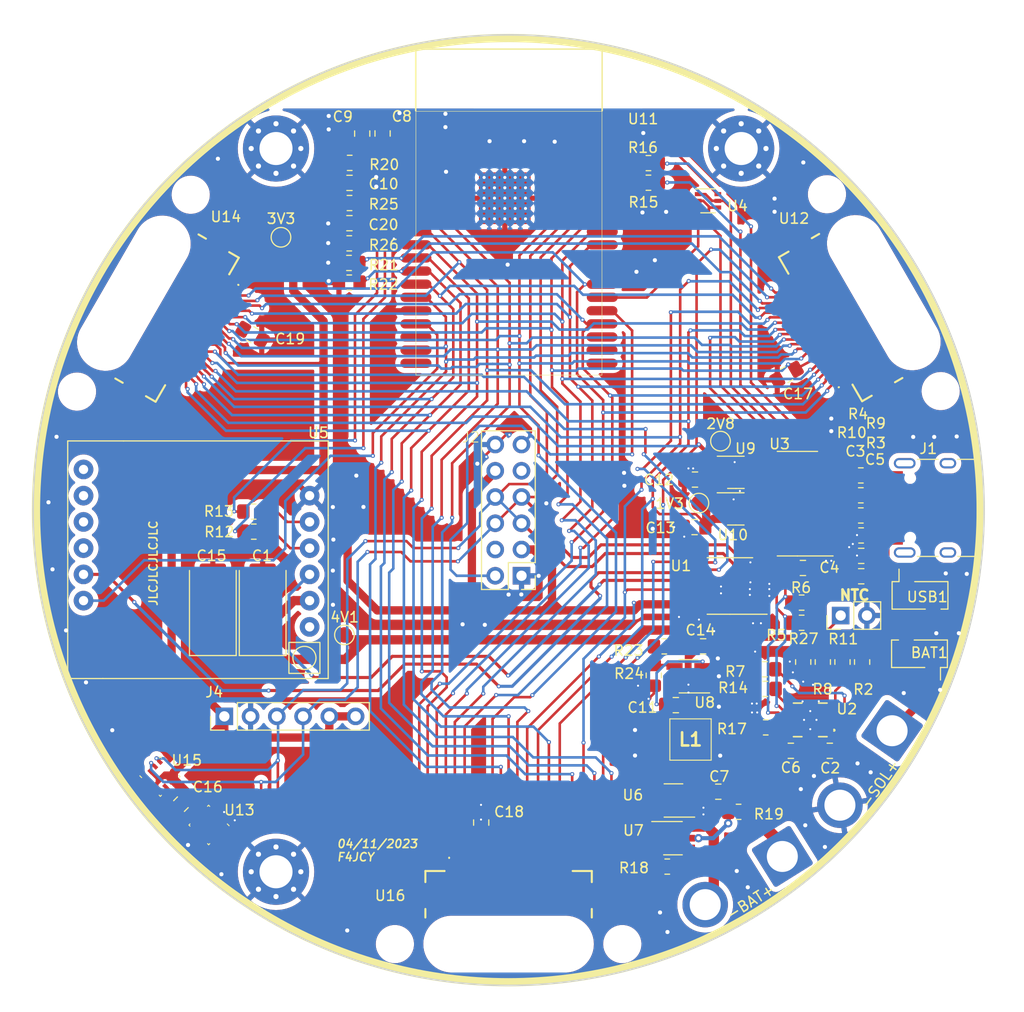
<source format=kicad_pcb>
(kicad_pcb (version 20221018) (generator pcbnew)
  (layers (0 "F.Cu" signal) (31 "B.Cu" signal) (34 "B.Paste" user) (35 "F.Paste" user) (36 "B.SilkS" user "B.Silkscreen") (37 "F.SilkS" user "F.Silkscreen") (38 "B.Mask" user) (39 "F.Mask" user) (44 "Edge.Cuts" user))
  (net 0 "")
  (net 1 "/I2C_SCL")
  (net 2 "/I2C_SDA")
  (net 3 "GND")
  (net 4 "/STAT1")
  (net 5 "/STAT2")
  (net 6 "/PWDN_C1")
  (net 7 "/PWDN_C2")
  (net 8 "/PWDN_C3")
  (net 9 "/GSM_SLEEP_MODE")
  (net 10 "/GSM_RESET")
  (net 11 "/RESET_CAM")
  (net 12 "+3.3V")
  (net 13 "/DTR")
  (net 14 "/RTS")
  (net 15 "+4V")
  (net 16 "/EN")
  (net 17 "/D6")
  (net 18 "/D7")
  (net 19 "/GSM_RX")
  (net 20 "/GSM_TX")
  (net 21 "/XCLK")
  (net 22 "/D1")
  (net 23 "/HREF")
  (net 24 "/DVP_SDA")
  (net 25 "/DVP_SCL")
  (net 26 "/VSYNC")
  (net 27 "/GSM_RING")
  (net 28 "/D3")
  (net 29 "/IO2")
  (net 30 "/IO0")
  (net 31 "/D2")
  (net 32 "/D0")
  (net 33 "/D4")
  (net 34 "/PCLK")
  (net 35 "/TXD0")
  (net 36 "/RXD0")
  (net 37 "/D5")
  (net 39 "Net-(U5-RXD)")
  (net 40 "Net-(U5-TXD)")
  (net 45 "Net-(BAT1-A)")
  (net 47 "Net-(BT1--)")
  (net 48 "Net-(U6-G2)")
  (net 50 "Net-(U6-G1)")
  (net 51 "Net-(U7-CS)")
  (net 53 "Net-(U7-VDD)")
  (net 54 "+2V8")
  (net 55 "+1V2")
  (net 56 "Net-(U2-VSET)")
  (net 57 "Net-(U2-CHM_TMR)")
  (net 58 "Net-(U2-TS)")
  (net 59 "Net-(U2-~{CE})")
  (net 60 "Net-(U2-ISET)")
  (net 61 "Net-(U3-TXD)")
  (net 62 "Net-(U3-RXD)")
  (net 63 "Net-(U3-V3)")
  (net 64 "Net-(U3-UD+)")
  (net 65 "Net-(U3-UD-)")
  (net 73 "Net-(U8-SW)")
  (net 74 "Net-(U8-FB)")
  (net 93 "/VMEAS")
  (net 94 "Net-(J1-SBU1)")
  (net 95 "/VBUS")
  (net 96 "Net-(J1-CC1)")
  (net 97 "Net-(J1-D+-PadA6)")
  (net 98 "Net-(J1-D--PadA7)")
  (net 99 "Net-(J1-CC2)")
  (net 100 "Net-(BAT1-B)")
  (net 101 "/TS")
  (footprint "Resistor_SMD:R_0805_2012Metric_Pad1.20x1.40mm_HandSolder" (layer "F.Cu") (at 132.3 114.7 -90)
    (fp_text reference "R11")
    (fp_text value "NC" hide)
  )
  (footprint "Resistor_SMD:R_0805_2012Metric_Pad1.20x1.40mm_HandSolder" (layer "F.Cu") (at 124.8329 117.3)
    (fp_text reference "R14")
    (fp_text value "62k" hide)
  )
  (footprint "Connector_PinHeader_2.54mm:PinHeader_1x02_P2.54mm_Vertical" (layer "F.Cu") (at 132.125 110.2 90)
    (fp_text reference "TH1" hide)
    (fp_text value "NTC" hide)
  )
  (footprint "TestPoint:TestPoint_Pad_D1.5mm" (layer "F.Cu") (at 120.4976 93.3196)
    (fp_text reference "2V8")
    (fp_text value "TestPoint")
  )
  (footprint "Connector_Wire:SolderWire-2.5sqmm_1x02_P8.8mm_D2.4mm_OD4.4mm" (layer "F.Cu") (at 137.1 121.35 -125)
    (fp_text reference "-SOL+")
    (fp_text value "Solar_Cell" hide)
  )
  (footprint "Resistor_SMD:R_0805_2012Metric_Pad1.20x1.40mm_HandSolder" (layer "F.Cu") (at 134.1 102.45 180)
    (fp_text reference "R3")
    (fp_text value "5.1k")
  )
  (footprint "Resistor_SMD:R_0805_2012Metric_Pad1.20x1.40mm_HandSolder" (layer "F.Cu") (at 84.562 76.0756 180)
    (fp_text reference "R21")
    (fp_text value "10k" hide)
  )
  (footprint "Lacarriere_Meteo_fp:CENTRAL-HEADER" (layer "F.Cu") (at 100 100 180)
    (fp_text reference "J2")
    (fp_text value "Conn_02x06" hide)
  )
  (footprint "Connector_USB:USB_C_Receptacle_HRO_TYPE-C-31-M-12" (layer "F.Cu") (at 141.45 99.78 90)
    (fp_text reference "J1")
    (fp_text value "USB_C_Receptacle_USB2.0" hide)
  )
  (footprint "Resistor_SMD:R_0805_2012Metric_Pad1.20x1.40mm_HandSolder" (layer "F.Cu") (at 134.075 96.64 180)
    (fp_text reference "R4")
    (fp_text value "5.1k" hide)
  )
  (footprint "Lacarriere_Meteo_fp:XEL4030222MEC" (layer "F.Cu") (at 117.6 122.2)
    (fp_text reference "L1")
    (fp_text value "2.2u" hide)
  )
  (footprint "Package_TO_SOT_SMD:SOT-23-6_Handsoldering" (layer "F.Cu") (at 115.95 128.1 180)
    (fp_text reference "U6")
    (fp_text value "FS8205" hide)
  )
  (footprint "Package_SO:TSSOP-16_4.4x5mm_P0.65mm" (layer "F.Cu") (at 121.412 107.3404 180)
    (fp_text reference "U1")
    (fp_text value "PCA9557PW" hide)
  )
  (footprint "Package_TO_SOT_SMD:SOT-23-3" (layer "F.Cu") (at 121.99 96.3404)
    (fp_text reference "U9")
    (fp_text value "XC6206P282MR")
  )
  (footprint "Package_TO_SOT_SMD:SOT-23-6_Handsoldering" (layer "F.Cu") (at 115.9 131.75)
    (fp_text reference "U7")
    (fp_text value "HY2112" hide)
  )
  (footprint "Lacarriere_Meteo_fp:ESP32-WROVER" (layer "F.Cu") (at 100.0336 61.9804)
    (fp_text reference "U11")
    (fp_text value "ESP32_WROVER" hide)
  )
  (footprint "Resistor_SMD:R_0805_2012Metric_Pad1.20x1.40mm_HandSolder" (layer "F.Cu") (at 124.8 115.4)
    (fp_text reference "R7")
    (fp_text value "0R")
  )
  (footprint "Lacarriere_Meteo_fp:VSON10_BQ25171_3X3_TEX-M" (layer "F.Cu") (at 129.1829 120.299874 180)
    (fp_text reference "U2")
    (fp_text value "BQ25171QWDRCRQ1" hide)
  )
  (footprint "Resistor_SMD:R_0805_2012Metric_Pad1.20x1.40mm_HandSolder" (layer "F.Cu") (at 134.2 114.7 -90)
    (fp_text reference "R2")
    (fp_text value "750R" hide)
  )
  (footprint "Package_LGA:Bosch_LGA-8_2.5x2.5mm_P0.65mm_ClockwisePinNumbering" (layer "F.Cu") (at 66.305786 125.784645 45)
    (fp_text reference "U15")
    (fp_text value "BME280" hide)
  )
  (footprint "Resistor_SMD:R_0805_2012Metric_Pad1.20x1.40mm_HandSolder" (layer "F.Cu") (at 84.63 66.39 180)
    (fp_text reference "R20")
    (fp_text value "10k")
  )
  (footprint "Package_LGA:Bosch_LGA-8_2.5x2.5mm_P0.65mm_ClockwisePinNumbering" (layer "F.Cu") (at 70.985025 130.475406 -135)
    (fp_text reference "U13")
    (fp_text value "BME280" hide)
  )
  (footprint "Capacitor_SMD:C_0805_2012Metric_Pad1.18x1.45mm_HandSolder" (layer "F.Cu") (at 118.8212 113.1824)
    (fp_text reference "C14")
    (fp_text value "0.1u" hide)
  )
  (footprint "Lacarriere_Meteo_fp:SIM800L-CORE" (layer "F.Cu") (at 80.75 111.3 180)
    (fp_text reference "U5")
    (fp_text value "SIM800L-CORE" hide)
  )
  (footprint "Resistor_SMD:R_0805_2012Metric_Pad1.20x1.40mm_HandSolder" (layer "F.Cu") (at 134.075 100.515 180)
    (fp_text reference "R10")
    (fp_text value "0R")
  )
  (footprint "Resistor_SMD:R_0805_2012Metric_Pad1.20x1.40mm_HandSolder" (layer "F.Cu") (at 114.046 115.9924 90)
    (fp_text reference "R24")
    (fp_text value "14k" hide)
  )
  (footprint "Connector_PinSocket_2.54mm:PinSocket_1x02_P2.54mm_Vertical_SMD_Pin1Right" (layer "F.Cu") (at 139.75 113.9 -90)
    (fp_text reference "BAT1")
    (fp_text value "Jumper_2_Bridged" hide)
  )
  (footprint "MountingHole:MountingHole_3.2mm_M3_Pad_Via" (layer "F.Cu") (at 122.5 65)
    (fp_text reference "H2" hide)
    (fp_text value "MountingHole_Pad")
  )
  (footprint "Resistor_SMD:R_0805_2012Metric_Pad1.20x1.40mm_HandSolder" (layer "F.Cu") (at 75.34 100.14)
    (fp_text reference "R13")
    (fp_text value "0R")
  )
  (footprint "Resistor_SMD:R_0805_2012Metric_Pad1.20x1.40mm_HandSolder" (layer "F.Cu") (at 134.075 98.565 180)
    (fp_text reference "R9")
    (fp_text value "0R")
  )
  (footprint "Capacitor_Tantalum_SMD:CP_EIA-7343-31_Kemet-D_Pad2.25x2.55mm_HandSolder" (layer "F.Cu") (at 76.21 109.49 90)
    (fp_text reference "C1")
    (fp_text value "NC(100u)")
  )
  (footprint "Lacarriere_Meteo_fp:F34G1A7Q1E8C24" (layer "F.Cu") (at 68.080127 81.5 -120)
    (fp_text reference "U14")
    (fp_text value "~" hide)
  )
  (footprint "Resistor_SMD:R_0805_2012Metric_Pad1.20x1.40mm_HandSolder" (layer "F.Cu") (at 84.612 70.2756)
    (fp_text reference "R25")
    (fp_text value "1M")
  )
  (footprint "Capacitor_SMD:C_0805_2012Metric_Pad1.18x1.45mm_HandSolder" (layer "F.Cu") (at 131.075 123.2916 180)
    (fp_text reference "C2")
    (fp_text value "1u" hide)
  )
  (footprint "Capacitor_SMD:C_0805_2012Metric_Pad1.18x1.45mm_HandSolder" (layer "F.Cu") (at 117.9938 101.6404 180)
    (fp_text reference "C13")
    (fp_text value "1u")
  )
  (footprint "Connector_Wire:SolderWire-2.5sqmm_1x02_P8.8mm_D2.4mm_OD4.4mm" (layer "F.Cu") (at 126.481412 133.518356 -148)
    (fp_text reference "-BAT+")
    (fp_text value "LiFePo4" hide)
  )
  (footprint "TestPoint:TestPoint_Pad_D1.5mm" (layer "F.Cu") (at 118.41 99.32)
    (fp_text reference "1V3")
    (fp_text value "TestPoint")
  )
  (footprint "MountingHole:MountingHole_3.2mm_M3_Pad_Via" (layer "F.Cu") (at 77.5 135)
    (fp_text reference "H3" hide)
    (fp_text value "MountingHole_Pad" hide)
  )
  (footprint "Connector_PinSocket_2.54mm:PinSocket_1x02_P2.54mm_Vertical_SMD_Pin1Right" (layer "F.Cu") (at 139.8 108.25 90)
    (fp_text reference "USB1")
    (fp_text value "Jumper_2_Open" hide)
  )
  (footprint "Resistor_SMD:R_0805_2012Metric_Pad1.20x1.40mm_HandSolder" (layer "F.Cu") (at 128.35 108.95)
    (fp_text reference "R6")
    (fp_text value "100k" hide)
  )
  (footprint "Resistor_SMD:R_0805_2012Metric_Pad1.20x1.40mm_HandSolder" (layer "F.Cu") (at 115.35 134.5 180)
    (fp_text reference "R18")
    (fp_text value "2k")
  )
  (footprint "Capacitor_SMD:C_0805_2012Metric_Pad1.18x1.45mm_HandSolder" (layer "F.Cu") (at 84.612 68.3256)
    (fp_text reference "C10")
    (fp_text value "1u")
  )
  (footprint "Capacitor_SMD:C_0805_2012Metric_Pad1.18x1.45mm_HandSolder" (layer "F.Cu") (at 116.1796 118.872)
    (fp_text reference "C11")
    (fp_text value "1u" hide)
  )
  (footprint "Resistor_SMD:R_0805_2012Metric_Pad1.20x1.40mm_HandSolder" (layer "F.Cu") (at 124.875 121.025)
    (fp_text reference "R17")
    (fp_text value "100k" hide)
  )
  (footprint "Capacitor_SMD:C_0805_2012Metric_Pad1.18x1.45mm_HandSolder" (layer "F.Cu") (at 84.6045 72.2256 180)
    (fp_text reference "C20")
    (fp_text value "1u(nc)")
  )
  (footprint "Lacarriere_Meteo_fp:F34G1A7Q1E8C24" (layer "F.Cu") (at 131.969873 81.45 120)
    (fp_text reference "U12")
    (fp_text value "~" hide)
  )
  (footprint "Capacitor_Tantalum_SMD:CP_EIA-7343-31_Kemet-D_Pad2.25x2.55mm_HandSolder" (layer "F.Cu") (at 71.39 109.49 90)
    (fp_text reference "C15")
    (fp_text value "100u" hide)
  )
  (footprint "Resistor_SMD:R_0805_2012Metric_Pad1.20x1.40mm_HandSolder" (layer "F.Cu") (at 128.5 114.7 90)
    (fp_text reference "R27")
    (fp_text value "10k" hide)
  )
  (footprint "Resistor_SMD:R_0805_2012Metric_Pad1.20x1.40mm_HandSolder" (layer "F.Cu") (at 75.35 102.08)
    (fp_text reference "R12")
    (fp_text value "0R" hide)
  )
  (footprint "Capacitor_SMD:C_0805_2012Metric_Pad1.18x1.45mm_HandSolder" (layer "F.Cu") (at 120.2875 127.25 180)
    (fp_text reference "C7")
    (fp_text value "0.1u" hide)
  )
  (footprint "Capacitor_SMD:C_0805_2012Metric_Pad1.18x1.45mm_HandSolder" (layer "F.Cu") (at 126.888501 86.88125 -150)
    (fp_text reference "C17")
    (fp_text value "15p" hide)
  )
  (footprint "Package_TO_SOT_SMD:SOT-363_SC-70-6" (layer "F.Cu") (at 119.2916 70.0636)
    (fp_text reference "U4")
    (fp_text value "UMH3N")
  )
  (footprint "Capacitor_SMD:C_0805_2012Metric_Pad1.18x1.45mm_HandSolder" (layer "F.Cu") (at 118.0313 97.0404 180)
    (fp_text reference "C12")
    (fp_text value "1u")
  )
  (footprint "TestPoint:TestPoint_Pad_D1.5mm" (layer "F.Cu") (at 77.98 73.59)
    (fp_text reference "3V3")
    (fp_text value "TestPoint" hide)
  )
  (footprint "Package_SO:SOIC-16_3.9x9.9mm_P1.27mm" (layer "F.Cu") (at 127.941 99.3726 180)
    (fp_text reference "U3")
    (fp_text value "CH340C" hide)
  )
  (footprint "Resistor_SMD:R_0805_2012Metric_Pad1.20x1.40mm_HandSolder" (layer "F.Cu") (at 113.53 66.41 180)
    (fp_text reference "R16")
    (fp_text value "100R" hide)
  )
  (footprint "Capacitor_SMD:C_0805_2012Metric_Pad1.18x1.45mm_HandSolder" (layer "F.Cu") (at 87.81 63.5425 90)
    (fp_text reference "C8")
    (fp_text value "0.1u")
  )
  (footprint "Resistor_SMD:R_0805_2012Metric_Pad1.20x1.40mm_HandSolder" (layer "F.Cu") (at 113.53 68.31 180)
    (fp_text reference "R15")
    (fp_text value "100R")
  )
  (footprint "Capacitor_SMD:C_0805_2012Metric_Pad1.18x1.45mm_HandSolder" (layer "F.Cu") (at 134.1125 104.425 180)
    (fp_text reference "C3")
    (fp_text value "0.1u")
  )
  (footprint "Capacitor_SMD:C_0805_2012Metric_Pad1.18x1.45mm_HandSolder" (layer "F.Cu") (at 68.303623 128.456377 -135)
    (fp_text reference "C16")
    (fp_text value "0.1u" hide)
  )
  (footprint "Resistor_SMD:R_0805_2012Metric_Pad1.20x1.40mm_HandSolder" (layer "F.Cu") (at 84.587 74.1756 180)
    (fp_text reference "R26")
    (fp_text value "1M")
  )
  (footprint "Package_TO_SOT_SMD:SOT-23-6_Handsoldering" (layer "F.Cu") (at 117.3988 116.078 180)
    (fp_text reference "U8")
    (fp_text value "TLV61070A" hide)
  )
  (footprint "Lacarriere_Meteo_fp:F34G1A7Q1E8C24" (layer "F.Cu") (at 100 137)
    (fp_text reference "U16")
    (fp_text value "~" hide)
  )
  (footprint "Capacitor_SMD:C_0805_2012Metric_Pad1.18x1.45mm_HandSolder" (layer "F.Cu") (at 85.84 63.5525 90)
    (fp_text reference "C9")
    (fp_text value "10u")
  )
  (footprint "Capacitor_SMD:C_0805_2012Metric_Pad1.18x1.45mm_HandSolder" (layer "F.Cu") (at 127.3048 123.2916)
    (fp_text reference "C6")
    (fp_text value "1u" hide)
  )
  (footprint "Capacitor_SMD:C_0805_2012Metric_Pad1.18x1.45mm_HandSolder" (layer "F.Cu") (at 134.1125 106.4)
    (fp_text reference "C5")
    (fp_text value "0.1u" hide)
  )
  (footprint "MountingHole:MountingHole_3.2mm_M3_Pad_Via" (layer "F.Cu") (at 77.5 65)
    (fp_text reference "H1" hide)
    (fp_text value "MountingHole_Pad" hide)
  )
  (footprint "Capacitor_SMD:C_0805_2012Metric_Pad1.18x1.45mm_HandSolder" (layer "F.Cu") (at 128.4732 105.5976)
    (fp_text reference "C4")
    (fp_text value "0.1u" hide)
  )
  (footprint "Resistor_SMD:R_0805_2012Metric_Pad1.20x1.40mm_HandSolder" (layer "F.Cu") (at 122.25 129.2 180)
    (fp_text reference "R19")
    (fp_text value "100R")
  )
  (footprint "Capacitor_SMD:C_0805_2012Metric_Pad1.18x1.45mm_HandSolder" (layer "F.Cu") (at 97.35 130.2375 90)
    (fp_text reference "C18")
    (fp_text value "15p" hide)
  )
  (footprint "Resistor_SMD:R_0805_2012Metric_Pad1.20x1.40mm_HandSolder" (layer "F.Cu") (at 130.4 114.7 -90)
    (fp_text reference "R8")
    (fp_text value "0R" hide)
  )
  (footprint "Package_TO_SOT_SMD:SOT-23-3" (layer "F.Cu") (at 121.98 99.88)
    (fp_text reference "U10")
    (fp_text value "XC6206P132MR")
  )
  (footprint "Connector_PinHeader_2.54mm:PinHeader_1x06_P2.54mm_Vertical" (layer "F.Cu") (at 72.5 119.96 90)
    (fp_text reference "J4")
    (fp_text value "Conn_01x06_Pin" hide)
  )
  (footprint "Resistor_SMD:R_0805_2012Metric_Pad1.20x1.40mm_HandSolder" (layer "F.Cu") (at 115.062 113.1824)
    (fp_text reference "R23")
    (fp_text value "100k" hide)
  )
  (footprint "TestPoint:TestPoint_Pad_D1.5mm" (layer "F.Cu") (at 84.12 112.08 -90)
    (fp_text reference "4V1")
    (fp_text value "TestPoint" hide)
  )
  (footprint "Resistor_SMD:R_0805_2012Metric_Pad1.20x1.40mm_HandSolder" (layer "F.Cu") (at 84.587 77.9756)
    (fp_text reference "R22")
    (fp_text value "10k")
  )
  (footprint "Resistor_SMD:R_0805_2012Metric_Pad1.20x1.40mm_HandSolder" (layer "F.Cu") (at 128.35 110.9)
    (fp_text reference "R5")
    (fp_text value "100k")
  )
  (footprint "Capacitor_SMD:C_0805_2012Metric_Pad1.18x1.45mm_HandSolder" (layer "F.Cu") (at 75.223501 83.01875 -30)
    (fp_text reference "C19")
    (fp_text value "15p" hide)
  )
  (gr_circle (center 99.975 100) (end 145.67 100) (stroke (width 0.8)) (fill none) (layer "F.SilkS"))
  (gr_circle (center 100 100) (end 146 100) (stroke (width 0.15)) (fill none) (layer "Edge.Cuts"))
  (gr_text "NTC" (at 131.9 108.81) (layer "F.SilkS") (effects (font (size 1 1) (thickness 0.25) bold) (justify left bottom)))
  (gr_text "04/11/2023\nF4JCY" (at 83.33 134.05) (layer "F.SilkS") (effects (font (size 0.8 0.8) (thickness 0.15) italic) (justify left bottom)))
  (gr_text "JLCJLCJLCJLC" (at 66.1 109.35 90) (layer "F.SilkS") (effects (font (size 0.8 0.8) (thickness 0.15) bold) (justify left bottom)))
  (segment (start 105.53 105.46) (end 108.09 105.46) (width 0.3) (layer "F.Cu") (net 1))
  (segment (start 65.94 124.02) (end 65.94 124.04) (width 0.25) (layer "F.Cu") (net 1))
  (segment (start 122.417 109.6154) (end 124.2745 109.6154) (width 0.3) (layer "F.Cu") (net 1))
  (segment (start 103.7 96.65) (end 103.7 90.5) (width 0.25) (layer "F.Cu") (net 1))
  (segment (start 100.055 97.475) (end 102.875 97.475) (width 0.25) (layer "F.Cu") (net 1))
  (segment (start 105.75 71.75) (end 105.75 67.68) (width 0.25) (layer "F.Cu") (net 1))
  (segment (start 108.09 105.46) (end 109.35 104.2) (width 0.3) (layer "F.Cu") (net 1))
  (segment (start 109.35 104.2) (end 120.7608 104.2) (width 0.3) (layer "F.Cu") (net 1))
  (segment (start 121.7676 108.966) (end 122.417 109.6154) (width 0.3) (layer "F.Cu") (net 1))
  (segment (start 105.75 67.68) (end 107.98 65.45) (width 0.25) (layer "F.Cu") (net 1))
  (segment (start 98.8 98.73) (end 100.055 97.475) (width 0.25) (layer "F.Cu") (net 1))
  (segment (start 90.79 103.6672) (end 95.1328 103.6672) (width 0.25) (layer "F.Cu") (net 1))
  (segment (start 102.1 75.4) (end 105.75 71.75) (width 0.25) (layer "F.Cu") (net 1))
  (segment (start 103.7 90.5) (end 102.1 88.9) (width 0.25) (layer "F.Cu") (net 1))
  (segment (start 102.1 88.9) (end 102.1 75.4) (width 0.25) (layer "F.Cu") (net 1))
  (segment (start 101.34 101.27) (end 105.53 105.46) (width 0.3) (layer "F.Cu") (net 1))
  (segment (start 102.875 97.475) (end 103.7 96.65) (width 0.25) (layer "F.Cu") (net 1))
  (segment (start 86.15 103) (end 90.1228 103) (width 0.25) (layer "F.Cu") (net 1))
  (segment (start 90.1228 103) (end 90.79 103.6672) (width 0.25) (layer "F.Cu") (net 1))
  (segment (start 73.71 132.47) (end 77.68 128.5) (width 0.25) (layer "F.Cu") (net 1))
  (segment (start 71.60076 132.47) (end 73.71 132.47) (width 0.25) (layer "F.Cu") (net 1))
  (segment (start 107.98 65.45) (end 109.03 65.45) (width 0.25) (layer "F.Cu") (net 1))
  (segment (start 121.7676 105.2068) (end 121.7676 108.966) (width 0.3) (layer "F.Cu") (net 1))
  (segment (start 77.68 128.5) (end 77.68 124.22) (width 0.25) (layer "F.Cu") (net 1))
  (segment (start 65.94 124.04) (end 66.270431 124.370431) (width 0.25) (layer "F.Cu") (net 1))
  (segment (start 71.02038 131.88962) (end 71.60076 132.47) (width 0.25) (layer "F.Cu") (net 1))
  (segment (start 120.7608 104.2) (end 121.7676 105.2068) (width 0.3) (layer "F.Cu") (net 1))
  (via (at 86.15 103) (size 0.4) (drill 0.2) (layers "F.Cu" "B.Cu") (net 1))
  (via (at 65.94 124.02) (size 0.4) (drill 0.2) (layers "F.Cu" "B.Cu") (net 1))
  (via (at 95.1328 103.6672) (size 0.4) (drill 0.2) (layers "F.Cu" "B.Cu") (net 1))
  (via (at 77.68 124.22) (size 0.4) (drill 0.2) (layers "F.Cu" "B.Cu") (net 1))
  (segment (start 77.58 119.96) (end 77.7 120.08) (width 0.25) (layer "B.Cu") (net 1))
  (segment (start 66.65 124.02) (end 67.78 125.15) (width 0.25) (layer "B.Cu") (net 1))
  (segment (start 95.1328 103.6672) (end 95.1328 103.5972) (width 0.25) (layer "B.Cu") (net 1))
  (segment (start 77.7 120.08) (end 77.7 124.2) (width 0.25) (layer "B.Cu") (net 1))
  (segment (start 84.39 116.76) (end 84.39 104.76) (width 0.25) (layer "B.Cu") (net 1))
  (segment (start 84.39 104.76) (end 86.15 103) (width 0.25) (layer "B.Cu") (net 1))
  (segment (start 98.78 98.75) (end 101.3 101.27) (width 0.25) (layer "B.Cu") (net 1))
  (segment (start 83.74 117.41) (end 84.39 116.76) (width 0.25) (layer "B.Cu") (net 1))
  (segment (start 95.1328 103.5972) (end 97.25 101.48) (width 0.25) (layer "B.Cu") (net 1))
  (segment (start 65.94 124.02) (end 66.65 124.02) (width 0.25) (layer "B.Cu") (net 1))
  (segment (start 80.13 117.41) (end 83.74 117.41) (width 0.25) (layer "B.Cu") (net 1))
  (segment (start 76.75 125.15) (end 77.68 124.22) (width 0.25) (layer "B.Cu") (net 1))
  (segment (start 77.7 124.2) (end 77.68 124.22) (width 0.25) (layer "B.Cu") (net 1))
  (segment (start 77.58 119.96) (end 80.13 117.41) (width 0.25) (layer "B.Cu") (net 1))
  (segment (start 97.25 100.28) (end 98.78 98.75) (width 0.25) (layer "B.Cu") (net 1))
  (segment (start 97.25 101.48) (end 97.25 100.28) (width 0.25) (layer "B.Cu") (net 1))
  (segment (start 67.78 125.15) (end 76.75 125.15) (width 0.25) (layer "B.Cu") (net 1))
  (segment (start 103.1 88.4) (end 103.1 75.55) (width 0.25) (layer "F.Cu") (net 2))
  (segment (start 103.25 100.64) (end 101.34 98.73) (width 0.3) (layer "F.Cu") (net 2))
  (segment (start 124.2231 109.0168) (end 122.9868 109.0168) (width 0.3) (layer "F.Cu") (net 2))
  (segment (start 103.25 101.7) (end 103.25 100.64) (width 0.3) (layer "F.Cu") (net 2))
  (segment (start 122.9868 109.0168) (end 122.5804 108.6104) (width 0.3) (layer "F.Cu") (net 2))
  (segment (start 98.8 101.22) (end 101.29 98.73) (width 0.25) (layer "F.Cu") (net 2))
  (segment (start 104.7 90) (end 103.1 88.4) (width 0.25) (layer "F.Cu") (net 2))
  (segment (start 71.48 131.43) (end 71.645901 131.595901) (width 0.25) (layer "F.Cu") (net 2))
  (segment (start 108.94 103.36) (end 107.72 104.58) (width 0.3) (layer "F.Cu") (net 2))
  (segment (start 76.06 128.93) (end 76.06 126.31) (width 0.25) (layer "F.Cu") (net 2))
  (segment (start 89.61 104.05) (end 90.5128 104.9528) (width 0.25) (layer "F.Cu") (net 2))
  (segment (start 65.45076 124.47) (end 65.810811 124.830051) (width 0.25) (layer "F.Cu") (net 2))
  (segment (start 104.7 96.572081) (end 104.7 90) (width 0.25) (layer "F.Cu") (net 2))
  (segment (start 122.5804 104.8512) (end 121.0892 103.36) (width 0.3) (layer "F.Cu") (net 2))
  (segment (start 107.72 104.58) (end 106.13 104.58) (width 0.3) (layer "F.Cu") (net 2))
  (segment (start 106.55 70.69) (end 107.98 69.26) (width 0.25) (layer "F.Cu") (net 2))
  (segment (start 101.29 98.73) (end 101.34 98.73) (width 0.25) (layer "F.Cu") (net 2))
  (segment (start 90.5128 104.9528) (end 95.0976 104.9528) (width 0.25) (layer "F.Cu") (net 2))
  (segment (start 65.42 124.47) (end 65.45076 124.47) (width 0.25) (layer "F.Cu") (net 2))
  (segment (start 71.645901 131.595901) (end 73.394099 131.595901) (width 0.25) (layer "F.Cu") (net 2))
  (segment (start 106.55 72.1) (end 106.55 70.69) (width 0.25) (layer "F.Cu") (net 2))
  (segment (start 103.1 75.55) (end 106.55 72.1) (width 0.25) (layer "F.Cu") (net 2))
  (segment (start 122.5804 108.6104) (end 122.5804 104.8512) (width 0.3) (layer "F.Cu") (net 2))
  (segment (start 107.98 69.26) (end 109.03 69.26) (width 0.25) (layer "F.Cu") (net 2))
  (segment (start 98.8 101.27) (end 98.8 101.22) (width 0.25) (layer "F.Cu") (net 2))
  (segment (start 101.34 98.73) (end 102.542081 98.73) (width 0.25) (layer "F.Cu") (net 2))
  (segment (start 121.0892 103.36) (end 108.94 103.36) (width 0.3) (layer "F.Cu") (net 2))
  (segment (start 102.542081 98.73) (end 104.7 96.572081) (width 0.25) (layer "F.Cu") (net 2))
  (segment (start 86.35 104.05) (end 89.61 104.05) (width 0.25) (layer "F.Cu") (net 2))
  (segment (start 73.394099 131.595901) (end 76.06 128.93) (width 0.25) (layer "F.Cu") (net 2))
  (segment (start 106.13 104.58) (end 103.25 101.7) (width 0.3) (layer "F.Cu") (net 2))
  (via (at 95.0976 104.9528) (size 0.4) (drill 0.2) (layers "F.Cu" "B.Cu") (net 2))
  (via (at 65.42 124.47) (size 0.4) (drill 0.2) (layers "F.Cu" "B.Cu") (net 2))
  (via (at 76.06 126.31) (size 0.4) (drill 0.2) (layers "F.Cu" "B.Cu") (net 2))
  (via (at 86.35 104.05) (size 0.4) (drill 0.2) (layers "F.Cu" "B.Cu") (net 2))
  (segment (start 66.61 126.31) (end 76.06 126.31) (width 0.25) (layer "B.Cu") (net 2))
  (segment (start 95.1172 104.9528) (end 95.0976 104.9528) (width 0.25) (layer "B.Cu") (net 2))
  (segment (start 77.46 126.31) (end 76.06 126.31) (width 0.25) (layer "B.Cu") (net 2))
  (segment (start 85.4 105) (end 86.35 104.05) (width 0.25) (layer "B.Cu") (net 2))
  (segment (start 98.8 101.27) (end 95.1172 104.9528) (width 0.25) (layer "B.Cu") (net 2))
  (segment (start 65.42 125.12) (end 66.61 126.31) (width 0.25) (layer "B.Cu") (net 2))
  (segment (start 79.82 120.26) (end 81.73 118.35) (width 0.25) (layer "B.Cu") (net 2))
  (segment (start 80.12 123.65) (end 77.46 126.31) (width 0.25) (layer "B.Cu") (net 2))
  (segment (start 65.42 124.47) (end 65.42 125.12) (width 0.25) (layer "B.Cu") (net 2))
  (segment (start 85.4 117.14) (end 85.4 105) (width 0.25) (layer "B.Cu") (net 2))
  (segment (start 84.19 118.35) (end 85.4 117.14) (width 0.25) (layer "B.Cu") (net 2))
  (segment (start 80.12 119.96) (end 80.12 123.65) (width 0.25) (layer "B.Cu") (net 2))
  (segment (start 81.73 118.35) (end 84.19 118.35) (width 0.25) (layer "B.Cu") (net 2))
  (segment (start 99.23 135.93) (end 104.69 135.93) (width 0.25) (layer "F.Cu") (net 3))
  (segment (start 124.2745 107.6654) (end 124.2745 108.3154) (width 0.25) (layer "F.Cu") (net 3))
  (segment (start 118.85 128.8) (end 118.6 129.05) (width 0.4) (layer "F.Cu") (net 3))
  (segment (start 116.9938 97.0404) (end 116.9938 96.823401) (width 0.25) (layer "F.Cu") (net 3))
  (segment (start 97.35 129.9292) (end 97.3328 129.9464) (width 0.25) (layer "F.Cu") (net 3))
  (segment (start 72.399239 129.300761) (end 72.48 129.22) (width 0.25) (layer "F.Cu") (net 3))
  (segment (start 133.5 95.25) (end 135.9 95.25) (width 0.4) (layer "F.Cu") (net 3))
  (segment (start 137.35 105.45) (end 136.65 104.75) (width 0.4) (layer "F.Cu") (net 3))
  (segment (start 66.3 86.55) (end 66.25 86.5) (width 0.25) (layer "F.Cu") (net 3))
  (segment (start 88.93 80.7004) (end 91.0336 80.7004) (width 0.25) (layer "F.Cu") (net 3))
  (segment (start 130.441 105.1694) (end 130.7084 104.902) (width 0.4) (layer "F.Cu") (net 3))
  (segment (start 133.2992 103.2764) (end 133.2992 102.6492) (width 0.25) (layer "F.Cu") (net 3))
  (segment (start 124.2745 105.0654) (end 123.4042 105.0654) (width 0.25) (layer "F.Cu") (net 3))
  (segment (start 123.3424 107.6452) (end 124.2543 107.6452) (width 0.25) (layer "F.Cu") (net 3))
  (segment (start 113.538 118.2624) (end 114.046 117.7544) (width 0.25) (layer "F.Cu") (net 3))
  (segment (start 88.8492 80.6196) (end 88.93 80.7004) (width 0.25) (layer "F.Cu") (net 3))
  (segment (start 130.6783 118.7483) (end 130.6783 119.299622) (width 0.25) (layer "F.Cu") (net 3))
  (segment (start 97.3328 128.524) (end 97.3328 129.1828) (width 0.25) (layer "F.Cu") (net 3))
  (segment (start 104.69 135.93) (end 105.25 135.37) (width 0.25) (layer "F.Cu") (net 3))
  (segment (start 118.3 129.45) (end 118.85 129.45) (width 0.4) (layer "F.Cu") (net 3))
  (segment (start 116.9924 101.6765) (end 116.9563 101.6404) (width 0.25) (layer "F.Cu") (net 3))
  (segment (start 130.5208 105.5976) (end 131.2164 104.902) (width 0.25) (layer "F.Cu") (net 3))
  (segment (start 117.3988 95.9612) (end 117.855999 95.9612) (width 0.25) (layer "F.Cu") (net 3))
  (segment (start 131.0132 104.902) (end 131.2164 104.902) (width 0.25) (layer "F.Cu") (net 3))
  (segment (start 97.8408 94.8436) (end 97.8408 94.6092) (width 0.25) (layer "F.Cu") (net 3))
  (segment (start 70.805239 81.629968) (end 69.55 80.9) (width 0.25) (layer "F.Cu") (net 3))
  (segment (start 120.8993 98.9584) (end 120.8813 98.9404) (width 0.25) (layer "F.Cu") (net 3))
  (segment (start 129.396775 119.849874) (end 129.947027 119.299622) (width 0.25) (layer "F.Cu") (net 3))
  (segment (start 121.8692 95.3516) (end 121.0076 95.3516) (width 0.25) (layer "F.Cu") (net 3))
  (segment (start 124.2745 107.0154) (end 124.2745 107.6654) (width 0.25) (layer "F.Cu") (net 3))
  (segment (start 130.494761 83.745032) (end 131.52 83.14) (width 0.25) (layer "F.Cu") (net 3))
  (segment (start 129.391 105.5376) (end 130.076 105.5376) (width 0.4) (layer "F.Cu") (net 3))
  (segment (start 89.3904 62.8904) (end 91.0336 62.8904) (width 0.8) (layer "F.Cu") (net 3))
  (segment (start 133.075 96.64) (end 133.075 95.675) (width 0.4) (layer "F.Cu") (net 3))
  (segment (start 125.1002 107.0154) (end 125.222 107.1372) (width 0.25) (layer "F.Cu") (net 3))
  (segment (start 136.3 96.25) (end 136.58 96.53) (width 0.4) (layer "F.Cu") (net 3))
  (segment (start 137.17 103.03) (end 137.405 103.03) (width 0.4) (layer "F.Cu") (net 3))
  (segment (start 118.6 129.05) (end 117.3 129.05) (width 0.4) (layer "F.Cu") (net 3))
  (segment (start 124.2543 107.6452) (end 124.2745 107.6654) (width 0.25) (layer "F.Cu") (net 3))
  (segment (start 128.3375 123.4) (end 128.648523 123.4) (width 0.4) (layer "F.Cu") (net 3))
  (segment (start 112.522 116.9924) (end 114.046 116.9924) (width 0.25) (layer "F.Cu") (net 3))
  (segment (start 105.25 135.37) (end 105.25 134.575) (width 0.25) (layer "F.Cu") (net 3))
  (segment (start 135.9 95.25) (end 136.3 95.65) (width 0.4) (layer "F.Cu") (net 3))
  (segment (start 87.8 62.525) (end 89.025 62.525) (width 0.8) (layer "F.Cu") (net 3))
  (segment (start 98.75 134.575) (end 98.75 135.45) (width 0.25) (layer "F.Cu") (net 3))
  (segment (start 97.8408 94.6092) (end 98.8 93.65) (width 0.25) (layer "F.Cu") (net 3))
  (segment (start 123.875 119.7618) (end 124.0536 119.5832) (width 0.25) (layer "F.Cu") (net 3))
  (segment (start 116.9924 102.5652) (end 116.9924 101.6765) (width 0.25) (layer "F.Cu") (net 3))
  (segment (start 72.399239 130.510761) (end 72.399239 129.300761) (width 0.25) (layer "F.Cu") (net 3))
  (segment (start 130.416 103.8176) (end 130.416 104.3048) (width 0.25) (layer "F.Cu") (net 3))
  (segment (start 133.106 104.394) (end 133.075 104.425) (width 0.25) (layer "F.Cu") (net 3))
  (segment (start 130.076 105.5376) (end 130.441 105.1726) (width 0.4) (layer "F.Cu") (net 3))
  (segment (start 130.416 104.3048) (end 131.0132 104.902) (width 0.25) (layer "F.Cu") (net 3))
  (segment (start 133.1372 102.4128) (end 133.1 102.45) (width 0.25) (layer "F.Cu") (net 3))
  (segment (start 116.9938 97.0404) (end 116.9938 96.5186) (width 0.25) (layer "F.Cu") (net 3))
  (segment (start 136.58 96.53) (end 137.405 96.53) (width 0.4) (layer "F.Cu") (net 3))
  (segment (start 88.8492 77.6732) (end 88.8492 80.6196) (width 0.25) (layer "F.Cu") (net 3))
  (segment (start 117.3 129.05) (end 117.9 129.05) (width 0.4) (layer "F.Cu") (net 3))
  (segment (start 132.9436 103.5812) (end 132.9436 104.2936) (width 0.25) (layer "F.Cu") (net 3))
  (segment (start 117.855999 95.9612) (end 117.856 95.961201) (width 0.25) (layer "F.Cu") (net 3))
  (segment (start 133.2992 102.6492) (end 133.1 102.45) (width 0.25) (layer "F.Cu") (net 3))
  (segment (start 130.01 118.5) (end 130.43 118.5) (width 0.25) (layer "F.Cu") (net 3))
  (segment (start 130.416 103.8176) (end 130.416 104.6096) (width 0.25) (layer "F.Cu") (net 3))
  (segment (start 123.4042 105.0654) (end 123.3932 105.0544) (width 0.25) (layer "F.Cu") (net 3))
  (segment (start 124.2745 108.3154) (end 123.4538 108.3154) (width 0.25) (layer "F.Cu") (net 3))
  (segment (start 85.6495 68.3256) (end 86.8356 68.3256) (width 0.25) (layer "F.Cu") (net 3))
  (segment (start 123.875 121.025) (end 123.875 119.9126) (width 0.25) (layer "F.Cu") (net 3))
  (segment (start 136.65 104.75) (end 136.65 103.55) (width 0.4) (layer "F.Cu") (net 3))
  (segment (start 123.8329 118.4323) (end 123.5456 118.7196) (width 0.25) (layer "F.Cu") (net 3))
  (segment (start 130.441 105.1726) (end 130.441 105.1694) (width 0.4) (layer "F.Cu") (net 3))
  (segment (start 116.9938 96.5186) (end 117.3988 96.1136) (width 0.25) (layer "F.Cu") (net 3))
  (segment (start 117.9 129.05) (end 118.3 129.45) (width 0.4) (layer "F.Cu") (net 3))
  (segment (start 89.025 62.525) (end 89.3904 62.8904) (width 0.8) (layer "F.Cu") (net 3))
  (segment (start 129.947027 119.299622) (end 130.6783 119.299622) (width 0.25) (layer "F.Cu") (net 3))
  (segment (start 130.3828 103.7844) (end 130.416 103.8176) (width 0.25) (layer "F.Cu") (net 3))
  (segment (start 124.2745 107.0154) (end 125.1002 107.0154) (width 0.25) (layer "F.Cu") (net 3))
  (segment (start 86.6244 68.3256) (end 87.19 67.76) (width 0.25) (layer "F.Cu") (net 3))
  (segment (start 123.4538 108.3154) (end 123.3424 108.204) (width 0.25) (layer "F.Cu") (net 3))
  (segment (start 124.2745 107.0154) (end 124.2439 106.9848) (width 0.25) (layer "F.Cu") (net 3))
  (segment (start 130.441 104.6346) (end 130.441 103.9926) (width 0.4) (layer "F.Cu") (net 3))
  (segment (start 121.0076 95.3516) (end 120.9688 95.3904) (width 0.25) (layer "F.Cu") (net 3))
  (segment (start 133.075 95.675) (end 133.5 95.25) (width 0.4) (layer "F.Cu") (net 3))
  (segment (start 130.7084 104.902) (end 130.441 104.6346) (width 0.4) (layer "F.Cu") (net 3))
  (segment (start 100.076 92.71) (end 99.74 92.71) (width 0.25) (layer "F.Cu") (net 3))
  (segment (start 97.3328 129.1828) (end 97.35 129.2) (width 0.25) (layer "F.Cu") (net 3))
  (segment (start 123.875 121.025) (end 123.875 119.7618) (width 0.25) (layer "F.Cu") (net 3))
  (segment (start 97.35 129.2) (end 97.35 129.9292) (width 0.25) (layer "F.Cu") (net 3))
  (segment (start 124.2439 106.9848) (end 123.3932 106.9848) (width 0.25) (layer "F.Cu") (net 3))
  (segment (start 125.2122 108.3154) (end 125.222 108.3056) (width 0.25) (layer "F.Cu") (net 3))
  (segment (start 123.875 119.9126) (end 123.5456 119.5832) (width 0.25) (layer "F.Cu") (net 3))
  (segment (start 133.7056 102.4128) (end 133.1372 102.4128) (width 0.25) (layer "F.Cu") (net 3))
  (segment (start 86.8356 68.3256) (end 87.2 68.69) (width 0.25) (layer "F.Cu") (net 3))
  (segment (start 129.5107 105.5976) (end 130.5208 105.5976) (width 0.25) (layer "F.Cu") (net 3))
  (segment (start 132.9436 104.2936) (end 133.075 104.425) (width 0.25) (layer "F.Cu") (net 3))
  (segment (start 114.046 117.7544) (end 114.046 116.9924) (width 0.25) (layer "F.Cu") (net 3))
  (segment (start 124.2745 107.6654) (end 125.2018 107.6654) (width 0.25) (layer "F.Cu") (net 3))
  (segment (start 125.2018 107.6654) (end 125.222 107.6452) (width 0.25) (layer "F.Cu") (net 3))
  (segment (start 64.880862 125.76) (end 64.891572 125.74929) (width 0.25) (layer "F.Cu") (net 3))
  (segment (start 116.9938 96.823401) (end 117.856 95.961201) (width 0.25) (layer "F.Cu") (net 3))
  (segment (start 117.3988 96.1136) (end 117.3988 95.9612) (width 0.25) (layer "F.Cu") (net 3))
  (segment (start 123.8329 118.5497) (end 124.0028 118.7196) (width 0.25) (layer "F.Cu") (net 3))
  (segment (start 130.416 104.6096) (end 130.7084 104.902) (width 0.25) (layer "F.Cu") (net 3))
  (segment (start 136.3 95.65) (end 136.3 96.25) (width 0.4) (layer "F.Cu") (net 3))
  (segment (start 98.75 135.45) (end 99.23 135.93) (width 0.25) (layer "F.Cu") (net 3))
  (segment (start 136.65 103.55) (end 137.17 103.03) (width 0.4) (layer "F.Cu") (net 3))
  (segment (start 123.8329 117.3) (end 123.8329 118.5497) (width 0.25) (layer "F.Cu") (net 3))
  (segment (start 121.7676 98.9584) (end 120.8993 98.9584) (width 0.25) (layer "F.Cu") (net 3))
  (segment (start 69.55 80.9) (end 69.75 81.025) (width 0.25) (layer "F.Cu") (net 3))
  (segment (start 130.43 118.5) (end 130.6783 118.7483) (width 0.25) (layer "F.Cu") (net 3))
  (segment (start 72.399239 130.510761) (end 73.019239 130.510761) (width 0.25) (layer "F.Cu") (net 3))
  (segment (start 73.019239 130.510761) (end 73.51 130.02) (width 0.25) (layer "F.Cu") (net 3))
  (segment (start 99.74 92.71) (end 98.8 93.65) (width 0.25) (layer "F.Cu") (net 3))
  (segment (start 123.8329 117.3) (end 123.8329 118.4323) (width 0.25) (layer "F.Cu") (net 3))
  (segment (start 124.2745 108.3154) (end 125.2122 108.3154) (width 0.25) (layer "F.Cu") (net 3))
  (segment (start 127.396253 78.026111) (end 128.08 77.63) (width 0.25) (layer "F.Cu") (net 3))
  (segment (start 133.7056 104.394) (end 133.106 104.394) (width 0.25) (layer "F.Cu") (net 3))
  (segment (start 67.555239 87.259133) (end 66.3 86.55) (width 0.25) (layer "F.Cu") (net 3))
  (segment (start 85.6495 68.3256) (end 86.6244 68.3256) (width 0.25) (layer "F.Cu") (net 3))
  (via (at 120.2436 114.3508) (size 0.8) (drill 0.4) (layers "F.Cu" "B.Cu") (net 3))
  (via (at 97.3328 129.9464) (size 0.4) (drill 0.2) (layers "F.Cu" "B.Cu") (net 3))
  (via (at 101.23 108.16) (size 0.8) (drill 0.4) (layers "F.Cu" "B.Cu") (net 3))
  (via (at 128.44 118.5164) (size 0.4) (drill 0.2) (layers "F.Cu" "B.Cu") (net 3))
  (via (at 111.2 97.64) (size 0.8) (drill 0.4) (layers "F.Cu" "B.Cu") (net 3))
  (via (at 127.5 115.7) (size 0.4) (drill 0.2) (layers "F.Cu" "B.Cu") (net 3))
  (via (at 82.6 63.15) (size 0.8) (drill 0.4) (layers "F.Cu" "B.Cu") (net 3))
  (via (at 123.6472 110.9472) (size 0.4) (drill 0.2) (layers "F.Cu" "B.Cu") (net 3))
  (via (at 103.65 99.34) (size 0.8) (drill 0.4) (layers "F.Cu" "B.Cu") (net 3))
  (via (at 84.39 140.68) (size 0.8) (drill 0.4) (layers "F.Cu" "B.Cu") (net 3))
  (via (at 129.7829 120.299874) (size 0.4) (drill 0.2) (layers "F.Cu" "B.Cu") (net 3))
  (via (at 123.3424 108.204) (size 0.4) (drill 0.2) (layers "F.Cu" "B.Cu") (net 3))
  (via (at 111.17 96.39) (size 0.8) (drill 0.4) (layers "F.Cu" "B.Cu") (net 3))
  (via (at 83.01 109.16) (size 0.8) (drill 0.4) (layers "F.Cu" "B.Cu") (net 3))
  (via (at 123.5456 119.5832) (size 0.4) (drill 0.2) (layers "F.Cu" "B.Cu") (net 3))
  (via (at 123.8504 113.6904) (size 0.4) (drill 0.2) (layers "F.Cu" "B.Cu") (net 3))
  (via (at 119.2276 111.7092) (size 0.4) (drill 0.2) (layers "F.Cu" "B.Cu") (net 3))
  (via (at 133.7056 102.4128) (size 0.4) (drill 0.2) (layers "F.Cu" "B.Cu") (net 3))
  (via (at 128.7 130.5) (size 0.8) (drill 0.4) (layers "F.Cu" "B.Cu") (net 3))
  (via (at 131.2164 91.1352) (size 0.8) (drill 0.4) (layers "F.Cu" "B.Cu") (net 3))
  (via (at 117.3988 116.8908) (size 0.4) (drill 0.2) (layers "F.Cu" "B.Cu") (net 3))
  (via (at 124.0028 118.7196) (size 0.4) (drill 0.2) (layers "F.Cu" "B.Cu") (net 3))
  (via (at 118.4148 110.5916) (size 0.4) (drill 0.2) (layers "F.Cu" "B.Cu") (net 3))
  (via (at 55.49 99.24) (size 0.8) (drill 0.4) (layers "F.Cu" "B.Cu") (net 3))
  (via (at 130.01 118.5) (size 0.4) (drill 0.2) (layers "F.Cu" "B.Cu") (net 3))
  (via (at 95.55 111.05) (size 0.8) (drill 0.4) (layers "F.Cu" "B.Cu") (net 3))
  (via (at 125.222 107.1372) (size 0.4) (drill 0.2) (layers "F.Cu" "B.Cu") (net 3))
  (via (at 144.3228 106.172) (size 0.8) (drill 0.4) (layers "F.Cu" "B.Cu") (net 3))
  (via (at 117.3988 117.6528) (size 0.4) (drill 0.2) (layers "F.Cu" "B.Cu") (net 3))
  (via (at 131.2164 104.902) (size 0.4) (drill 0.2) (layers "F.Cu" "B.Cu") (net 3))
  (via (at 121.8692 95.3516) (size 0.4) (drill 0.2) (layers "F.Cu" "B.Cu") (net 3))
  (via (at 112.522 116.9924) (size 0.4) (drill 0.2) (layers "F.Cu" "B.Cu") (net 3))
  (via (at 139.1412 92.9132) (size 0.8) (drill 0.4) (layers "F.Cu" "B.Cu") (net 3))
  (via (at 101.5 64.29) (size 0.8) (drill 0.4) (layers "F.Cu" "B.Cu") (net 3))
  (via (at 133.7056 104.394) (size 0.4) (drill 0.2) (layers "F.Cu" "B.Cu") (net 3))
  (via (at 120.3452 119.0244) (size 0.8) (drill 0.4) (layers "F.Cu" "B.Cu") (net 3))
  (via (at 88.8492 77.6732) (size 0.4) (drill 0.2) (layers "F.Cu" "B.Cu") (net 3))
  (via (at 120.5484 108.0516) (size 0.4) (drill 0.2) (layers "F.Cu" "B.Cu") (net 3))
  (via (at 123.3932 105.0544) (size 0.4) (drill 0.2) (layers "F.Cu" "B.Cu") (net 3))
  (via (at 68.99 132.41) (size 0.8) (drill 0.4) (layers "F.Cu" "B.Cu") (net 3))
  (via (at 141.1732 92.9132) (size 0.8) (drill 0.4) (layers "F.Cu" "B.Cu") (net 3))
  (via (at 85.27 96.66) (size 0.8) (drill 0.4) (layers "F.Cu" "B.Cu") (net 3))
  (via (at 131.2164 92.3544) (size 0.8) (drill 0.4) (layers "F.Cu" "B.Cu") (net 3))
  (via (at 97.8408 94.8436) (size 0.4) (drill 0.2) (layers "F.Cu" "B.Cu") (net 3))
  (via (at 117.856 95.961201) (size 0.4) (drill 0.2) (layers "F.Cu" "B.Cu") (net 3))
  (via (at 135.0264 125.3744) (size 0.8) (drill 0.4) (layers "F.Cu" "B.Cu") (net 3))
  (via (at 115.37 140.83) (size 0.8) (drill 0.4) (layers "F.Cu" "B.Cu") (net 3))
  (via (at 97.3328 128.524) (size 0.4) (drill 0.2) (layers "F.Cu" "B.Cu") (net 3))
  (via (at 87.19 67.76) (size 0.8) (drill 0.4) (layers "F.Cu" "B.Cu") (net 3))
  (via (at 88.9 74.7776) (size 0.4) (drill 0.2) (layers "F.Cu" "B.Cu") (net 3))
  (via (at 96.9772 95.504) (size 0.8) (drill 0.4) (layers "F.Cu" "B.Cu") (net 3))
  (via (at 123.3932 106.9848) (size 0.4) (drill 0.2) (layers "F.Cu" "B.Cu") (net 3))
  (via (at 93.89 62.93) (size 0.8) (drill 0.4) (layers "F.Cu" "B.Cu") (net 3))
  (via (at 112.37 76.93) (size 0.8) (drill 0.4) (layers "F.Cu" "B.Cu") (net 3))
  (via (at 112.23 121.28) (size 0.8) (drill 0.4) (layers "F.Cu" "B.Cu") (net 3))
  (via (at 123.3424 107.6452) (size 0.4) (drill 0.2) (layers "F.Cu" "B.Cu") (net 3))
  (via (at 71.88 65.99) (size 0.8) (drill 0.4) (layers "F.Cu" "B.Cu") (net 3))
  (via (at 83 105.85) (size 0.8) (drill 0.4) (layers "F.Cu" "B.Cu") (net 3))
  (via (at 128.27 127) (size 0.8) (drill 0.4) (layers "F.Cu" "B.Cu") (net 3))
  (via (at 59.12 116.67) (size 0.8) (drill 0.4) (layers "F.Cu" "B.Cu") (net 3))
  (via (at 82.6 77.8255) (size 0.8) (drill 0.4) (layers "F.Cu" "B.Cu") (net 3))
  (via (at 87.2 68.69) (size 0.8) (drill 0.4) (layers "F.Cu" "B.Cu") (net 3))
  (via (at 128.5 116.6) (size 0.4) (drill 0.2) (layers "F.Cu" "B.Cu") (net 3))
  (via (at 128.5829 120.299874) (size 0.4) (drill 0.2) (layers "F.Cu" "B.Cu") (net 3))
  (via (at 124.0536 119.5832) (size 0.4) (drill 0.2) (layers "F.Cu" "B.Cu") (net 3))
  (via (at 120.3452 116.078) (size 0.8) (drill 0.4) (layers "F.Cu" "B.Cu") (net 3))
  (via (at 93.89 61.64) (size 0.8) (drill 0.4) (layers "F.Cu" "B.Cu") (net 3))
  (via (at 112.23 123.75) (size 0.8) (drill 0.4) (layers "F.Cu" "B.Cu") (net 3))
  (via (at 102.91 106.36) (size 0.8) (drill 0.4) (layers "F.Cu" "B.Cu") (net 3))
  (via (at 123.1392 136.4996) (size 0.8) (drill 0.4) (layers "F.Cu" "B.Cu") (net 3))
  (via (at 124.4092 110.9472) (size 0.4) (drill 0.2) (layers "F.Cu" "B.Cu") (net 3))
  (via (at 120.47 123.76) (size 0.8) (drill 0.4) (layers "F.Cu" "B.Cu") (net 3))
  (via (at 99.91 76.24) (size 0.8) (drill 0.4) (layers "F.Cu" "B.Cu") (net 3))
  (via (at 119.888 111.7092) (size 0.4) (drill 0.2) (layers "F.Cu" "B.Cu") (net 3))
  (via (at 120.5484 107.3912) (size 0.4) (drill 0.2) (layers "F.Cu" "B.Cu") (net 3))
  (via (at 129.1829 121.199874) (size 0.4) (drill 0.2) (layers "F.Cu" "B.Cu") (net 3))
  (via (at 125.222 107.6452) (size 0.4) (drill 0.2) (layers "F.Cu" "B.Cu") (net 3))
  (via (at 100 108.17) (size 0.8) (drill 0.4) (layers "F.Cu" "B.Cu") (net 3))
  (via (at 72.22 135.24) (size 0.8) (drill 0.4) (layers "F.Cu" "B.Cu") (net 3))
  (via (at 97.7 111.1) (size 0.8) (drill 0.4) (layers "F.Cu" "B.Cu") (net 3))
  (via (at 118.85 128.8) (size 0.4) (drill 0.2) (layers "F.Cu" "B.Cu") (net 3))
  (via (at 141.3764 111.9124) (size 0.8) (drill 0.4) (layers "F.Cu" "B.Cu") (net 3))
  (via (at 98.16 64.29) (size 0.8) (drill 0.4) (layers "F.Cu" "B.Cu") (net 3))
  (via (at 138.2268 117.7036) (size 0.8) (drill 0.4) (layers "F.Cu" "B.Cu") (net 3))
  (via (at 113.03 63.5) (size 0.8) (drill 0.4) (layers "F.Cu" "B.Cu") (net 3))
  (via (at 122.3772 98.1456) (size 0.4) (drill 0.2) (layers "F.Cu" "B.Cu") (net 3))
  (via (at 85.96 99.69) (size 0.8) (drill 0.4) (layers "F.Cu" "B.Cu") (net 3))
  (via (at 82.55 74.15) (size 0.8) (drill 0.4) (layers "F.Cu" "B.Cu") (net 3))
  (via (at 143.35 92.87) (size 0.8) (drill 0.4) (layers "F.Cu" "B.Cu") (net 3))
  (via (at 116.0188 101.6404) (size 0.4) (drill 0.2) (layers "F.Cu" "B.Cu") (net 3))
  (via (at 122.0724 134.9248) (size 0.8) (drill 0.4) (layers "F.Cu" "B.Cu") (net 3))
  (via (at 130.6 132.6) (size 0.8) (drill 0.4) (layers "F.Cu" "B.Cu") (net 3))
  (via (at 129.54 125.73) (size 0.8) (drill 0.4) (layers "F.Cu" "B.Cu") (net 3))
  (via (at 128.51 66.35) (size 0.8) (drill 0.4) (layers "F.Cu" "B.Cu") (net 3))
  (via (at 125.73 69.85) (size 0.8) (drill 0.4) (layers "F.Cu" "B.Cu") (net 3))
  (via (at 73.51 130.02) (size 0.4) (drill 0.2) (layers "F.Cu" "B.Cu") (net 3))
  (via (at 127.2032 114.6556) (size 0.4) (drill 0.2) (layers "F.Cu" "B.Cu") (net 3))
  (via (at 88.9 73.7108) (size 0.4) (drill 0.2) (layers "F.Cu" "B.Cu") (net 3))
  (via (at 100.076 92.71) (size 0.4) (drill 0.2) (layers "F.Cu" "B.Cu") (net 3))
  (via (at 89.45 61.57) (size 0.8) (drill 0.4) (layers "F.Cu" "B.Cu") (net 3))
  (via (at 83.05 102.85) (size 0.8) (drill 0.4) (layers "F.Cu" "B.Cu") (net 3))
  (via (at 56.27 92.9) (size 0.8) (drill 0.4) (layers "F.Cu" "B.Cu") (net 3))
  (via (at 125.73 71.12) (size 0.8) (drill 0.4) (layers "F.Cu" "B.Cu") (net 3))
  (via (at 123.5456 118.7196) (size 0.4) (drill 0.2) (layers "F.Cu" "B.Cu") (net 3))
  (via (at 113.9444 101.8032) (size 0.8) (drill 0.4) (layers "F.Cu" "B.Cu") (net 3))
  (via (at 143.5608 111.9124) (size 0.8) (drill 0.4) (layers "F.Cu" "B.Cu") (net 3))
  (via (at 129.1829 119.449874) (size 0.4) (drill 0.2) (layers "F.Cu" "B.Cu") (net 3))
  (via (at 55.88 105.73) (size 0.8) (drill 0.4) (layers "F.Cu" "B.Cu") (net 3))
  (via (at 93.95 67.25) (size 0.8) (drill 0.4) (layers "F.Cu" "B.Cu") (net 3))
  (via (at 61.66 121.3) (size 0.8) (drill 0.4) (layers "F.Cu" "B.Cu") (net 3))
  (via (at 82.6 61.85) (size 0.8) (drill 0.4) (layers "F.Cu" "B.Cu") (net 3))
  (via (at 117.3988 95.9612) (size 0.4) (drill 0.2) (layers "F.Cu" "B.Cu") (net 3))
  (via (at 114.65 138.94) (size 0.8) (drill 0.4) (layers "F.Cu" "B.Cu") (net 3))
  (via (at 129.45 116.9) (size 0.4) (drill 0.2) (layers "F.Cu" "B.Cu") (net 3))
  (via (at 113.538 118.2624) (size 0.4) (drill 0.2) (layers "F.Cu" "B.Cu") (net 3))
  (via (at 104.46 64.34) (size 0.8) (drill 0.4) (layers "F.Cu" "B.Cu") (net 3))
  (via (at 141.75 117.4) (size 0.8) (drill 0.4) (layers "F.Cu" "B.Cu") (net 3))
  (via (at 112.95 71.19) (size 0.8) (drill 0.4) (layers "F.Cu" "B.Cu") (net 3))
  (via (at 132.9436 103.5812) (size 0.4) (drill 0.2) (layers "F.Cu" "B.Cu") (net 3))
  (via (at 130.7084 104.902) (size 0.4) (drill 0.2) (layers "F.Cu" "B.Cu") (net 3))
  (via (at 83 99.7) (size 0.8) (drill 0.4) (layers "F.Cu" "B.Cu") (net 3))
  (via (at 133.2992 103.2764) (size 0.4) (drill 0.2) (layers "F.Cu" "B.Cu") (net 3))
  (via (at 116.9924 102.5652) (size 0.4) (drill 0.2) (layers "F.Cu" "B.Cu") (net 3))
  (via (at 142.2908 106.1212) (size 0.8) (drill 0.4) (layers "F.Cu" "B.Cu") (net 3))
  (via (at 82.55 76.05) (size 0.8) (drill 0.4) (layers "F.Cu" "B.Cu") (net 3))
  (via (at 114.15 75.81) (size 0.8) (drill 0.4) (layers "F.Cu" "B.Cu") (net 3))
  (via (at 82.55 72.25) (size 0.8) (drill 0.4) (layers "F.Cu" "B.Cu") (net 3))
  (via (at 118.85 129.45) (size 0.4) (drill 0.2) (layers "F.Cu" "B.Cu") (net 3))
  (via (at 115.24 71.13) (size 0.8) (drill 0.4) (layers "F.Cu" "B.Cu") (net 3))
  (via (at 116.4844 110.3376) (size 0.4) (drill 0.2) (layers "F.Cu" "B.Cu") (net 3))
  (via (at 121.7676 98.9584) (size 0.4) (drill 0.2) (layers "F.Cu" "B.Cu") (net 3))
  (via (at 133.7564 124.5108) (size 0.8) (drill 0.4) (layers "F.Cu" "B.Cu") (net 3))
  (via (at 57.19 111.64) (size 0.8) (drill 0.4) (layers "F.Cu" "B.Cu") (net 3))
  (via (at 125.222 108.3056) (size 0.4) (drill 0.2) (layers "F.Cu" "B.Cu") (net 3))
  (via (at 72.48 129.22) (size 0.4) (drill 0.2) (layers "F.Cu" "B.Cu") (net 3))
  (segment (start 126.133753 118.95) (end 125.925 118.95) (width 0.25) (layer "F.Cu") (net 4))
  (segment (start 125.9332 106.8832) (end 125.9332 109.4832) (width 0.25) (layer "F.Cu") (net 4))
  (segment (start 124.2745 106.3654) (end 125.4154 106.3654) (width 0.25) (layer "F.Cu") (net 4))
  (segment (start 125.9332 109.4832) (end 126.7375 110.2875) (width 0.25) (layer "F.Cu") (net 4))
  (segment (start 125.4154 106.3654) (end 125.9332 106.8832) (width 0.25) (layer "F.Cu") (net 4))
  (segment (start 126.983501 119.799748) (end 126.133753 118.95) (width 0.25) (layer "F.Cu") (net 4))
  (segment (start 127.6875 119.799748) (end 126.983501 119.799748) (width 0.25) (layer "F.Cu") (net 4))
  (via (at 126.7375 110.2875) (size 0.4) (drill 0.2) (layers "F.Cu" "B.Cu") (net 4))
  (via (at 125.925 118.95) (size 0.4) (drill 0.2) (layers "F.Cu" "B.Cu") (net 4))
  (segment (start 126.7375 110.2875) (end 126.7375 112.725) (width 0.25) (layer "B.Cu") (net 4))
  (segment (start 125.925 113.5375) (end 125.925 118.95) (width 0.25) (layer "B.Cu") (net 4))
  (segment (start 126.7375 112.725) (end 125.925 113.5375) (width 0.25) (layer "B.Cu") (net 4))
  (segment (start 124.2745 105.7154) (end 125.629 105.7154) (width 0.25) (layer "F.Cu") (net 5))
  (segment (start 125.1 119.6) (end 126.1 119.6) (width 0.25) (layer "F.Cu") (net 5))
  (segment (start 126.1 119.6) (end 126.799874 120.299874) (width 0.25) (layer "F.Cu") (net 5))
  (segment (start 125.629 105.7154) (end 126.775 106.8614) (width 0.25) (layer "F.Cu") (net 5))
  (segment (start 126.775 106.8614) (end 126.775 108.375) (width 0.25) (layer "F.Cu") (net 5))
  (segment (start 126.799874 120.299874) (end 127.6875 120.299874) (width 0.25) (layer "F.Cu") (net 5))
  (via (at 125.1 119.6) (size 0.4) (drill 0.2) (layers "F.Cu" "B.Cu") (net 5))
  (via (at 126.775 108.375) (size 0.4) (drill 0.2) (layers "F.Cu" "B.Cu") (net 5))
  (segment (start 125.95 112.3) (end 125.1 113.15) (width 0.25) (layer "B.Cu") (net 5))
  (segment (start 126.775 108.375) (end 125.95 109.2) (width 0.25) (layer "B.Cu") (net 5))
  (segment (start 125.1 113.15) (end 125.1 119.6) (width 0.25) (layer "B.Cu") (net 5))
  (segment (start 125.95 109.2) (end 125.95 112.3) (width 0.25) (layer "B.Cu") (net 5))
  (segment (start 118.5495 105.0654) (end 119.9786 105.0654) (width 0.25) (layer "F.Cu") (net 6))
  (segment (start 125.293002 81.336998) (end 125.04 81.59) (width 0.25) (layer "F.Cu") (net 6))
  (segment (start 119.9786 105.0654) (end 119.9896 105.0544) (width 0.25) (layer "F.Cu") (net 6))
  (segment (start 115.7 93.2912) (end 112.9792 96.012) (width 0.25) (layer "F.Cu") (net 6))
  (segment (start 112.9792 96.012) (end 112.4712 96.012) (width 0.25) (layer "F.Cu") (net 6))
  (segment (start 115.7 80.85) (end 115.7 93.2912) (width 0.25) (layer "F.Cu") (net 6))
  (segment (start 127.755788 81.336998) (end 125.293002 81.336998) (width 0.25) (layer "F.Cu") (net 6))
  (segment (start 127.900291 81.192495) (end 127.755788 81.336998) (width 0.25) (layer "F.Cu") (net 6))
  (segment (start 128.744761 80.713943) (end 127.900291 81.192495) (width 0.25) (layer "F.Cu") (net 6))
  (via (at 115.7 80.85) (size 0.4) (drill 0.2) (layers "F.Cu" "B.Cu") (net 6))
  (via (at 112.4712 96.012) (size 0.4) (drill 0.2) (layers "F.Cu" "B.Cu") (net 6))
  (via (at 119.9896 105.0544) (size 0.4) (drill 0.2) (layers "F.Cu" "B.Cu") (net 6))
  (via (at 125.04 81.59) (size 0.4) (drill 0.2) (layers "F.Cu" "B.Cu") (net 6))
  (segment (start 125.04 81.59) (end 124.68 81.95) (width 0.25) (layer "B.Cu") (net 6))
  (segment (start 124.68 81.95) (end 123.35 81.95) (width 0.25) (layer "B.Cu") (net 6))
  (segment (start 113.1316 96.012) (end 112.4712 96.012) (width 0.25) (layer "B.Cu") (net 6))
  (segment (start 115.75 80.8) (end 115.7 80.85) (width 0.25) (layer "B.Cu") (net 6))
  (segment (start 119.9896 105.0544) (end 119.9896 102.87) (width 0.25) (layer "B.Cu") (net 6))
  (segment (start 122.2 80.8) (end 115.75 80.8) (width 0.25) (layer "B.Cu") (net 6))
  (segment (start 119.9896 102.87) (end 113.1316 96.012) (width 0.25) (layer "B.Cu") (net 6))
  (segment (start 123.35 81.95) (end 122.2 80.8) (width 0.25) (layer "B.Cu") (net 6))
  (segment (start 71.373325 86.529122) (end 71.645878 86.529122) (width 0.25) (layer "F.Cu") (net 7))
  (segment (start 113.2332 94.4372) (end 113.0808 94.5896) (width 0.25) (layer "F.Cu") (net 7))
  (segment (start 70.050998 85.225998) (end 70.914229 86.089229) (width 0.25) (layer "F.Cu") (net 7))
  (segment (start 113.25 92.15) (end 113.2332 92.1668) (width 0.25) (layer "F.Cu") (net 7))
  (segment (start 70.933432 86.089229) (end 71.373325 86.529122) (width 0.25) (layer "F.Cu") (net 7))
  (segment (start 70.001101 85.225998) (end 70.050998 85.225998) (width 0.25) (layer "F.Cu") (net 7))
  (segment (start 118.5495 105.7154) (end 118.5997 105.7656) (width 0.25) (layer "F.Cu") (net 7))
  (segment (start 70.914229 86.089229) (end 70.933432 86.089229) (width 0.25) (layer "F.Cu") (net 7))
  (segment (start 113.2332 92.1668) (end 113.2332 94.4372) (width 0.25) (layer "F.Cu") (net 7))
  (segment (start 118.5997 105.7656) (end 120.3452 105.7656) (width 0.25) (layer "F.Cu") (net 7))
  (segment (start 69.055239 84.661057) (end 70.001101 85.225998) (width 0.25) (layer "F.Cu") (net 7))
  (via (at 71.645878 86.529122) (size 0.4) (drill 0.2) (layers "F.Cu" "B.Cu") (net 7))
  (via (at 113.25 92.15) (size 0.4) (drill 0.2) (layers "F.Cu" "B.Cu") (net 7))
  (via (at 113.0808 94.5896) (size 0.4) (drill 0.2) (layers "F.Cu" "B.Cu") (net 7))
  (via (at 120.3452 105.7656) (size 0.4) (drill 0.2) (layers "F.Cu" "B.Cu") (net 7))
  (segment (start 71.645878 86.529122) (end 73.616756 88.5) (width 0.25) (layer "B.Cu") (net 7))
  (segment (start 101.75 88.5) (end 105.4 92.15) (width 0.25) (layer "B.Cu") (net 7))
  (segment (start 121.158 102.6668) (end 113.0808 94.5896) (width 0.25) (layer "B.Cu") (net 7))
  (segment (start 120.3452 105.7656) (end 121.158 104.9528) (width 0.25) (layer "B.Cu") (net 7))
  (segment (start 121.158 104.9528) (end 121.158 102.6668) (width 0.25) (layer "B.Cu") (net 7))
  (segment (start 73.616756 88.5) (end 101.75 88.5) (width 0.25) (layer "B.Cu") (net 7))
  (segment (start 105.4 92.15) (end 113.25 92.15) (width 0.25) (layer "B.Cu") (net 7))
  (segment (start 116.586 105.0036) (end 113.9952 105.0036) (width 0.25) (layer "F.Cu") (net 8))
  (segment (start 104.95 120.6528) (end 111.3282 114.2746) (width 0.25) (layer "F.Cu") (net 8))
  (segment (start 118.5495 106.3654) (end 117.860959 106.3654) (width 0.25) (layer "F.Cu") (net 8))
  (segment (start 117.487 105.9046) (end 116.586 105.0036) (width 0.25) (layer "F.Cu") (net 8))
  (segment (start 104.95 128.21) (end 104.95 120.6528) (width 0.25) (layer "F.Cu") (net 8))
  (segment (start 117.860959 106.3654) (end 117.487 105.991441) (width 0.25) (layer "F.Cu") (net 8))
  (segment (start 117.487 105.991441) (end 117.487 105.9046) (width 0.25) (layer "F.Cu") (net 8))
  (segment (start 102.25 134.575) (end 102.25 130.91) (width 0.25) (layer "F.Cu") (net 8))
  (segment (start 102.25 130.91) (end 104.95 128.21) (width 0.25) (layer "F.Cu") (net 8))
  (via (at 111.3282 114.2746) (size 0.4) (drill 0.2) (layers "F.Cu" "B.Cu") (net 8))
  (via (at 113.9952 105.0036) (size 0.4) (drill 0.2) (layers "F.Cu" "B.Cu") (net 8))
  (segment (start 113.9952 111.6076) (end 113.9952 105.0036) (width 0.25) (layer "B.Cu") (net 8))
  (segment (start 111.3282 114.2746) (end 113.9952 111.6076) (width 0.25) (layer "B.Cu") (net 8))
  (segment (start 87.39 117.46) (end 76.78 117.46) (width 0.3) (layer "F.Cu") (net 9))
  (segment (start 99.05 117.05) (end 96.9 114.9) (width 0.3) (layer "F.Cu") (net 9))
  (segment (start 116.7966 106.05) (end 117.762 107.0154) (width 0.3) (layer "F.Cu") (net 9))
  (segment (start 108.7 106.05) (end 116.7966 106.05) (width 0.3) (layer "F.Cu") (net 9))
  (segment (start 107.97 107.42) (end 107.97 106.78) (width 0.3) (layer "F.Cu") (net 9))
  (segment (start 58.88 106.22) (end 61.11 106.22) (width 0.3) (layer "F.Cu") (net 9))
  (segment (start 61.11 106.22) (end 63.79 108.899998) (width 0.3) (layer "F.Cu") (net 9))
  (segment (start 117.762 107.0154) (end 118.5495 107.0154) (width 0.3) (layer "F.Cu") (net 9))
  (segment (start 96.9 114.9) (end 89.95 114.9) (width 0.3) (layer "F.Cu") (net 9))
  (segment (start 108.85 108.3) (end 107.97 107.42) (width 0.3) (layer "F.Cu") (net 9))
  (segment (start 89.95 114.9) (end 87.39 117.46) (width 0.3) (layer "F.Cu") (net 9))
  (segment (start 107.97 106.78) (end 108.7 106.05) (width 0.3) (layer "F.Cu") (net 9))
  (via (at 63.79 108.899998) (size 0.4) (drill 0.2) (layers "F.Cu" "B.Cu") (net 9))
  (via (at 108.85 108.3) (size 0.4) (drill 0.2) (layers "F.Cu" "B.Cu") (net 9))
  (via (at 99.05 117.05) (size 0.4) (drill 0.2) (layers "F.Cu" "B.Cu") (net 9))
  (via (at 76.78 117.46) (size 0.4) (drill 0.2) (layers "F.Cu" "B.Cu") (net 9))
  (segment (start 108.85 108.3) (end 108.85 108.55) (width 0.3) (layer "B.Cu") (net 9))
  (segment (start 108.85 108.55) (end 100.35 117.05) (width 0.3) (layer "B.Cu") (net 9))
  (segment (start 72.29 117.46) (end 63.79 108.96) (width 0.3) (layer "B.Cu") (net 9))
  (segment (start 63.79 108.96) (end 63.79 108.899998) (width 0.3) (layer "B.Cu") (net 9))
  (segment (start 76.78 117.46) (end 72.29 117.46) (width 0.3) (layer "B.Cu") (net 9))
  (segment (start 100.35 117.05) (end 99.05 117.05) (width 0.3) (layer "B.Cu") (net 9))
  (segment (start 109.199998 106.8) (end 116.452 106.8) (width 0.3) (layer "F.Cu") (net 10))
  (segment (start 99.95 116) (end 98.1 114.15) (width 0.3) (layer "F.Cu") (net 10))
  (segment (start 98.1 114.15) (end 88.75 114.15) (width 0.3) (layer "F.Cu") (net 10))
  (segment (start 108.799998 107.2) (end 109.199998 106.8) (width 0.3) (layer "F.Cu") (net 10))
  (segment (start 81.2 116.2) (end 80.94 115.94) (width 0.3) (layer "F.Cu") (net 10))
  (segment (start 117.3174 107.6654) (end 118.5495 107.6654) (width 0.3) (layer "F.Cu") (net 10))
  (segment (start 116.452 106.8) (end 117.3174 107.6654) (width 0.3) (layer "F.Cu") (net 10))
  (segment (start 86.7 116.2) (end 81.2 116.2) (width 0.3) (layer "F.Cu") (net 10))
  (segment (start 88.75 114.15) (end 86.7 116.2) (width 0.3) (layer "F.Cu") (net 10))
  (via (at 80.94 115.94) (size 0.4) (drill 0.2) (layers "F.Cu" "B.Cu") (net 10))
  (via (at 99.95 116) (size 0.4) (drill 0.2) (layers "F.Cu" "B.Cu") (net 10))
  (via (at 108.799998 107.2) (size 0.4) (drill 0.2) (layers "F.Cu" "B.Cu") (net 10))
  (segment (start 108.799998 107.250002) (end 108.799998 107.2) (width 0.3) (layer "B.Cu") (net 10))
  (segment (start 80.75 106.22) (end 78.76 108.21) (width 0.3) (layer "B.Cu") (net 10))
  (segment (start 100.05 116) (end 108.799998 107.250002) (width 0.3) (layer "B.Cu") (net 10))
  (segment (start 78.76 113.76) (end 80.94 115.94) (width 0.3) (layer "B.Cu") (net 10))
  (segment (start 99.95 116) (end 100.05 116) (width 0.3) (layer "B.Cu") (net 10))
  (segment (start 78.76 108.21) (end 78.76 113.76) (width 0.3) (layer "B.Cu") (net 10))
  (segment (start 118.5495 108.3154) (end 117.0022 108.3154) (width 0.25) (layer "F.Cu") (net 11))
  (segment (start 124.312004 80.437996) (end 124.125 80.625) (width 0.25) (layer "F.Cu") (net 11))
  (segment (start 103.25 131.88) (end 107.25 127.88) (width 0.25) (layer "F.Cu") (net 11))
  (segment (start 103.25 134.575) (end 103.25 131.88) (width 0.25) (layer "F.Cu") (net 11))
  (segment (start 117.425 77.825) (end 116.6 78.65) (width 0.25) (layer "F.Cu") (net 11))
  (segment (start 116.6 78.65) (end 116.6 92.8992) (width 0.25) (layer "F.Cu") (net 11))
  (segment (start 69.63569 86.125) (end 70.529987 87.019297) (width 0.25) (layer "F.Cu") (net 11))
  (segment (start 70.529987 87.019297) (end 70.529987 87.06323) (width 0.25) (layer "F.Cu") (net 11))
  (segment (start 127.481075 80.293493) (end 127.336572 80.437996) (width 0.25) (layer "F.Cu") (net 11))
  (segment (start 111.504 107.696) (end 111.25 107.95) (width 0.25) (layer "F.Cu") (net 11))
  (segment (start 127.336572 80.437996) (end 124.312004 80.437996) (width 0.25) (layer "F.Cu") (net 11))
  (segment (start 112.860109 97.289891) (end 112.860109 98.026509) (width 0.25) (layer "F.Cu") (net 11))
  (segment (start 68.555239 85.527083) (end 69.6 86.125) (width 0.25) (layer "F.Cu") (net 11))
  (segment (start 69.6 86.125) (end 69.63569 86.125) (width 0.25) (layer "F.Cu") (net 11))
  (segment (start 117.0022 108.3154) (end 116.3828 107.696) (width 0.25) (layer "F.Cu") (net 11))
  (segment (start 116.586 92.9132) (end 116.6 92.9272) (width 0.25) (layer "F.Cu") (net 11))
  (segment (start 116.6 92.9272) (end 116.6 93.55) (width 0.25) (layer "F.Cu") (net 11))
  (segment (start 107.25 127.88) (end 107.25 122.5) (width 0.25) (layer "F.Cu") (net 11))
  (segment (start 116.6 93.55) (end 112.860109 97.289891) (width 0.25) (layer "F.Cu") (net 11))
  (segment (start 116.3828 107.696) (end 111.504 107.696) (width 0.25) (layer "F.Cu") (net 11))
  (segment (start 128.244761 79.847917) (end 127.481075 80.293493) (width 0.25) (layer "F.Cu") (net 11))
  (segment (start 116.6 92.8992) (end 116.586 92.9132) (width 0.25) (layer "F.Cu") (net 11))
  (via (at 111.25 107.95) (size 0.4) (drill 0.2) (layers "F.Cu" "B.Cu") (net 11))
  (via (at 70.529987 87.06323) (size 0.4) (drill 0.2) (layers "F.Cu" "B.Cu") (net 11))
  (via (at 124.125 80.625) (size 0.4) (drill 0.2) (layers "F.Cu" "B.Cu") (net 11))
  (via (at 112.860109 98.026509) (size 0.4) (drill 0.2) (layers "F.Cu" "B.Cu") (net 11))
  (via (at 116.586 92.9132) (size 0.4) (drill 0.2) (layers "F.Cu" "B.Cu") (net 11))
  (via (at 107.25 122.5) (size 0.4) (drill 0.2) (layers "F.Cu" "B.Cu") (net 11))
  (via (at 117.425 77.825) (size 0.4) (drill 0.2) (layers "F.Cu" "B.Cu") (net 11))
  (segment (start 117.45 77.85) (end 117.425 77.825) (width 0.25) (layer "B.Cu") (net 11))
  (segment (start 107.25 114.4) (end 111.25 110.4) (width 0.25) (layer "B.Cu") (net 11))
  (segment (start 70.529987 87.071475) (end 73.458512 90) (width 0.25) (layer "B.Cu") (net 11))
  (segment (start 124.125 80.625) (end 121.35 77.85) (width 0.25) (layer "B.Cu") (net 11))
  (segment (start 111.25 107.95) (end 111.25 99.636618) (width 0.25) (layer "B.Cu") (net 11))
  (segment (start 70.529987 87.06323) (end 70.529987 87.071475) (width 0.25) (layer "B.Cu") (net 11))
  (segment (start 111.25 99.636618) (end 112.860109 98.026509) (width 0.25) (layer "B.Cu") (net 11))
  (segment (start 73.458512 90) (end 102.1 90) (width 0.25) (layer "B.Cu") (net 11))
  (segment (start 105.05 92.95) (end 116.5492 92.95) (width 0.25) (layer "B.Cu") (net 11))
  (segment (start 102.1 90) (end 105.05 92.95) (width 0.25) (layer "B.Cu") (net 11))
  (segment (start 116.5492 92.95) (end 116.586 92.9132) (width 0.25) (layer "B.Cu") (net 11))
  (segment (start 107.25 122.5) (end 107.25 114.4) (width 0.25) (layer "B.Cu") (net 11))
  (segment (start 121.35 77.85) (end 117.45 77.85) (width 0.25) (layer "B.Cu") (net 11))
  (segment (start 111.25 110.4) (end 111.25 107.95) (width 0.25) (layer "B.Cu") (net 11))
  (segment (start 82.1 85.2) (end 82.1 85.775) (width 0.8) (layer "F.Cu") (net 12))
  (segment (start 77.98 73.59) (end 78.78 73.59) (width 0.25) (layer "F.Cu") (net 12))
  (segment (start 96.85 109.7) (end 97.25 109.7) (width 0.8) (layer "F.Cu") (net 12))
  (segment (start 81.725 96.125) (end 80.75 96.125) (width 0.8) (layer "F.Cu") (net 12))
  (segment (start 78.61 73.59) (end 79.17 74.15) (width 0.25) (layer "F.Cu") (net 12))
  (segment (start 103.4 109.7) (end 104.2 108.9) (width 0.8) (layer "F.Cu") (net 12))
  (segment (start 126.2625 123.4) (end 124.5329 123.4) (width 1) (layer "F.Cu") (net 12))
  (segment (start 83.025 65.705) (end 83.025 65.075) (width 0.25) (layer "F.Cu") (net 12))
  (segment (start 81.4 85.775) (end 81.675 85.775) (width 0.25) (layer "F.Cu") (net 12))
  (segment (start 129.494761 82.012981) (end 128.542314 82.540998) (width 0.25) (layer "F.Cu") (net 12))
  (segment (start 83.075 65.755) (end 83.02 65.7) (width 0.25) (layer "F.Cu") (net 12))
  (segment (start 82.14 65.96) (end 82.4 65.7) (width 0.8) (layer "F.Cu") (net 12))
  (segment (start 122.35 112.35) (end 121.75 111.75) (width 0.6) (layer "F.Cu") (net 12))
  (segment (start 83.025 65.075) (end 83.51 64.59) (width 0.8) (layer "F.Cu") (net 12))
  (segment (start 123.866974 123.4) (end 124.5329 123.4) (width 1) (layer "F.Cu") (net 12))
  (segment (start 82.1 95.1) (end 82.1 95.75) (width 0.8) (layer "F.Cu") (net 12))
  (segment (start 96.45 108.85) (end 96.45 107.85) (width 0.8) (layer "F.Cu") (net 12))
  (segment (start 96.45 107.85) (end 96.45 108.75) (width 0.8) (layer "F.Cu") (net 12))
  (segment (start 82.1 95.75) (end 81.725 96.125) (width 0.8) (layer "F.Cu") (net 12))
  (segment (start 104.2 108.55) (end 104.2 108.9) (width 0.8) (layer "F.Cu") (net 12))
  (segment (start 70.857957 83.975499) (end 71.646298 83.975499) (width 0.25) (layer "F.Cu") (net 12))
  (segment (start 71.54 121.44) (end 72.5 121.44) (width 0.8) (layer "F.Cu") (net 12))
  (segment (start 67.62 125.36) (end 67.62 126.01) (width 0.8) (layer "F.Cu") (net 12))
  (segment (start 82.71 65.39) (end 83.025 65.075) (width 0.8) (layer "F.Cu") (net 12))
  (segment (start 83.02 65.7) (end 82.4 65.7) (width 0.25) (layer "F.Cu") (net 12))
  (segment (start 81.4 85.775) (end 82.1 85.775) (width 0.25) (layer "F.Cu") (net 12))
  (segment (start 118.770399 115.106401) (end 118.7488 115.128) (width 0.25) (layer "F.Cu") (net 12))
  (segment (start 127.4357 105.5976) (end 127.4357 106.3537) (width 0.6) (layer "F.Cu") (net 12))
  (segment (start 83.612 70.2756) (end 82.77 70.2756) (width 0.25) (layer "F.Cu") (net 12))
  (segment (start 124.5329 123.4) (end 123.7 123.4) (width 1) (layer "F.Cu") (net 12))
  (segment (start 122.7328 112.35) (end 122.2776 112.35) (width 0.6) (layer "F.Cu") (net 12))
  (segment (start 114.32 118.78) (end 115.0501 118.78) (width 0.25) (layer "F.Cu") (net 12))
  (segment (start 82.1 96.025) (end 82.1 96.5) (width 0.8) (layer "F.Cu") (net 12))
  (segment (start 96.45 107.85) (end 96.45 108.9) (width 0.8) (layer "F.Cu") (net 12))
  (segment (start 73.07 122.01) (end 81.95 122.01) (width 0.8) (layer "F.Cu") (net 12))
  (segment (start 127.4357 106.3537) (end 129.35 108.268) (width 0.6) (layer "F.Cu") (net 12))
  (segment (start 82.1 95.1) (end 82.1 86.2) (width 0.8) (layer "F.Cu") (net 12))
  (segment (start 83.51 64.59) (end 89.14 64.59) (width 0.8) (layer "F.Cu") (net 12))
  (segment (start 126.458538 133.552527) (end 126.458538 132.408538) (width 1) (layer "F.Cu") (net 12))
  (segment (start 96.45 107.85) (end 96.45 98.54) (width 0.8) (layer "F.Cu") (net 12))
  (segment (start 123.175 124.091974) (end 122.483026 123.4) (width 1) (layer "F.Cu") (net 12))
  (segment (start 67.4 99.35) (end 67.4 114.86) (width 0.8) (layer "F.Cu") (net 12))
  (segment (start 82.5 96.9) (end 84.425 98.825) (width 0.8) (layer "F.Cu") (net 12))
  (segment (start 82.1 96.025) (end 82 96.125) (width 0.8) (layer "F.Cu") (net 12))
  (segment (start 123.175 124.5) (end 123.175 124.091974) (width 1) (layer "F.Cu") (net 12))
  (segment (start 123.4948 99.93) (end 123.4948 96.791401) (width 0.6) (layer "F.Cu") (net 12))
  (segment (start 121.75 111.75) (end 120.4392 110.4392) (width 1) (layer "F.Cu") (net 12))
  (segment (start 112.578803 108.966) (end 112.12 108.966) (width 0.25) (layer "F.Cu") (net 12))
  (segment (start 89.5696 64.1604) (end 91.0336 64.1604) (width 0.8) (layer "F.Cu") (net 12))
  (segment (start 79.17 73.6) (end 79.17 74.15) (width 0.8) (layer "F.Cu") (net 12))
  (segment (start 81.675 85.775) (end 82.1 86.2) (width 0.25) (layer "F.Cu") (net 12))
  (segment (start 129.35 111.55) (end 128.55 112.35) (width 0.6) (layer "F.Cu") (net 12))
  (segment (start 96.45 109.35) (end 96.1 109.7) (width 0.8) (layer "F.Cu") (net 12))
  (segment (start 121.75 123.075) (end 123.175 124.5) (width 1) (layer "F.Cu") (net 12))
  (segment (start 120.4392 110.4316) (end 119.223 109.2154) (width 1) (layer "F.Cu") (net 12))
  (segment (start 82.66 121.3) (end 82.66 119.96) (width 0.8) (layer "F.Cu") (net 12))
  (segment (start 82.5656 70.2756) (end 82.14 69.85) (width 0.25) (layer "F.Cu") (net 12))
  (segment (start 79.17 73.2) (end 79.17 73.6) (width 0.8) (layer "F.Cu") (net 12))
  (segment (start 123.4948 103.0224) (end 123.4948 99.93) (width 0.6) (layer "F.Cu") (net 12))
  (segment (start 79.17 78.77) (end 82.1 81.7) (width 0.8) (layer "F.Cu") (net 12))
  (segment (start 83.63 66.31) (end 83.075 65.755) (width 0.25) (layer "F.Cu") (net 12))
  (segment (start 96.45 108.85) (end 96.45 109.3) (width 0.8) (layer "F.Cu") (net 12))
  (segment (start 79.16 73.59) (end 79.17 73.6) (width 0.25) (layer "F.Cu") (net 12))
  (segment (start 96.45 108.75) (end 95.5 109.7) (width 0.8) (layer "F.Cu") (net 12))
  (segment (start 82.0944 70.2756) (end 81.665 70.705) (width 0.25) (layer "F.Cu") (net 12))
  (segment (start 123.043798 91.743798) (end 123.043798 96.340399) (width 0.25) (layer "F.Cu") (net 12))
  (segment (start 82.4 65.7) (end 82.71 65.39) (width 0.8) (layer "F.Cu") (net 12))
  (segment (start 96.1 109.7) (end 97.25 109.7) (width 0.8) (layer "F.Cu") (net 12))
  (segment (start 100.75 134.575) (end 100.75 129.51) (width 0.25) (layer "F.Cu") (net 12))
  (segment (start 122.7328 112.35) (end 122.35 112.35) (width 0.6) (layer "F.Cu") (net 12))
  (segment (start 96.45 98.54) (end 98.8 96.19) (width 0.8) (layer "F.Cu") (net 12))
  (segment (start 123.4948 96.791401) (end 123.043798 96.340399) (width 0.6) (layer "F.Cu") (net 12))
  (segment (start 124.29 103.8176) (end 123.4948 103.0224) (width 0.6) (layer "F.Cu") (net 12))
  (segment (start 123.7 123.4) (end 122.833026 123.4) (width 1) (layer "F.Cu") (net 12))
  (segment (start 77.98 73.59) (end 78.61 73.59) (width 0.25) (layer "F.Cu") (net 12))
  (segment (start 72.5 120.48) (end 71.52 121.46) (width 0.8) (layer "F.Cu") (net 12))
  (segment (start 82.1 86.2) (end 82.1 85.775) (width 0.8) (layer "F.Cu") (net 12))
  (segment (start 96.45 108.9) (end 97.25 109.7) (width 0.8) (layer "F.Cu") (net 12))
  (segment (start 118.770399 114.655599) (end 118.770399 115.106401) (width 0.25) (layer "F.Cu") (net 12))
  (segment (start 83.075 65.755) (end 83.025 65.705) (width 0.25) (layer "F.Cu") (net 12))
  (segment (start 122.6 115.4) (end 122.2248 115.4) (width 0.4) (layer "F.Cu") (net 12))
  (segment (start 83.075 65.755) (end 82.71 65.39) (width 0.25) (layer "F.Cu") (net 12))
  (segment (start 71.52 121.46) (end 67.62 125.36) (width 0.8) (layer "F.Cu") (net 12))
  (segment (start 104.2 108.9) (end 105 109.7) (width 0.8) (layer "F.Cu") (net 12))
  (segment (start 119.496373 83.3255) (end 119.496373 88.196373) (width 0.25) (layer "F.Cu") (net 12))
  (segment (start 67.4 114.86) (end 72.5 119.96) (width 0.8) (layer "F.Cu") (net 12))
  (segment (start 105 109.7) (end 111.35 109.7) (width 0.8) (layer "F.Cu") (net 12))
  (segment (start 123.4552 99.8904) (end 123.4948 99.93) (width 0.25) (layer "F.Cu") (net 12))
  (segment (start 87.29 109.7) (end 95.5 109.7) (width 0.8) (layer "F.Cu") (net 12))
  (segment (start 82.14 69.85) (end 82.14 65.96) (width 0.8) (layer "F.Cu") (net 12))
  (segment (start 129.35 108.95) (end 129.35 110.9) (width 0.6) (layer "F.Cu") (net 12))
  (segment (start 128.542314 82.540998) (end 128.123595 82.959717) (width 0.25) (layer "F.Cu") (net 12))
  (segment (start 82.77 70.2756) (end 82.0944 70.2756) (width 0.25) (layer "F.Cu") (net 12))
  (segment (start 126.458538 132.408538) (end 123.25 129.2) (width 1.2) (layer "F.Cu") (net 12))
  (segment (start 78.78 73.59) (end 79.17 73.2) (width 0.25) (layer "F.Cu") (net 12))
  (segment (start 82.14 70.23) (end 82.14 69.85) (width 0.8) (layer "F.Cu") (net 12))
  (segment (start 123.25 127.325) (end 123.175 127.25) (width 1) (layer "F.Cu") (net 12))
  (segment (start 129.35 108.268) (end 129.35 108.85) (width 0.6) (layer "F.Cu") (net 12))
  (segment (start 103 109.7) (end 103.4 109.7) (width 0.8) (layer "F.Cu") (net 12))
  (segment (start 125.466 103.8176) (end 124.29 103.8176) (width 0.6) (layer "F.Cu") (net 12))
  (segment (start 83.63 66.39) (end 83.63 66.31) (width 0.25) (layer "F.Cu") (net 12))
  (segment (start 122.833026 123.4) (end 122.483026 123.4) (width 1) (layer "F.Cu") (net 12))
  (segment (start 82.1 96.5) (end 82.5 96.9) (width 0.8) (layer "F.Cu") (net 12))
  (segment (start 84.425 106.835) (end 87.29 109.7) (width 0.8) (layer "F.Cu") (net 12))
  (segment (start 101.8 121.102464) (end 108.733432 114.169032) (width 0.25) (layer "F.Cu") (net 12))
  (segment (start 81.665 70.705) (end 82.14 70.23) (width 0.8) (layer "F.Cu") (net 12))
  (segment (start 73.07 122.01) (end 72.5 121.44) (width 0.8) (layer "F.Cu") (net 12))
  (segment (start 70.625 96.125) (end 67.4 99.35) (width 0.8) (layer "F.Cu") (net 12))
  (segment (start 81.95 122.01) (end 82.66 121.3) (width 0.8) (layer "F.Cu") (net 12))
  (segment (start 104.2 108.55) (end 104.2 109.3) (width 0.8) (layer "F.Cu") (net 12))
  (segment (start 71.646298 83.975499) (end 72.114771 84.443972) (width 0.25) (layer "F.Cu") (net 12))
  (segment (start 71.52 121.46) (end 71.54 121.44) (width 0.8) (layer "F.Cu") (net 12))
  (segment (start 79.17 73.2) (end 81.665 70.705) (width 0.8) (layer "F.Cu") (net 12))
  (segment (start 129.35 110.9) (end 129.35 111.55) (width 0.6) (layer "F.Cu") (net 12))
  (segment (start 82.1 96.025) (end 82.1 95.1) (width 0.8) (layer "F.Cu") (net 12))
  (segment (start 82 96.125) (end 80.75 96.125) (width 0.8) (layer "F.Cu") (net 12))
  (segment (start 122.483026 123.4) (end 121.75 122.666974) (width 1) (layer "F.Cu") (net 12))
  (segment (start 95.5 109.7) (end 96.1 109.7) (width 0.8) (layer "F.Cu") (net 12))
  (segment (start 104.2 109.3) (end 103.9 109.6) (width 0.8) (layer "F.Cu") (net 12))
  (segment (start 97.25 109.7) (end 103 109.7) (width 0.8) (layer "F.Cu") (net 12))
  (segment (start 102.41 103.81) (end 104.2 105.6) (width 0.8) (layer "F.Cu") (net 12))
  (segment (start 69.805239 83.362019) (end 70.857957 83.975499) (width 0.25) (layer "F.Cu") (net 12))
  (segment (start 79.17 74.15) (end 79.17 78.77) (width 0.8) (layer "F.Cu") (net 12))
  (segment (start 125.466 103.8176) (end 126.4236 103.8176) (width 0.6) (layer "F.Cu") (net 12))
  (segment (start 123.175 127.25) (end 123.175 124.5) (width 1) (layer "F.Cu") (net 12))
  (segment (start 82.5 96.9) (end 81.725 96.125) (width 0.8) (layer "F.Cu") (net 12))
  (segment (start 103 109.7) (end 105 109.7) (width 0.8) (layer "F.Cu") (net 12))
  (segment (start 72.749346 85.775) (end 81.4 85.775) (width 0.25) (layer "F.Cu") (net 12))
  (segment (start 126.4236 103.8176) (end 127.4357 104.8297) (width 0.6) (layer "F.Cu") (net 12))
  (segment (start 126.308385 82.959717) (end 126.236455 83.031647) (width 0.25) (layer "F.Cu") (net 12))
  (segment (start 81.675 85.775) (end 82.1 85.35) (width 0.25) (layer "F.Cu") (net 12))
  (segment (start 100.75 129.51) (end 101.8 128.46) (width 0.25) (layer "F.Cu") (net 12))
  (segment (start 119.496373 88.196373) (end 123.043798 91.743798) (width 0.25) (layer "F.Cu") (net 12))
  (segment (start 123.25 129.2) (end 123.25 127.325) (width 1) (layer "F.Cu") (net 12))
  (segment (start 89.14 64.59) (end 89.5696 64.1604) (width 0.8) (layer "F.Cu") (net 12))
  (segment (start 72.5 119.96) (end 72.5 120.48) (width 0.8) (layer "F.Cu") (net 12))
  (segment (start 123.175 124.091974) (end 123.866974 123.4) (width 1) (layer "F.Cu") (net 12))
  (segment (start 128.55 112.35) (end 122.7328 112.35) (width 0.6) (layer "F.Cu") (net 12))
  (segment (start 115.0501 118.78) (end 115.1421 118.872) (width 0.25) (layer "F.Cu") (net 12))
  (segment (start 121.75 122.666974) (end 121.75 111.749998) (width 1) (layer "F.Cu") (net 12))
  (segment (start 77.98 73.59) (end 79.16 73.59) (width 0.25) (layer "F.Cu") (net 12))
  (segment (start 122.9563 99.8904) (end 123.4552 99.8904) (width 0.25) (layer "F.Cu") (net 12))
  (segment (start 111.35 109.7) (end 112.143599 109.7) (width 0.8) (layer "F.Cu") (net 12))
  (segment (start 120.4392 110.4392) (end 120.4392 110.4316) (width 1) (layer "F.Cu") (net 12))
  (segment (start 127.4357 104.8297) (end 127.4357 105.5976) (width 0.6) (layer "F.Cu") (net 12))
  (segment (start 118.5495 109.1154) (end 112.728203 109.1154) (width 0.8) (layer "F.Cu") (net 12))
  (segment (start 80.75 96.125) (end 70.625 96.125) (width 0.8) (layer "F.Cu") (net 12))
  (segment (start 82.1 81.7) (end 82.1 85.2) (width 0.8) (layer "F.Cu") (net 12))
  (segment (start 84.425 98.825) (end 84.425 106.835) (width 0.8) (layer "F.Cu") (net 12))
  (segment (start 82.77 70.2756) (end 82.5656 70.2756) (width 0.25) (layer "F.Cu") (net 12))
  (segment (start 101.34 103.81) (end 102.41 103.81) (width 0.8) (layer "F.Cu") (net 12))
  (segment (start 128.123595 82.959717) (end 126.308385 82.959717) (width 0.25) (layer "F.Cu") (net 12))
  (segment (start 96.45 109.3) (end 96.85 109.7) (width 0.8) (layer "F.Cu") (net 12))
  (segment (start 72.114771 85.140425) (end 72.749346 85.775) (width 0.25) (layer "F.Cu") (net 12))
  (segment (start 119.223 109.2154) (end 118.5495 109.2154) (width 1) (layer "F.Cu") (net 12))
  (segment (start 72.5 119.96) (end 72.5 121.44) (width 0.8) (layer "F.Cu") (net 12))
  (segment (start 96.45 108.85) (end 96.45 109.35) (width 0.8) (layer "F.Cu") (net 12))
  (segment (start 121.75 122.666974) (end 121.75 123.075) (width 1) (layer "F.Cu") (net 12))
  (segment (start 101.8 128.46) (end 101.8 121.102464) (width 0.25) (layer "F.Cu") (net 12))
  (segment (start 82.1 85.35) (end 82.1 85.2) (width 0.25) (layer "F.Cu") (net 12))
  (segment (start 72.114771 84.443972) (end 72.114771 85.140425) (width 0.25) (layer "F.Cu") (net 12))
  (segment (start 104.2 105.6) (end 104.2 108.55) (width 0.8) (layer "F.Cu") (net 12))
  (segment (start 82.66 119.96) (end 85.2 119.96) (width 0.8) (layer "F.Cu") (net 12))
  (segment (start 123.8 115.4) (end 122.6 115.4) (width 0.4) (layer "F.Cu") (net 12))
  (segment (start 112.728203 109.1154) (end 112.728201 109.115398) (width 0.8) (layer "F.Cu") (net 12))
  (segment (start 112.143599 109.7) (end 112.728201 109.115398) (width 0.8) (layer "F.Cu") (net 12))
  (via (at 114.32 118.78) (size 0.4) (drill 0.2) (layers "F.Cu" "B.Cu") (net 12))
  (via (at 118.770399 114.655599) (size 0.4) (drill 0.2) (layers "F.Cu" "B.Cu") (net 12))
  (via (at 119.496373 83.3255) (size 0.4) (drill 0.2) (layers "F.Cu" "B.Cu") (net 12))
  (via (at 112.12 108.966) (size 0.4) (drill 0.2) (layers "F.Cu" "B.Cu") (net 12))
  (via (at 126.236455 83.031647) (size 0.4) (drill 0.2) (layers "F.Cu" "B.Cu") (net 12))
  (via (at 108.733432 114.169032) (size 0.4) (drill 0.2) (layers "F.Cu" "B.Cu") (net 12))
  (segment (start 119.571873 83.25) (end 119.496373 83.3255) (width 0.25) (layer "B.Cu") (net 12))
  (segment (start 118.770399 114.655599) (end 115.414401 114.655599) (width 0.25) (layer "B.Cu") (net 12))
  (segment (start 115.414401 114.655599) (end 114.32 115.75) (width 0.25) (layer "B.Cu") (net 12))
  (segment (start 121.9 83.25) (end 119.571873 83.25) (width 0.25) (layer "B.Cu") (net 12))
  (segment (start 112.12 110.782464) (end 112.12 108.966) (width 0.25) (layer "B.Cu") (net 12))
  (segment (start 122.330001 83.680001) (end 121.9 83.25) (width 0.25) (layer "B.Cu") (net 12))
  (segment (start 108.733432 114.169032) (end 112.12 110.782464) (width 0.25) (layer "B.Cu") (net 12))
  (segment (start 126.236455 83.031647) (end 125.588101 83.680001) (width 0.25) (layer "B.Cu") (net 12))
  (segment (start 114.32 115.75) (end 114.32 118.78) (width 0.25) (layer "B.Cu") (net 12))
  (segment (start 125.588101 83.680001) (end 122.330001 83.680001) (width 0.25) (layer "B.Cu") (net 12))
  (segment (start 126.9746 94.4118) (end 126.966 94.4204) (width 0.25) (layer "F.Cu") (net 13))
  (segment (start 119.3716 72.3308) (end 120.4976 73.4568) (width 0.25) (layer "F.Cu") (net 13))
  (segment (start 119.4816 70.7136) (end 120.2416 70.7136) (width 0.25) (layer "F.Cu") (net 13))
  (segment (start 118.8316 70.0636) (end 119.4816 70.7136) (width 0.25) (layer "F.Cu") (net 13))
  (segment (start 126.556 100.0076) (end 125.666 100.0076) (width 0.25) (layer "F.Cu") (net 13))
  (segment (start 120.4976 87.9348) (end 126.9746 94.4118) (width 0.25) (layer "F.Cu") (net 13))
  (segment (start 119.3716 71.5136) (end 119.3716 72.3308) (width 0.25) (layer "F.Cu") (net 13))
  (segment (start 126.966 99.5976) (end 126.556 100.0076) (width 0.25) (layer "F.Cu") (net 13))
  (segment (start 119.3716 71.5136) (end 119.3716 71.0184) (width 0.25) (layer "F.Cu") (net 13))
  (segment (start 119.3716 71.0184) (end 119.3716 70.8236) (width 0.25) (layer "F.Cu") (net 13))
  (segment (start 120.4976 73.4568) (end 120.4976 87.9348) (width 0.25) (layer "F.Cu") (net 13))
  (segment (start 119.3716 70.8236) (end 119.4816 70.7136) (width 0.25) (layer "F.Cu") (net 13))
  (segment (start 118.3416 70.0636) (end 118.8316 70.0636) (width 0.25) (layer "F.Cu") (net 13))
  (segment (start 126.966 94.4204) (end 126.966 99.5976) (width 0.25) (layer "F.Cu") (net 13))
  (segment (start 119.3716 71.0184) (end 119.3716 70.6036) (width 0.25) (layer "F.Cu") (net 13))
  (segment (start 118.3416 69.4136) (end 119.0416 69.4136) (width 0.25) (layer "F.Cu") (net 14))
  (segment (start 119.6916 70.0636) (end 120.2416 70.0636) (width 0.25) (layer "F.Cu") (net 14))
  (segment (start 127.516 100.3476) (end 126.586 101.2776) (width 0.25) (layer "F.Cu") (net 14))
  (segment (start 121.5 70.747) (end 121.5 87.972) (width 0.25) (layer "F.Cu") (net 14))
  (segment (start 127.516 93.988) (end 127.516 100.3476) (width 0.25) (layer "F.Cu") (net 14))
  (segment (start 120.2416 70.0636) (end 120.8166 70.0636) (width 0.25) (layer "F.Cu") (net 14))
  (segment (start 119.0416 69.4136) (end 119.6916 70.0636) (width 0.25) (layer "F.Cu") (net 14))
  (segment (start 126.586 101.2776) (end 125.666 101.2776) (width 0.25) (layer "F.Cu") (net 14))
  (segment (start 120.8166 70.0636) (end 121.5 70.747) (width 0.25) (layer "F.Cu") (net 14))
  (segment (start 121.5 87.972) (end 127.516 93.988) (width 0.25) (layer "F.Cu") (net 14))
  (segment (start 84.75 112.6) (end 84.23 112.08) (width 0.9) (layer "F.Cu") (net 15))
  (segment (start 77.345 113.825) (end 77.96 114.44) (width 0.9) (layer "F.Cu") (net 15))
  (segment (start 112.17 112.55) (end 86.1 112.55) (width 0.9) (layer "F.Cu") (net 15))
  (segment (start 77.015 110.955) (end 79.21 108.76) (width 0.9) (layer "F.Cu") (net 15))
  (segment (start 77.345 113.825) (end 77.015 113.495) (width 0.9) (layer "F.Cu") (net 15))
  (segment (start 84.23 112.08) (end 84.12 112.08) (width 0.9) (layer "F.Cu") (net 15))
  (segment (start 77.015 113.495) (end 77.015 110.955) (width 0.9) (layer "F.Cu") (net 15))
  (segment (start 76.21 112.69) (end 71.39 112.69) (width 0.9) (layer "F.Cu") (net 15))
  (segment (start 113.1124 111.6076) (end 112.17 112.55) (width 0.9) (layer "F.Cu") (net 15))
  (segment (start 86.1 112.55) (end 84.8 112.55) (width 0.9) (layer "F.Cu") (net 15))
  (segment (start 85.015 112.975) (end 85.015 113.635) (width 0.9) (layer "F.Cu") (net 15))
  (segment (start 84.8 112.55) (end 84.75 112.6) (width 0.9) (layer "F.Cu") (net 15))
  (segment (start 116.2089 111.6076) (end 113.1124 111.6076) (width 0.9) (layer "F.Cu") (net 15))
  (segment (start 76.21 112.69) (end 76.21 111.76) (width 0.9) (layer "F.Cu") (net 15))
  (segment (start 76.21 111.76) (end 77.015 110.955) (width 0.9) (layer "F.Cu") (net 15))
  (segment (start 76.21 112.69) (end 77.345 113.825) (width 0.9) (layer "F.Cu") (net 15))
  (segment (start 77.96 114.44) (end 84.21 114.44) (width 0.9) (layer "F.Cu") (net 15))
  (segment (start 86.1 112.55) (end 85.015 113.635) (width 0.9) (layer "F.Cu") (net 15))
  (segment (start 79.21 108.76) (end 80.75 108.76) (width 0.9) (layer "F.Cu") (net 15))
  (segment (start 84.12 112.08) (end 85.015 112.975) (width 0.9) (layer "F.Cu") (net 15))
  (segment (start 116.062 113.1824) (end 117.7837 113.1824) (width 0.25) (layer "F.Cu") (net 15))
  (segment (start 117.7837 113.1824) (end 116.2089 111.6076) (width 0.9) (layer "F.Cu") (net 15))
  (segment (start 84.21 114.44) (end 86.1 112.55) (width 0.9) (layer "F.Cu") (net 15))
  (segment (start 120.2036 69.4136) (end 120.2416 69.4136) (width 0.25) (layer "F.Cu") (net 16))
  (segment (start 93.32 65.45) (end 96.83 61.94) (width 0.25) (layer "F.Cu") (net 16))
  (segment (start 83.5745 68.3256) (end 83.6844 68.3256) (width 0.25) (layer "F.Cu") (net 16))
  (segment (start 88.48 66.42) (end 89.45 65.45) (width 0.25) (layer "F.Cu") (net 16))
  (segment (start 96.83 61.94) (end 112.73 61.94) (width 0.25) (layer "F.Cu") (net 16))
  (segment (start 89.45 65.45) (end 93.32 65.45) (width 0.25) (layer "F.Cu") (net 16))
  (segment (start 85.59 66.42) (end 88.48 66.42) (width 0.25) (layer "F.Cu") (net 16))
  (segment (start 83.6844 68.3256) (end 85.59 66.42) (width 0.25) (layer "F.Cu") (net 16))
  (segment (start 112.73 61.94) (end 120.2036 69.4136) (width 0.25) (layer "F.Cu") (net 16))
  (segment (start 130.244761 83.312019) (end 129.335517 83.801644) (width 0.25) (layer "F.Cu") (net 17))
  (segment (start 127.956781 84.383219) (end 127.73 84.61) (width 0.25) (layer "F.Cu") (net 17))
  (segment (start 128.753942 84.383219) (end 127.956781 84.383219) (width 0.25) (layer "F.Cu") (net 17))
  (segment (start 93.95 85.6245) (end 93.95 86.598372) (width 0.25) (layer "F.Cu") (net 17))
  (segment (start 92.05 79.42) (end 93.929122 81.299122) (width 0.25) (layer "F.Cu") (net 17))
  (segment (start 93.95 84.170878) (end 93.929122 84.15) (width 0.25) (layer "F.Cu") (net 17))
  (segment (start 93.95 86.598372) (end 87.6808 92.867572) (width 0.25) (layer "F.Cu") (net 17))
  (segment (start 93.95 85.6245) (end 93.95 84.170878) (width 0.25) (layer "F.Cu") (net 17))
  (segment (start 91 79.42) (end 92.05 79.42) (width 0.25) (layer "F.Cu") (net 17))
  (segment (start 87.6808 92.867572) (end 87.6808 95.4024) (width 0.25) (layer "F.Cu") (net 17))
  (segment (start 71.546673 82.626996) (end 72.204865 82.626996) (width 0.25) (layer "F.Cu") (net 17))
  (segment (start 72.204865 82.626996) (end 72.957354 83.379485) (width 0.25) (layer "F.Cu") (net 17))
  (segment (start 72.957354 83.379485) (end 73.274152 83.379485) (width 0.25) (layer "F.Cu") (net 17))
  (segment (start 129.335517 83.801644) (end 128.753942 84.383219) (width 0.25) (layer "F.Cu") (net 17))
  (segment (start 99.25 134.575) (end 99.25 124.85) (width 0.25) (layer "F.Cu") (net 17))
  (segment (start 93.929122 81.299122) (end 93.929122 84.15) (width 0.25) (layer "F.Cu") (net 17))
  (segment (start 73.274152 83.379485) (end 73.358469 83.463802) (width 0.25) (layer "F.Cu") (net 17))
  (segment (start 70.555239 82.062981) (end 71.546673 82.626996) (width 0.25) (layer "F.Cu") (net 17))
  (via (at 87.6808 95.4024) (size 0.4) (drill 0.2) (layers "F.Cu" "B.Cu") (net 17))
  (via (at 99.25 124.85) (size 0.4) (drill 0.2) (layers "F.Cu" "B.Cu") (net 17))
  (via (at 93.95 85.6245) (size 0.4) (drill 0.2) (layers "F.Cu" "B.Cu") (net 17))
  (via (at 127.73 84.61) (size 0.4) (drill 0.2) (layers "F.Cu" "B.Cu") (net 17))
  (via (at 93.929122 84.15) (size 0.4) (drill 0.2) (layers "F.Cu" "B.Cu") (net 17))
  (via (at 73.358469 83.463802) (size 0.4) (drill 0.2) (layers "F.Cu" "B.Cu") (net 17))
  (segment (start 96.825499 85.224501) (end 96.625 85.425) (width 0.25) (layer "B.Cu") (net 17))
  (segment (start 106.05 84.8) (end 105.8 85.05) (width 0.25) (layer "B.Cu") (net 17))
  (segment (start 94.1495 85.425) (end 93.95 85.6245) (width 0.25) (layer "B.Cu") (net 17))
  (segment (start 87.122 104.728) (end 87.122 95.9612) (width 0.25) (layer "B.Cu") (net 17))
  (segment (start 93.779122 84.3) (end 93.929122 84.15) (width 0.25) (layer "B.Cu") (net 17))
  (segment (start 102.475499 85.224501) (end 96.825499 85.224501) (width 0.25) (layer "B.Cu") (net 17))
  (segment (start 105.8 85.05) (end 102.65 85.05) (width 0.25) (layer "B.Cu") (net 17))
  (segment (start 73.358469 83.463802) (end 74.194667 84.3) (width 0.25) (layer "B.Cu") (net 17))
  (segment (start 127.414001 84.925999) (end 126.376555 84.925999) (width 0.25) (layer "B.Cu") (net 17))
  (segment (start 126.376555 84.925999) (end 126.078053 85.224501) (width 0.25) (layer "B.Cu") (net 17))
  (segment (start 117.774501 85.224501) (end 117.35 84.8) (width 0.25) (layer "B.Cu") (net 17))
  (segment (start 87.122 95.9612) (end 87.6808 95.4024) (width 0.25) (layer "B.Cu") (net 17))
  (segment (start 86.6 105.25) (end 87.122 104.728) (width 0.25) (layer "B.Cu") (net 17))
  (segment (start 99.25 124.85) (end 92 124.85) (width 0.25) (layer "B.Cu") (net 17))
  (segment (start 126.078053 85.224501) (end 117.774501 85.224501) (width 0.25) (layer "B.Cu") (net 17))
  (segment (start 102.65 85.05) (end 102.475499 85.224501) (width 0.25) (layer "B.Cu") (net 17))
  (segment (start 86.6 119.45) (end 86.6 105.25) (width 0.25) (layer "B.Cu") (net 17))
  (segment (start 127.73 84.61) (end 127.414001 84.925999) (width 0.25) (layer "B.Cu") (net 17))
  (segment (start 74.194667 84.3) (end 93.779122 84.3) (width 0.25) (layer "B.Cu") (net 17))
  (segment (start 117.35 84.8) (end 106.05 84.8) (width 0.25) (layer "B.Cu") (net 17))
  (segment (start 92 124.85) (end 86.6 119.45) (width 0.25) (layer "B.Cu") (net 17))
  (segment (start 96.625 85.425) (end 94.1495 85.425) (width 0.25) (layer "B.Cu") (net 17))
  (segment (start 70.055239 82.929006) (end 71.083653 83.525998) (width 0.25) (layer "F.Cu") (net 18))
  (segment (start 100.25 128.96) (end 100.85 128.36) (width 0.25) (layer "F.Cu") (net 18))
  (segment (start 100.85 128.36) (end 100.85 120.5) (width 0.25) (layer "F.Cu") (net 18))
  (segment (start 100.1 89.9) (end 94.5388 95.4612) (width 0.25) (layer "F.Cu") (net 18))
  (segment (start 93.45 71.35) (end 100.1 78) (width 0.25) (layer "F.Cu") (net 18))
  (segment (start 129.744761 82.445994) (end 128.753695 82.990499) (width 0.25) (layer "F.Cu") (net 18))
  (segment (start 128.753695 82.990499) (end 128.259977 83.484217) (width 0.25) (layer "F.Cu") (net 18))
  (segment (start 100.85 120.5) (end 101.9 119.45) (width 0.25) (layer "F.Cu") (net 18))
  (segment (start 72.564272 84.257783) (end 72.564272 84.718904) (width 0.25) (layer "F.Cu") (net 18))
  (segment (start 72.564272 84.718904) (end 72.639271 84.793903) (width 0.25) (layer "F.Cu") (net 18))
  (segment (start 100.25 134.575) (end 100.25 128.96) (width 0.25) (layer "F.Cu") (net 18))
  (segment (start 71.832487 83.525998) (end 72.564272 84.257783) (width 0.25) (layer "F.Cu") (net 18))
  (segment (start 92.05 67.99) (end 93.45 69.39) (width 0.25) (layer "F.Cu") (net 18))
  (segment (start 100.1 78) (end 100.1 83.85) (width 0.25) (layer "F.Cu") (net 18))
  (segment (start 91 67.99) (end 92.05 67.99) (width 0.25) (layer "F.Cu") (net 18))
  (segment (start 128.259977 83.484217) (end 126.629626 83.484217) (width 0.25) (layer "F.Cu") (net 18))
  (segment (start 100.1 85.925999) (end 100.1 89.9) (width 0.25) (layer "F.Cu") (net 18))
  (segment (start 93.45 69.39) (end 93.45 71.35) (width 0.25) (layer "F.Cu") (net 18))
  (segment (start 71.083653 83.525998) (end 71.832487 83.525998) (width 0.25) (layer "F.Cu") (net 18))
  (segment (start 94.5388 95.4612) (end 94.5388 100.7364) (width 0.25) (layer "F.Cu") (net 18))
  (segment (start 100.1 85.925999) (end 100.1 83.85) (width 0.25) (layer "F.Cu") (net 18))
  (via (at 126.629626 83.484217) (size 0.4) (drill 0.2) (layers "F.Cu" "B.Cu") (net 18))
  (via (at 100.1 83.85) (size 0.4) (drill 0.2) (layers "F.Cu" "B.Cu") (net 18))
  (via (at 94.5388 100.7364) (size 0.4) (drill 0.2) (layers "F.Cu" "B.Cu") (net 18))
  (via (at 101.9 119.45) (size 0.4) (drill 0.2) (layers "F.Cu" "B.Cu") (net 18))
  (via (at 72.639271 84.793903) (size 0.4) (drill 0.2) (layers "F.Cu" "B.Cu") (net 18))
  (via (at 100.1 85.925999) (size 0.4) (drill 0.2) (layers "F.Cu" "B.Cu") (net 18))
  (segment (start 97.2 85.85) (end 98.449 85.85) (width 0.25) (layer "B.Cu") (net 18))
  (segment (start 98.45 85.851) (end 100.025001 85.851) (width 0.25) (layer "B.Cu") (net 18))
  (segment (start 96.901 86.149) (end 97.2 85.85) (width 0.25) (layer "B.Cu") (net 18))
  (segment (start 93.5736 102.1588) (end 94.5388 101.1936) (width 0.25) (layer "B.Cu") (net 18))
  (segment (start 92.55 117.382463) (end 92.55 116.66) (width 0.25) (layer "B.Cu") (net 18))
  (segment (start 73.845368 86) (end 93.2 86) (width 0.25) (layer "B.Cu") (net 18))
  (segment (start 118 83.3) (end 102.3 83.3) (width 0.25) (layer "B.Cu") (net 18))
  (segment (start 100.025001 85.851) (end 100.1 85.925999) (width 0.25) (layer "B.Cu") (net 18))
  (segment (start 92.55 116.66) (end 93.5736 115.6364) (width 0.25) (layer "B.Cu") (net 18))
  (segment (start 121.55 84.15) (end 121.41 84.01) (width 0.25) (layer "B.Cu") (net 18))
  (segment (start 125.881174 84.15) (end 121.55 84.15) (width 0.25) (layer "B.Cu") (net 18))
  (segment (start 94.5388 101.1936) (end 94.5388 100.7364) (width 0.25) (layer "B.Cu") (net 18))
  (segment (start 93.5 86.3) (end 94.399 86.3) (width 0.25) (layer "B.Cu") (net 18))
  (segment (start 98.449 85.85) (end 98.45 85.851) (width 0.25) (layer "B.Cu") (net 18))
  (segment (start 93.5736 115.6364) (end 93.5736 102.1588) (width 0.25) (layer "B.Cu") (net 18))
  (segment (start 126.546957 83.484217) (end 125.881174 84.15) (width 0.25) (layer "B.Cu") (net 18))
  (segment (start 101.75 83.85) (end 100.1 83.85) (width 0.25) (layer "B.Cu") (net 18))
  (segment (start 118.71 84.01) (end 118 83.3) (width 0.25) (layer "B.Cu") (net 18))
  (segment (start 72.639271 84.793903) (end 73.845368 86) (width 0.25) (layer "B.Cu") (net 18))
  (segment (start 102.3 83.3) (end 101.75 83.85) (width 0.25) (layer "B.Cu") (net 18))
  (segment (start 121.41 84.01) (end 118.71 84.01) (width 0.25) (layer "B.Cu") (net 18))
  (segment (start 101.55 119.1) (end 94.267537 119.1) (width 0.25) (layer "B.Cu") (net 18))
  (segment (start 126.629626 83.484217) (end 126.546957 83.484217) (width 0.25) (layer "B.Cu") (net 18))
  (segment (start 94.267537 119.1) (end 92.55 117.382463) (width 0.25) (layer "B.Cu") (net 18))
  (segment (start 94.399 86.3) (end 94.55 86.149) (width 0.25) (layer "B.Cu") (net 18))
  (segment (start 93.2 86) (end 93.5 86.3) (width 0.25) (layer "B.Cu") (net 18))
  (segment (start 94.55 86.149) (end 96.901 86.149) (width 0.25) (layer "B.Cu") (net 18))
  (segment (start 101.9 119.45) (end 101.55 119.1) (width 0.25) (layer "B.Cu") (net 18))
  (segment (start 87.2744 78.9756) (end 85.1408 81.1092) (width 0.25) (layer "F.Cu") (net 19))
  (segment (start 87.2744 71.9356) (end 87.2744 78.9756) (width 0.25) (layer "F.Cu") (net 19))
  (segment (start 73.47 100.12) (end 73.45 100.12) (width 0.25) (layer "F.Cu") (net 19))
  (segment (start 91 69.26) (end 89.95 69.26) (width 0.25) (layer "F.Cu") (net 19))
  (segment (start 73.45 100.1) (end 73.48 100.13) (width 0.25) (layer "F.Cu") (net 19))
  (segment (start 73.45 100.12) (end 73.45 100.1) (width 0.25) (layer "F.Cu") (net 19))
  (segment (start 74.34 100.14) (end 73.49 100.14) (width 0.25) (layer "F.Cu") (net 19))
  (segment (start 89.95 69.26) (end 87.2744 71.9356) (width 0.25) (layer "F.Cu") (net 19))
  (segment (start 85.1408 81.1092) (end 85.1408 93.25) (width 0.25) (layer "F.Cu") (net 19))
  (segment (start 73.49 100.14) (end 73.47 100.12) (width 0.25) (layer "F.Cu") (net 19))
  (via (at 73.45 100.12) (size 0.4) (drill 0.2) (layers "F.Cu" "B.Cu") (net 19))
  (via (at 85.1408 93.25) (size 0.4) (drill 0.2) (layers "F.Cu" "B.Cu") (net 19))
  (segment (start 85.1408 93.25) (end 78.97 93.25) (width 0.25) (layer "B.Cu") (net 19))
  (segment (start 73.45 98.77) (end 73.45 100.12) (width 0.25) (layer "B.Cu") (net 19))
  (segment (start 78.97 93.25) (end 73.45 98.77) (width 0.25) (layer "B.Cu") (net 19))
  (segment (start 88.0364 72.4436) (end 88.0364 79.4136) (width 0.25) (layer "F.Cu") (net 20))
  (segment (start 88.0364 79.4136) (end 85.9536 81.4964) (width 0.25) (layer "F.Cu") (net 20))
  (segment (start 85.9536 81.4964) (end 85.9536 94) (width 0.25) (layer "F.Cu") (net 20))
  (segment (start 74.35 102.08) (end 74.31 102.04) (width 0.25) (layer "F.Cu") (net 20))
  (segment (start 89.95 70.53) (end 88.0364 72.4436) (width 0.25) (layer "F.Cu") (net 20))
  (segment (start 74.31 102.04) (end 73.54 102.04) (width 0.25) (layer "F.Cu") (net 20))
  (segment (start 91 70.53) (end 89.95 70.53) (width 0.25) (layer "F.Cu") (net 20))
  (via (at 85.9536 94) (size 0.4) (drill 0.2) (layers "F.Cu" "B.Cu") (net 20))
  (via (at 73.54 102.04) (size 0.4) (drill 0.2) (layers "F.Cu" "B.Cu") (net 20))
  (segment (start 74.74 100.72) (end 74.74 99.63) (width 0.25) (layer "B.Cu") (net 20))
  (segment (start 74.74 99.63) (end 74.72 99.61) (width 0.25) (layer "B.Cu") (net 20))
  (segment (start 74.72 99.61) (end 80.33 94) (width 0.25) (layer "B.Cu") (net 20))
  (segment (start 80.33 94) (end 85.9536 94) (width 0.25) (layer "B.Cu") (net 20))
  (segment (start 73.54 101.92) (end 74.74 100.72) (width 0.25) (layer "B.Cu") (net 20))
  (segment (start 73.54 102.04) (end 73.54 101.92) (width 0.25) (layer "B.Cu") (net 20))
  (segment (start 93.5228 95.1272) (end 93.5228 100.7364) (width 0.25) (layer "F.Cu") (net 21))
  (segment (start 127.343572 83.933718) (end 127.1933 84.08399) (width 0.25) (layer "F.Cu") (net 21))
  (segment (start 91 71.8) (end 92.39 71.8) (width 0.25) (layer "F.Cu") (net 21))
  (segment (start 129.994761 82.879006) (end 129.140972 83.360499) (width 0.25) (layer "F.Cu") (net 21))
  (segment (start 99.999999 128.11) (end 99.999999 119.954123) (width 0.25) (layer "F.Cu") (net 21))
  (segment (start 70.305239 82.495994) (end 71.299151 83.076497) (width 0.25) (layer "F.Cu") (net 21))
  (segment (start 129.140972 83.360499) (end 128.567753 83.933718) (width 0.25) (layer "F.Cu") (net 21))
  (segment (start 98.95 78.36) (end 98.95 84.45) (width 0.25) (layer "F.Cu") (net 21))
  (segment (start 98.95 84.45) (end 98.95 89.7) (width 0.25) (layer "F.Cu") (net 21))
  (segment (start 98.95 89.7) (end 93.5228 95.1272) (width 0.25) (layer "F.Cu") (net 21))
  (segment (start 72.018676 83.076497) (end 72.846164 83.903985) (width 0.25) (layer "F.Cu") (net 21))
  (segment (start 99.75 128.359999) (end 99.999999 128.11) (width 0.25) (layer "F.Cu") (net 21))
  (segment (start 71.299151 83.076497) (end 72.018676 83.076497) (width 0.25) (layer "F.Cu") (net 21))
  (segment (start 72.846164 83.903985) (end 72.951478 83.903985) (width 0.25) (layer "F.Cu") (net 21))
  (segment (start 99.75 134.575) (end 99.75 128.359999) (width 0.25) (layer "F.Cu") (net 21))
  (segment (start 92.39 71.8) (end 98.95 78.36) (width 0.25) (layer "F.Cu") (net 21))
  (segment (start 128.567753 83.933718) (end 127.343572 83.933718) (width 0.25) (layer "F.Cu") (net 21))
  (via (at 99.999999 119.954123) (size 0.4) (drill 0.2) (layers "F.Cu" "B.Cu") (net 21))
  (via (at 72.951478 83.903985) (size 0.4) (drill 0.2) (layers "F.Cu" "B.Cu") (net 21))
  (via (at 93.5228 100.7364) (size 0.4) (drill 0.2) (layers "F.Cu" "B.Cu") (net 21))
  (via (at 98.95 84.45) (size 0.4) (drill 0.2) (layers "F.Cu" "B.Cu") (net 21))
  (via (at 127.1933 84.08399) (size 0.4) (drill 0.2) (layers "F.Cu" "B.Cu") (net 21))
  (segment (start 99.999999 119.954123) (end 93.704123 119.954123) (width 0.25) (layer "B.Cu") (net 21))
  (segment (start 93.704123 119.954123) (end 91.567 117.817) (width 0.25) (layer "B.Cu") (net 21))
  (segment (start 102.3 84.45) (end 98.95 84.45) (width 0.25) (layer "B.Cu") (net 21))
  (segment (start 74.147493 85.1) (end 93.75 85.1) (width 0.25) (layer "B.Cu") (net 21))
  (segment (start 117.65 84.05) (end 102.7 84.05) (width 0.25) (layer "B.Cu") (net 21))
  (segment (start 127.1933 84.08399) (end 126.582874 84.08399) (width 0.25) (layer "B.Cu") (net 21))
  (segment (start 93.75 85.1) (end 94.4 84.45) (width 0.25) (layer "B.Cu") (net 21))
  (segment (start 92.6592 101.6) (end 93.5228 100.7364) (width 0.25) (layer "B.Cu") (net 21))
  (segment (start 102.7 84.05) (end 102.3 84.45) (width 0.25) (layer "B.Cu") (net 21))
  (segment (start 91.567 117.817) (end 91.567 116.613) (width 0.25) (layer "B.Cu") (net 21))
  (segment (start 91.567 116.613) (end 92.6592 115.5208) (width 0.25) (layer "B.Cu") (net 21))
  (segment (start 118.3 84.7) (end 117.65 84.05) (width 0.25) (layer "B.Cu") (net 21))
  (segment (start 92.6592 115.5208) (end 92.6592 101.6) (width 0.25) (layer "B.Cu") (net 21))
  (segment (start 72.951478 83.903985) (end 74.147493 85.1) (width 0.25) (layer "B.Cu") (net 21))
  (segment (start 126.582874 84.08399) (end 125.966864 84.7) (width 0.25) (layer "B.Cu") (net 21))
  (segment (start 125.966864 84.7) (end 118.3 84.7) (width 0.25) (layer "B.Cu") (net 21))
  (segment (start 94.4 84.45) (end 98.95 84.45) (width 0.25) (layer "B.Cu") (net 21))
  (segment (start 73.432569 79.625499) (end 73.458567 79.651497) (width 0.25) (layer "F.Cu") (net 22))
  (segment (start 92.5576 94.7424) (end 97.925 89.375) (width 0.25) (layer "F.Cu") (net 22))
  (segment (start 73.582569 79.750499) (end 75.626469 79.750499) (width 0.25) (layer "F.Cu") (net 22))
  (segment (start 95.230002 76) (end 97.925 78.695) (width 0.25) (layer "F.Cu") (net 22))
  (segment (start 93.43 115.6) (end 94.01 116.18) (width 0.25) (layer "F.Cu") (net 22))
  (segment (start 95.75 133.69) (end 95.75 134.575) (width 0.25) (layer "F.Cu") (net 22))
  (segment (start 92.5576 99.85) (end 92.5576 94.7424) (width 0.25) (layer "F.Cu") (net 22))
  (segment (start 73.458567 79.651497) (end 73.483567 79.651497) (width 0.25) (layer "F.Cu") (net 22))
  (segment (start 91 73.07) (end 92.300002 73.07) (width 0.25) (layer "F.Cu") (net 22))
  (segment (start 94.01 116.18) (end 94.01 117.15) (width 0.25) (layer "F.Cu") (net 22))
  (segment (start 97.925 78.695) (end 97.925 86.4505) (width 0.25) (layer "F.Cu") (net 22))
  (segment (start 131.994761 86.343108) (end 131.2 86.8) (width 0.25) (layer "F.Cu") (net 22))
  (segment (start 73.483567 79.651497) (end 73.582569 79.750499) (width 0.25) (layer "F.Cu") (net 22))
  (segment (start 131.2 86.8) (end 130.68 87.32) (width 0.25) (layer "F.Cu") (net 22))
  (segment (start 72.305239 79.031892) (end 73.33881 79.625499) (width 0.25) (layer "F.Cu") (net 22))
  (segment (start 94.01 117.15) (end 92.17 118.99) (width 0.25) (layer "F.Cu") (net 22))
  (segment (start 73.33881 79.625499) (end 73.432569 79.625499) (width 0.25) (layer "F.Cu") (net 22))
  (segment (start 97.925 89.375) (end 97.925 86.4505) (width 0.25) (layer "F.Cu") (net 22))
  (segment (start 130.68 87.54) (end 130.295 87.925) (width 0.25) (layer "F.Cu") (net 22))
  (segment (start 92.300002 73.07) (end 95.230002 76) (width 0.25) (layer "F.Cu") (net 22))
  (segment (start 75.626469 79.750499) (end 75.701468 79.6755) (width 0.25) (layer "F.Cu") (net 22))
  (segment (start 92.17 130.11) (end 95.75 133.69) (width 0.25) (layer "F.Cu") (net 22))
  (segment (start 91.61 115.6) (end 93.43 115.6) (width 0.25) (layer "F.Cu") (net 22))
  (segment (start 130.68 87.32) (end 130.68 87.54) (width 0.25) (layer "F.Cu") (net 22))
  (segment (start 92.17 118.99) (end 92.17 130.11) (width 0.25) (layer "F.Cu") (net 22))
  (via (at 91.61 115.6) (size 0.4) (drill 0.2) (layers "F.Cu" "B.Cu") (net 22))
  (via (at 95.230002 76) (size 0.4) (drill 0.2) (layers "F.Cu" "B.Cu") (net 22))
  (via (at 75.701468 79.6755) (size 0.4) (drill 0.2) (layers "F.Cu" "B.Cu") (net 22))
  (via (at 130.295 87.925) (size 0.4) (drill 0.2) (layers "F.Cu" "B.Cu") (net 22))
  (via (at 92.5576 99.85) (size 0.4) (drill 0.2) (layers "F.Cu" "B.Cu") (net 22))
  (via (at 97.925 86.4505) (size 0.4) (drill 0.2) (layers "F.Cu" "B.Cu") (net 22))
  (segment (start 102.150499 86.450499) (end 97.925 86.4505) (width 0.25) (layer "B.Cu") (net 22))
  (segment (start 105.45 89.75) (end 102.150499 86.450499) (width 0.25) (layer "B.Cu") (net 22))
  (segment (start 91.61 100.7976) (end 91.61 115.6) (width 0.25) (layer "B.Cu") (net 22))
  (segment (start 92.5576 99.85) (end 91.61 100.7976) (width 0.25) (layer "B.Cu") (net 22))
  (segment (start 75.701468 79.6755) (end 76.126968 79.25) (width 0.25) (layer "B.Cu") (net 22))
  (segment (start 91.980002 79.25) (end 95.230002 76) (width 0.25) (layer "B.Cu") (net 22))
  (segment (start 128.47 89.75) (end 105.45 89.75) (width 0.25) (layer "B.Cu") (net 22))
  (segment (start 76.126968 79.25) (end 91.980002 79.25) (width 0.25) (layer "B.Cu") (net 22))
  (segment (start 130.295 87.925) (end 128.47 89.75) (width 0.25) (layer "B.Cu") (net 22))
  (segment (start 128.116974 81.641996) (end 127.897472 81.861498) (width 0.25) (layer "F.Cu") (net 23))
  (segment (start 70.35 84.85) (end 70.43596 84.85) (width 0.25) (layer "F.Cu") (net 23))
  (segment (start 96.95 81.75) (end 96.95 89) (width 0.25) (layer "F.Cu") (net 23))
  (segment (start 96.95 89) (end 91.5924 94.3576) (width 0.25) (layer "F.Cu") (net 23))
  (segment (start 96.95 79.04) (end 96.95 81.75) (width 0.25) (layer "F.Cu") (net 23))
  (segment (start 103.9 128.34) (end 103.9 122.45) (width 0.25) (layer "F.Cu") (net 23))
  (segment (start 91 74.34) (end 92.25 74.34) (width 0.25) (layer "F.Cu") (net 23))
  (segment (start 127.897472 81.861498) (end 125.769998 81.861498) (width 0.25) (layer "F.Cu") (net 23))
  (segment (start 128.994761 81.146956) (end 128.116974 81.641996) (width 0.25) (layer "F.Cu") (net 23))
  (segment (start 69.305239 84.228044) (end 70.35 84.85) (width 0.25) (layer "F.Cu") (net 23))
  (segment (start 91.5924 94.3576) (end 91.5924 99) (width 0.25) (layer "F.Cu") (net 23))
  (segment (start 92.25 74.34) (end 96.95 79.04) (width 0.25) (layer "F.Cu") (net 23))
  (segment (start 70.43596 84.85) (end 71.344363 85.758403) (width 0.25) (layer "F.Cu") (net 23))
  (segment (start 101.75 134.575) (end 101.75 130.49) (width 0.25) (layer "F.Cu") (net 23))
  (segment (start 101.75 130.49) (end 103.9 128.34) (width 0.25) (layer "F.Cu") (net 23))
  (via (at 103.9 122.45) (size 0.4) (drill 0.2) (layers "F.Cu" "B.Cu") (net 23))
  (via (at 96.95 87.686189) (size 0.4) (drill 0.2) (layers "F.Cu" "B.Cu") (net 23))
  (via (at 96.95 81.75) (size 0.4) (drill 0.2) (layers "F.Cu" "B.Cu") (net 23))
  (via (at 91.5924 99) (size 0.4) (drill 0.2) (layers "F.Cu" "B.Cu") (net 23))
  (via (at 125.769998 81.861498) (size 0.4) (drill 0.2) (layers "F.Cu" "B.Cu") (net 23))
  (via (at 71.344363 85.758403) (size 0.4) (drill 0.2) (layers "F.Cu" "B.Cu") (net 23))
  (segment (start 107.65 82.525) (end 104.925 82.525) (width 0.25) (layer "B.Cu") (net 23))
  (segment (start 108.2495 81.9255) (end 107.65 82.525) (width 0.25) (layer "B.Cu") (net 23))
  (segment (start 73.736189 87.686189) (end 96.95 87.686189) (width 0.25) (layer "B.Cu") (net 23))
  (segment (start 104.15 81.75) (end 96.95 81.75) (width 0.25) (layer "B.Cu") (net 23))
  (segment (start 122.5255 81.9255) (end 108.2495 81.9255) (width 0.25) (layer "B.Cu") (net 23))
  (segment (start 104.925 82.525) (end 104.15 81.75) (width 0.25) (layer "B.Cu") (net 23))
  (segment (start 90.805 118.305) (end 90.805 99.7874) (width 0.25) (layer "B.Cu") (net 23))
  (segment (start 103.9 122.45) (end 102.4 120.95) (width 0.25) (layer "B.Cu") (net 23))
  (segment (start 102.4 120.95) (end 93.45 120.95) (width 0.25) (layer "B.Cu") (net 23))
  (segment (start 125.769998 81.861498) (end 125.688502 81.861498) (width 0.25) (layer "B.Cu") (net 23))
  (segment (start 71.808403 85.758403) (end 73.736189 87.686189) (width 0.25) (layer "B.Cu") (net 23))
  (segment (start 90.805 99.7874) (end 91.5924 99) (width 0.25) (layer "B.Cu") (net 23))
  (segment (start 125.025 82.525) (end 123.125 82.525) (width 0.25) (layer "B.Cu") (net 23))
  (segment (start 93.45 120.95) (end 90.805 118.305) (width 0.25) (layer "B.Cu") (net 23))
  (segment (start 125.688502 81.861498) (end 125.025 82.525) (width 0.25) (layer "B.Cu") (net 23))
  (segment (start 123.125 82.525) (end 122.5255 81.9255) (width 0.25) (layer "B.Cu") (net 23))
  (segment (start 71.344363 85.758403) (end 71.808403 85.758403) (width 0.25) (layer "B.Cu") (net 23))
  (segment (start 96.15 79.51) (end 96.15 88.425) (width 0.25) (layer "F.Cu") (net 24))
  (segment (start 126.811014 78.94499) (end 125.79499 78.94499) (width 0.25) (layer "F.Cu") (net 24))
  (segment (start 68.8 88.125) (end 68.95 88.275) (width 0.25) (layer "F.Cu") (net 24))
  (segment (start 104.75 134.575) (end 104.75 133.7) (width 0.25) (layer "F.Cu") (net 24))
  (segment (start 127.494761 78.548879) (end 126.811014 78.94499) (width 0.25) (layer "F.Cu") (net 24))
  (segment (start 89.634001 75.61) (end 92.25 75.61) (width 0.25) (layer "F.Cu") (net 24))
  (segment (start 92.25 75.61) (end 96.15 79.51) (width 0.25) (layer "F.Cu") (net 24))
  (segment (start 125.79499 78.94499) (end 125.4 78.55) (width 0.25) (layer "F.Cu") (net 24))
  (segment (start 85.925 76.1) (end 86.2957 75.7293) (width 0.25) (layer "F.Cu") (net 24))
  (segment (start 68.8 87.425) (end 68.8 88.125) (width 0.25) (layer "F.Cu") (net 24))
  (segment (start 67.805239 86.826121) (end 68.8 87.425) (width 0.25) (layer "F.Cu") (net 24))
  (segment (start 90.5764 93.9986) (end 90.5764 98.0948) (width 0.25) (layer "F.Cu") (net 24))
  (segment (start 109.95 128.5) (end 109.95 125.45) (width 0.25) (layer "F.Cu") (net 24))
  (segment (start 104.75 133.7) (end 109.95 128.5) (width 0.25) (layer "F.Cu") (net 24))
  (segment (start 96.15 88.425) (end 90.5764 93.9986) (width 0.25) (layer "F.Cu") (net 24))
  (segment (start 89.624001 75.62) (end 89.634001 75.61) (width 0.25) (layer "F.Cu") (net 24))
  (via (at 90.5764 98.0948) (size 0.4) (drill 0.2) (layers "F.Cu" "B.Cu") (net 24))
  (via (at 92.2625 92.3125) (size 0.4) (drill 0.2) (layers "F.Cu" "B.Cu") (net 24))
  (via (at 89.624001 75.62) (size 0.4) (drill 0.2) (layers "F.Cu" "B.Cu") (net 24))
  (via (at 86.2957 75.7293) (size 0.4) (drill 0.2) (layers "F.Cu" "B.Cu") (net 24))
  (via (at 125.4 78.55) (size 0.4) (drill 0.2) (layers "F.Cu" "B.Cu") (net 24))
  (via (at 68.95 88.275) (size 0.4) (drill 0.2) (layers "F.Cu" "B.Cu") (net 24))
  (via (at 109.95 125.45) (size 0.4) (drill 0.2) (layers "F.Cu" "B.Cu") (net 24))
  (segment (start 108.429564 123.929564) (end 102.379564 123.929564) (width 0.25) (layer "B.Cu") (net 24))
  (segment (start 93 121.95) (end 89.87 118.82) (width 0.25) (layer "B.Cu") (net 24))
  (segment (start 68.95 88.275) (end 68.95 88.6) (width 0.25) (layer "B.Cu") (net 24))
  (segment (start 100.4 121.95) (end 93 121.95) (width 0.25) (layer "B.Cu") (net 24))
  (segment (start 89.87 118.82) (end 89.87 98.8012) (width 0.25) (layer "B.Cu") (net 24))
  (segment (start 120.35 73.5) (end 125.4 78.55) (width 0.25) (layer "B.Cu") (net 24))
  (segment (start 91.744001 73.5) (end 120.35 73.5) (width 0.25) (layer "B.Cu") (net 24))
  (segment (start 89.87 98.8012) (end 90.5764 98.0948) (width 0.25) (layer "B.Cu") (net 24))
  (segment (start 89.624001 75.62) (end 86.405 75.62) (width 0.25) (layer "B.Cu") (net 24))
  (segment (start 86.405 75.62) (end 86.2957 75.7293) (width 0.25) (layer "B.Cu") (net 24))
  (segment (start 102.379564 123.929564) (end 100.4 121.95) (width 0.25) (layer "B.Cu") (net 24))
  (segment (start 68.95 88.6) (end 72.6625 92.3125) (width 0.25) (layer "B.Cu") (net 24))
  (segment (start 72.6625 92.3125) (end 92.2625 92.3125) (width 0.25) (layer "B.Cu") (net 24))
  (segment (start 89.624001 75.62) (end 91.744001 73.5) (width 0.25) (layer "B.Cu") (net 24))
  (segment (start 109.95 125.45) (end 108.429564 123.929564) (width 0.25) (layer "B.Cu") (net 24))
  (segment (start 127.994761 79.414905) (end 127.256216 79.843992) (width 0.25) (layer "F.Cu") (net 25))
  (segment (start 127.256216 79.843992) (end 127.111713 79.988495) (width 0.25) (layer "F.Cu") (net 25))
  (segment (start 103.75 134.575) (end 103.75 132.51) (width 0.25) (layer "F.Cu") (net 25))
  (segment (start 89.624001 76.88) (end 92.28 76.88) (width 0.25) (layer "F.Cu") (net 25))
  (segment (start 95.35 87.850001) (end 89.662 93.538001) (width 0.25) (layer "F.Cu") (net 25))
  (segment (start 69.992256 87.217256) (end 69.992256 87.2755) (width 0.25) (layer "F.Cu") (net 25))
  (segment (start 68.305239 85.960095) (end 69.325 86.55) (width 0.25) (layer "F.Cu") (net 25))
  (segment (start 124.538495 79.988495) (end 124.3 79.75) (width 0.25) (layer "F.Cu") (net 25))
  (segment (start 86.359998 77.565002) (end 86.36 77.565002) (width 0.25) (layer "F.Cu") (net 25))
  (segment (start 69.325 86.55) (end 69.992256 87.217256) (width 0.25) (layer "F.Cu") (net 25))
  (segment (start 127.111713 79.988495) (end 124.538495 79.988495) (width 0.25) (layer "F.Cu") (net 25))
  (segment (start 95.35 79.95) (end 95.35 87.850001) (width 0.25) (layer "F.Cu") (net 25))
  (segment (start 108.3 127.96) (end 108.3 125.45) (width 0.25) (layer "F.Cu") (net 25))
  (segment (start 92.28 76.88) (end 95.35 79.95) (width 0.25) (layer "F.Cu") (net 25))
  (segment (start 69.992256 87.2755) (end 70.536693 87.819937) (width 0.25) (layer "F.Cu") (net 25))
  (segment (start 89.662 93.538001) (end 89.662 97.2312) (width 0.25) (layer "F.Cu") (net 25))
  (segment (start 103.75 132.51) (end 108.3 127.96) (width 0.25) (layer "F.Cu") (net 25))
  (segment (start 85.925 78) (end 86.359998 77.565002) (width 0.25) (layer "F.Cu") (net 25))
  (via (at 108.3 125.45) (size 0.4) (drill 0.2) (layers "F.Cu" "B.Cu") (net 25))
  (via (at 86.36 77.565002) (size 0.4) (drill 0.2) (layers "F.Cu" "B.Cu") (net 25))
  (via (at 89.624001 76.88) (size 0.4) (drill 0.2) (layers "F.Cu" "B.Cu") (net 25))
  (via (at 124.3 79.75) (size 0.4) (drill 0.2) (layers "F.Cu" "B.Cu") (net 25))
  (via (at 89.662 97.2312) (size 0.4) (drill 0.2) (layers "F.Cu" "B.Cu") (net 25))
  (via (at 70.536693 87.819937) (size 0.4) (drill 0.2) (layers "F.Cu" "B.Cu") (net 25))
  (via (at 92.4 90.800001) (size 0.4) (drill 0.2) (layers "F.Cu" "B.Cu") (net 25))
  (segment (start 92.304001 74.2) (end 117.7356 74.2) (width 0.25) (layer "B.Cu") (net 25))
  (segment (start 120.4976 76.962) (end 121.512 76.962) (width 0.25) (layer "B.Cu") (net 25))
  (segment (start 88.8492 98.044) (end 89.662 97.2312) (width 0.25) (layer "B.Cu") (net 25))
  (segment (start 70.536693 88.086693) (end 73.250001 90.800001) (width 0.25) (layer "B.Cu") (net 25))
  (segment (start 121.512 76.962) (end 124.3 79.75) (width 0.25) (layer "B.Cu") (net 25))
  (segment (start 89.624001 76.88) (end 92.304001 74.2) (width 0.25) (layer "B.Cu") (net 25))
  (segment (start 100.1 122.85) (end 92.65 122.85) (width 0.25) (layer "B.Cu") (net 25))
  (segment (start 89.624001 76.88) (end 87.045002 76.88) (width 0.25) (layer "B.Cu") (net 25))
  (segment (start 107.55 124.7) (end 101.95 124.7) (width 0.25) (layer "B.Cu") (net 25))
  (segment (start 73.250001 90.800001) (end 92.4 90.800001) (width 0.25) (layer "B.Cu") (net 25))
  (segment (start 108.3 125.45) (end 107.55 124.7) (width 0.25) (layer "B.Cu") (net 25))
  (segment (start 88.45 106.05) (end 88.8492 105.6508) (width 0.25) (layer "B.Cu") (net 25))
  (segment (start 117.7356 74.2) (end 120.4976 76.962) (width 0.25) (layer "B.Cu") (net 25))
  (segment (start 101.95 124.7) (end 100.1 122.85) (width 0.25) (layer "B.Cu") (net 25))
  (segment (start 70.536693 87.819937) (end 70.536693 88.086693) (width 0.25) (layer "B.Cu") (net 25))
  (segment (start 87.045002 76.88) (end 86.36 77.565002) (width 0.25) (layer "B.Cu") (net 25))
  (segment (start 88.45 118.65) (end 88.45 106.05) (width 0.25) (layer "B.Cu") (net 25))
  (segment (start 88.8492 105.6508) (end 88.8492 98.044) (width 0.25) (layer "B.Cu") (net 25))
  (segment (start 92.65 122.85) (end 88.45 118.65) (width 0.25) (layer "B.Cu") (net 25))
  (segment (start 124.780253 80.887497) (end 124.3 81.36775) (width 0.25) (layer "F.Cu") (net 26))
  (segment (start 102.75 134.575) (end 102.75 131.38) (width 0.25) (layer "F.Cu") (net 26))
  (segment (start 128.494761 80.28093) (end 127.69406 80.742994) (width 0.25) (layer "F.Cu") (net 26))
  (segment (start 68.805239 85.09407) (end 69.79107 85.675499) (width 0.25) (layer "F.Cu") (net 26))
  (segment (start 88.6968 93.1032) (end 88.6968 96.3168) (width 0.25) (layer "F.Cu") (net 26))
  (segment (start 127.69406 80.742994) (end 127.549557 80.887497) (width 0.25) (layer "F.Cu") (net 26))
  (segment (start 127.549557 80.887497) (end 124.780253 80.887497) (width 0.25) (layer "F.Cu") (net 26))
  (segment (start 94.65 87.15) (end 94.65 80.550002) (width 0.25) (layer "F.Cu") (net 26))
  (segment (start 91 78.15) (end 92.25 78.15) (width 0.25) (layer "F.Cu") (net 26))
  (segment (start 69.79107 85.675499) (end 69.842293 85.675499) (width 0.25) (layer "F.Cu") (net 26))
  (segment (start 92.25 78.15) (end 93.362748 79.26275) (width 0.25) (layer "F.Cu") (net 26))
  (segment (start 106.15 127.98) (end 106.15 125.55) (width 0.25) (layer "F.Cu") (net 26))
  (segment (start 102.75 131.38) (end 106.15 127.98) (width 0.25) (layer "F.Cu") (net 26))
  (segment (start 69.842293 85.675499) (end 70.705524 86.53873) (width 0.25) (layer "F.Cu") (net 26))
  (segment (start 92.549998 89.25) (end 88.6968 93.1032) (width 0.25) (layer "F.Cu") (net 26))
  (segment (start 71.278019 87.069506) (end 71.278019 87.077751) (width 0.25) (layer "F.Cu") (net 26))
  (segment (start 94.65 80.550002) (end 93.362748 79.26275) (width 0.25) (layer "F.Cu") (net 26))
  (segment (start 92.549998 89.25) (end 94.65 87.15) (width 0.25) (layer "F.Cu") (net 26))
  (segment (start 70.747243 86.53873) (end 71.278019 87.069506) (width 0.25) (layer "F.Cu") (net 26))
  (segment (start 70.705524 86.53873) (end 70.747243 86.53873) (width 0.25) (layer "F.Cu") (net 26))
  (via (at 88.6968 96.3168) (size 0.4) (drill 0.2) (layers "F.Cu" "B.Cu") (net 26))
  (via (at 93.362748 79.26275) (size 0.4) (drill 0.2) (layers "F.Cu" "B.Cu") (net 26))
  (via (at 124.3 81.36775) (size 0.4) (drill 0.2) (layers "F.Cu" "B.Cu") (net 26))
  (via (at 106.15 125.55) (size 0.4) (drill 0.2) (layers "F.Cu" "B.Cu") (net 26))
  (via (at 92.549998 89.25) (size 0.4) (drill 0.2) (layers "F.Cu" "B.Cu") (net 26))
  (via (at 71.278019 87.077751) (size 0.4) (drill 0.2) (layers "F.Cu" "B.Cu") (net 26))
  (segment (start 87.65 105.45) (end 87.9856 105.1144) (width 0.25) (layer "B.Cu") (net 26))
  (segment (start 101.6 125.55) (end 99.8 123.75) (width 0.25) (layer "B.Cu") (net 26))
  (segment (start 99.8 123.75) (end 92.2 123.75) (width 0.25) (layer "B.Cu") (net 26))
  (segment (start 92.2 123.75) (end 87.65 119.2) (width 0.25) (layer "B.Cu") (net 26))
  (segment (start 94.325498 78.3) (end 106.35 78.3) (width 0.25) (layer "B.Cu") (net 26))
  (segment (start 87.9856 97.028) (end 88.6968 96.3168) (width 0.25) (layer "B.Cu") (net 26))
  (segment (start 123.88225 81.36775) (end 124.3 81.36775) (width 0.25) (layer "B.Cu") (net 26))
  (segment (start 107.2 79.15) (end 121.6645 79.15) (width 0.25) (layer "B.Cu") (net 26))
  (segment (start 71.278019 87.077751) (end 73.450268 89.25) (width 0.25) (layer "B.Cu") (net 26))
  (segment (start 87.65 119.2) (end 87.65 105.45) (width 0.25) (layer "B.Cu") (net 26))
  (segment (start 93.362748 79.26275) (end 94.325498 78.3) (width 0.25) (layer "B.Cu") (net 26))
  (segment (start 106.15 125.55) (end 101.6 125.55) (width 0.25) (layer "B.Cu") (net 26))
  (segment (start 73.450268 89.25) (end 92.549998 89.25) (width 0.25) (layer "B.Cu") (net 26))
  (segment (start 106.35 78.3) (end 107.2 79.15) (width 0.25) (layer "B.Cu") (net 26))
  (segment (start 87.9856 105.1144) (end 87.9856 97.028) (width 0.25) (layer "B.Cu") (net 26))
  (segment (start 121.6645 79.15) (end 123.88225 81.36775) (width 0.25) (layer "B.Cu") (net 26))
  (segment (start 93.1 86.3) (end 86.868 92.532) (width 0.25) (layer "F.Cu") (net 27))
  (segment (start 93.1 83.04) (end 93.1 86.3) (width 0.25) (layer "F.Cu") (net 27))
  (segment (start 86.868 92.532) (end 86.868 94.742) (width 0.25) (layer "F.Cu") (net 27))
  (segment (start 91 81.99) (end 92.05 81.99) (width 0.25) (layer "F.Cu") (net 27))
  (segment (start 92.05 81.99) (end 93.1 83.04) (width 0.25) (layer "F.Cu") (net 27))
  (via (at 86.868 94.742) (size 0.4) (drill 0.2) (layers "F.Cu" "B.Cu") (net 27))
  (segment (start 78.4 99.12138) (end 82.77938 94.742) (width 0.25) (layer "B.Cu") (net 27))
  (segment (start 58.88 108.76) (end 60.83 108.76) (width 0.25) (layer "B.Cu") (net 27))
  (segment (start 60.83 108.76) (end 64.74 104.85) (width 0.25) (layer "B.Cu") (net 27))
  (segment (start 78.4 103.7) (end 78.4 99.12138) (width 0.25) (layer "B.Cu") (net 27))
  (segment (start 82.77938 94.742) (end 86.868 94.742) (width 0.25) (layer "B.Cu") (net 27))
  (segment (start 77.25 104.85) (end 78.4 103.7) (width 0.25) (layer "B.Cu") (net 27))
  (segment (start 64.74 104.85) (end 77.25 104.85) (width 0.25) (layer "B.Cu") (net 27))
  (segment (start 94.635 131.565) (end 93.05 129.98) (width 0.25) (layer "F.Cu") (net 28))
  (segment (start 129.94 87.35) (end 130.91 86.38) (width 0.25) (layer "F.Cu") (net 28))
  (segment (start 109 81.99) (end 107.95 81.99) (width 0.25) (layer "F.Cu") (net 28))
  (segment (start 93.05 119.29) (end 94.62 117.72) (width 0.25) (layer "F.Cu") (net 28))
  (segment (start 109.820001 88.900001) (end 110.0328 89.1128) (width 0.25) (layer "F.Cu") (net 28))
  (segment (start 72.055239 79.464905) (end 73.125 80.075) (width 0.25) (layer "F.Cu") (net 28))
  (segment (start 107.95 81.99) (end 107.175 82.765) (width 0.25) (layer "F.Cu") (net 28))
  (segment (start 129.94 87.36) (end 129.94 87.35) (width 0.25) (layer "F.Cu") (net 28))
  (segment (start 75.9 80.2) (end 76.15 80.45) (width 0.25) (layer "F.Cu") (net 28))
  (segment (start 73.125 80.075) (end 73.27138 80.075) (width 0.25) (layer "F.Cu") (net 28))
  (segment (start 110.0328 100.8672) (end 107.2587 103.6413) (width 0.25) (layer "F.Cu") (net 28))
  (segment (start 93.05 129.98) (end 93.05 119.29) (width 0.25) (layer "F.Cu") (net 28))
  (segment (start 130.91 86.38) (end 131.744761 85.910095) (width 0.25) (layer "F.Cu") (net 28))
  (segment (start 107.175 82.765) (end 107.175 86.255) (width 0.25) (layer "F.Cu") (net 28))
  (segment (start 73.27138 80.075) (end 73.39638 80.2) (width 0.25) (layer "F.Cu") (net 28))
  (segment (start 96.25 134.575) (end 96.25 133.4) (width 0.25) (layer "F.Cu") (net 28))
  (segment (start 96.25 133.4) (end 94.635 131.785) (width 0.25) (layer "F.Cu") (net 28))
  (segment (start 109 81.99) (end 107.565 81.99) (width 0.25) (layer "F.Cu") (net 28))
  (segment (start 94.635 131.785) (end 94.635 131.565) (width 0.25) (layer "F.Cu") (net 28))
  (segment (start 107.2587 103.6413) (end 106.95 103.6413) (width 0.25) (layer "F.Cu") (net 28))
  (segment (start 73.39638 80.2) (end 75.9 80.2) (width 0.25) (layer "F.Cu") (net 28))
  (segment (start 107.565 81.99) (end 107.15 81.575) (width 0.25) (layer "F.Cu") (net 28))
  (segment (start 110.0328 89.1128) (end 110.0328 100.8672) (width 0.25) (layer "F.Cu") (net 28))
  (segment (start 107.175 86.255) (end 109.820001 88.900001) (width 0.25) (layer "F.Cu") (net 28))
  (via (at 94.62 117.72) (size 0.4) (drill 0.2) (layers "F.Cu" "B.Cu") (net 28))
  (via (at 107.15 81.575) (size 0.4) (drill 0.2) (layers "F.Cu" "B.Cu") (net 28))
  (via (at 109.820001 88.900001) (size 0.4) (drill 0.2) (layers "F.Cu" "B.Cu") (net 28))
  (via (at 76.15 80.45) (size 0.4) (drill 0.2) (layers "F.Cu" "B.Cu") (net 28))
  (via (at 129.94 87.36) (size 0.4) (drill 0.2) (layers "F.Cu" "B.Cu") (net 28))
  (via (at 106.95 103.6413) (size 0.4) (drill 0.2) (layers "F.Cu" "B.Cu") (net 28))
  (segment (start 95.25 79.1) (end 104.675 79.1) (width 0.25) (layer "B.Cu") (net 28))
  (segment (start 128.4 88.9) (end 109.820001 88.900001) (width 0.25) (layer "B.Cu") (net 28))
  (segment (start 94.3 80.05) (end 95.25 79.1) (width 0.25) (layer "B.Cu") (net 28))
  (segment (start 106.95 105.2) (end 106.95 103.6413) (width 0.25) (layer "B.Cu") (net 28))
  (segment (start 76.55 80.05) (end 94.3 80.05) (width 0.25) (layer "B.Cu") (net 28))
  (segment (start 104.675 79.1) (end 107.15 81.575) (width 0.25) (layer "B.Cu") (net 28))
  (segment (start 94.62 117.53) (end 106.95 105.2) (width 0.25) (layer "B.Cu") (net 28))
  (segment (start 76.15 80.45) (end 76.55 80.05) (width 0.25) (layer "B.Cu") (net 28))
  (segment (start 94.62 117.72) (end 94.62 117.53) (width 0.25) (layer "B.Cu") (net 28))
  (segment (start 129.94 87.36) (end 128.4 88.9) (width 0.25) (layer "B.Cu") (net 28))
  (segment (start 109 80.72) (end 110.05 80.72) (width 0.25) (layer "F.Cu") (net 29))
  (segment (start 110.05 80.72) (end 111.95 82.62) (width 0.25) (layer "F.Cu") (net 29))
  (segment (start 111.95 82.62) (end 111.95 94.6) (width 0.25) (layer "F.Cu") (net 29))
  (via (at 111.95 94.6) (size 0.4) (drill 0.2) (layers "F.Cu" "B.Cu") (net 29))
  (segment (start 94.3864 105.7656) (end 94.9708 106.35) (width 0.25) (layer "B.Cu") (net 29))
  (segment (start 102.285 92.855) (end 102.015 92.585) (width 0.25) (layer "B.Cu") (net 29))
  (segment (start 96 101.2564) (end 94.3864 102.87) (width 0.25) (layer "B.Cu") (net 29))
  (segment (start 102.015 92.585) (end 101.2764 91.8464) (width 0.25) (layer "B.Cu") (net 29))
  (segment (start 101.25 93.65) (end 102.045 92.855) (width 0.25) (layer "B.Cu") (net 29))
  (segment (start 111.95 94.6) (end 104.03 94.6) (width 0.25) (layer "B.Cu") (net 29))
  (segment (start 94.3864 102.87) (end 94.3864 105.7656) (width 0.25) (layer "B.Cu") (net 29))
  (segment (start 97.1804 91.8464) (end 96 93.0268) (width 0.25) (layer "B.Cu") (net 29))
  (segment (start 101.2764 91.8464) (end 97.1804 91.8464) (width 0.25) (layer "B.Cu") (net 29))
  (segment (start 94.9708 106.35) (end 98.8 106.35) (width 0.25) (layer "B.Cu") (net 29))
  (segment (start 102.015 92.825) (end 102.015 92.585) (width 0.25) (layer "B.Cu") (net 29))
  (segment (start 96 93.0268) (end 96 101.2564) (width 0.25) (layer "B.Cu") (net 29))
  (segment (start 102.045 92.855) (end 102.285 92.855) (width 0.25) (layer "B.Cu") (net 29))
  (segment (start 102.045 92.855) (end 102.015 92.825) (width 0.25) (layer "B.Cu") (net 29))
  (segment (start 104.03 94.6) (end 102.285 92.855) (width 0.25) (layer "B.Cu") (net 29))
  (segment (start 113.38 79.42) (end 109.03 79.42) (width 0.25) (layer "F.Cu") (net 30))
  (segment (start 118.3416 70.7136) (end 118.3416 74.4584) (width 0.25) (layer "F.Cu") (net 30))
  (segment (start 118.3416 74.4584) (end 113.38 79.42) (width 0.25) (layer "F.Cu") (net 30))
  (segment (start 91.36 129.985) (end 91.36 118.785376) (width 0.25) (layer "F.Cu") (net 31))
  (segment (start 131.45 87.71) (end 131.45 87.21) (width 0.25) (layer "F.Cu") (net 31))
  (segment (start 107.375001 78.149999) (end 106.625 78.9) (width 0.25) (layer "F.Cu") (net 31))
  (segment (start 130.82 88.47) (end 130.82 88.34) (width 0.25) (layer "F.Cu") (net 31))
  (segment (start 130.82 88.34) (end 131.45 87.71) (width 0.25) (layer "F.Cu") (net 31))
  (segment (start 109.15 100.146) (end 109.15 90.55) (width 0.25) (layer "F.Cu") (net 31))
  (segment (start 109.15 89.35) (end 109.15 90.55) (width 0.25) (layer "F.Cu") (net 31))
  (segment (start 106.625 86.825) (end 109.15 89.35) (width 0.25) (layer "F.Cu") (net 31))
  (segment (start 95.25 134.575) (end 95.25 133.875) (width 0.25) (layer "F.Cu") (net 31))
  (segment (start 73.639358 79.225499) (end 74.845589 79.225499) (width 0.25) (layer "F.Cu") (net 31))
  (segment (start 95.25 133.875) (end 91.36 129.985) (width 0.25) (layer "F.Cu") (net 31))
  (segment (start 106.1 103.1) (end 106.196 103.1) (width 0.25) (layer "F.Cu") (net 31))
  (segment (start 107.375002 78.15) (end 107.375001 78.149999) (width 0.25) (layer "F.Cu") (net 31))
  (segment (start 109.03 78.15) (end 107.375002 78.15) (width 0.25) (layer "F.Cu") (net 31))
  (segment (start 91.36 118.785376) (end 93.35 116.795376) (width 0.25) (layer "F.Cu") (net 31))
  (segment (start 106.625 78.9) (end 106.625 86.825) (width 0.25) (layer "F.Cu") (net 31))
  (segment (start 72.555239 78.598879) (end 73.639358 79.225499) (width 0.25) (layer "F.Cu") (net 31))
  (segment (start 131.45 87.21) (end 132.244761 86.776121) (width 0.25) (layer "F.Cu") (net 31))
  (segment (start 106.196 103.1) (end 109.15 100.146) (width 0.25) (layer "F.Cu") (net 31))
  (segment (start 74.845589 79.225499) (end 74.846089 79.225999) (width 0.25) (layer "F.Cu") (net 31))
  (via (at 130.82 88.47) (size 0.4) (drill 0.2) (layers "F.Cu" "B.Cu") (net 31))
  (via (at 93.35 116.795376) (size 0.4) (drill 0.2) (layers "F.Cu" "B.Cu") (net 31))
  (via (at 109.15 90.55) (size 0.4) (drill 0.2) (layers "F.Cu" "B.Cu") (net 31))
  (via (at 107.375001 78.149999) (size 0.4) (drill 0.2) (layers "F.Cu" "B.Cu") (net 31))
  (via (at 74.846089 79.225999) (size 0.4) (drill 0.2) (layers "F.Cu" "B.Cu") (net 31))
  (via (at 106.1 103.1) (size 0.4) (drill 0.2) (layers "F.Cu" "B.Cu") (net 31))
  (segment (start 74.846089 79.225999) (end 75.522088 78.55) (width 0.25) (layer "B.Cu") (net 31))
  (segment (start 75.522088 78.55) (end 89.15 78.55) (width 0.25) (layer "B.Cu") (net 31))
  (segment (start 128.74 90.55) (end 109.15 90.55) (width 0.25) (layer "B.Cu") (net 31))
  (segment (start 92.65 75.05) (end 104.275002 75.05) (width 0.25) (layer "B.Cu") (net 31))
  (segment (start 130.82 88.47) (end 128.74 90.55) (width 0.25) (layer "B.Cu") (net 31))
  (segment (start 94.204624 116.795376) (end 93.35 116.795376) (width 0.25) (layer "B.Cu") (net 31))
  (segment (start 106.1 104.9) (end 94.204624 116.795376) (width 0.25) (layer "B.Cu") (net 31))
  (segment (start 104.275002 75.05) (end 107.375001 78.149999) (width 0.25) (layer "B.Cu") (net 31))
  (segment (start 89.15 78.55) (end 92.65 75.05) (width 0.25) (layer "B.Cu") (net 31))
  (segment (start 106.1 103.1) (end 106.1 104.9) (width 0.25) (layer "B.Cu") (net 31))
  (segment (start 93.93 119.78) (end 95.96 117.75) (width 0.25) (layer "F.Cu") (net 32))
  (segment (start 109.03 74.34) (end 107.98 74.34) (width 0.25) (layer "F.Cu") (net 32))
  (segment (start 72.975499 80.625499) (end 73.211189 80.625499) (width 0.25) (layer "F.Cu") (net 32))
  (segment (start 74.9 80.7) (end 75.175 80.975) (width 0.25) (layer "F.Cu") (net 32))
  (segment (start 71.805239 79.897917) (end 72.875 80.525) (width 0.25) (layer "F.Cu") (net 32))
  (segment (start 130.62 85.95) (end 130.439002 86.130998) (width 0.25) (layer "F.Cu") (net 32))
  (segment (start 73.211189 80.625499) (end 73.28569 80.7) (width 0.25) (layer "F.Cu") (net 32))
  (segment (start 108.1 99.7655) (end 108.1 89.400002) (width 0.25) (layer "F.Cu") (net 32))
  (segment (start 105.8555 102.01) (end 108.1 99.7655) (width 0.25) (layer "F.Cu") (net 32))
  (segment (start 105.9375 76.3825) (end 105.9375 81.3125) (width 0.25) (layer "F.Cu") (net 32))
  (segment (start 105.9375 87.237502) (end 106.749999 88.050001) (width 0.25) (layer "F.Cu") (net 32))
  (segment (start 108.1 89.400002) (end 106.749999 88.050001) (width 0.25) (layer "F.Cu") (net 32))
  (segment (start 95.39 131.39) (end 93.93 129.93) (width 0.25) (layer "F.Cu") (net 32))
  (segment (start 95.39 131.79) (end 95.39 131.39) (width 0.25) (layer "F.Cu") (net 32))
  (segment (start 105.9375 81.3125) (end 105.9375 87.237502) (width 0.25) (layer "F.Cu") (net 32))
  (segment (start 72.875 80.525) (end 72.975499 80.625499) (width 0.25) (layer "F.Cu") (net 32))
  (segment (start 93.93 129.93) (end 93.93 119.78) (width 0.25) (layer "F.Cu") (net 32))
  (segment (start 107.98 74.34) (end 105.9375 76.3825) (width 0.25) (layer "F.Cu") (net 32))
  (segment (start 131.494761 85.477083) (end 130.62 85.95) (width 0.25) (layer "F.Cu") (net 32))
  (segment (start 96.75 133.15) (end 95.39 131.79) (width 0.25) (layer "F.Cu") (net 32))
  (segment (start 130.307221 86.130998) (end 129.54364 86.894579) (width 0.25) (layer "F.Cu") (net 32))
  (segment (start 130.439002 86.130998) (end 130.307221 86.130998) (width 0.25) (layer "F.Cu") (net 32))
  (segment (start 96.75 134.575) (end 96.75 133.15) (width 0.25) (layer "F.Cu") (net 32))
  (segment (start 73.28569 80.7) (end 74.9 80.7) (width 0.25) (layer "F.Cu") (net 32))
  (via (at 95.96 117.75) (size 0.4) (drill 0.2) (layers "F.Cu" "B.Cu") (net 32))
  (via (at 105.8555 102.01) (size 0.4) (drill 0.2) (layers "F.Cu" "B.Cu") (net 32))
  (via (at 106.749999 88.050001) (size 0.4) (drill 0.2) (layers "F.Cu" "B.Cu") (net 32))
  (via (at 129.54364 86.894579) (size 0.4) (drill 0.2) (layers "F.Cu" "B.Cu") (net 32))
  (via (at 75.175 80.975) (size 0.4) (drill 0.2) (layers "F.Cu" "B.Cu") (net 32))
  (via (at 105.9375 81.3125) (size 0.4) (drill 0.2) (layers "F.Cu" "B.Cu") (net 32))
  (segment (start 105.8555 102.01) (end 106.33 102.01) (width 0.25) (layer "B.Cu") (net 32))
  (segment (start 129.54364 86.894579) (end 128.388219 88.05) (width 0.25) (layer "B.Cu") (net 32))
  (segment (start 104.675 80.05) (end 105.9375 81.3125) (width 0.25) (layer "B.Cu") (net 32))
  (segment (start 95.85 80.05) (end 104.675 80.05) (width 0.25) (layer "B.Cu") (net 32))
  (segment (start 106.33 102.01) (end 107.75 103.43) (width 0.25) (layer "B.Cu") (net 32))
  (segment (start 107.75 103.43) (end 107.75 105.6) (width 0.25) (layer "B.Cu") (net 32))
  (segment (start 95.96 117.39) (end 95.96 117.75) (width 0.25) (layer "B.Cu") (net 32))
  (segment (start 94.95 80.95) (end 95.85 80.05) (width 0.25) (layer "B.Cu") (net 32))
  (segment (start 94.95 80.975) (end 94.95 80.95) (width 0.25) (layer "B.Cu") (net 32))
  (segment (start 128.388219 88.05) (end 106.749999 88.050001) (width 0.25) (layer "B.Cu") (net 32))
  (segment (start 107.75 105.6) (end 95.96 117.39) (width 0.25) (layer "B.Cu") (net 32))
  (segment (start 75.175 80.975) (end 94.95 80.975) (width 0.25) (layer "B.Cu") (net 32))
  (segment (start 97.55 117.75) (end 94.8 120.5) (width 0.25) (layer "F.Cu") (net 33))
  (segment (start 105.2 81.75) (end 105.2 87.3) (width 0.25) (layer "F.Cu") (net 33))
  (segment (start 130.375996 85.56) (end 130.19293 85.56) (width 0.25) (layer "F.Cu") (net 33))
  (segment (start 96.12 131.69) (end 97.25 132.82) (width 0.25) (layer "F.Cu") (net 33))
  (segment (start 130.19293 85.56) (end 129.342929 86.410001) (width 0.25) (layer "F.Cu") (net 33))
  (segment (start 72.6 80.925) (end 72.99474 81.31974) (width 0.25) (layer "F.Cu") (net 33))
  (segment (start 107.98 73.07) (end 105.2 75.85) (width 0.25) (layer "F.Cu") (net 33))
  (segment (start 106.95 89.5) (end 105.2 87.75) (width 0.25) (layer "F.Cu") (net 33))
  (segment (start 109.03 73.07) (end 107.98 73.07) (width 0.25) (layer "F.Cu") (net 33))
  (segment (start 129.342929 86.410001) (end 129.169999 86.410001) (width 0.25) (layer "F.Cu") (net 33))
  (segment (start 71.555239 80.33093) (end 72.6 80.925) (width 0.25) (layer "F.Cu") (net 33))
  (segment (start 97.25 132.82) (end 97.25 134.575) (width 0.25) (layer "F.Cu") (net 33))
  (segment (start 105.2 75.85) (end 105.2 81.75) (width 0.25) (layer "F.Cu") (net 33))
  (segment (start 96.12 131.13) (end 96.12 131.69) (width 0.25) (layer "F.Cu") (net 33))
  (segment (start 106.95 99.18) (end 106.95 89.5) (width 0.25) (layer "F.Cu") (net 33))
  (segment (start 105.15 100.98) (end 106.95 99.18) (width 0.25) (layer "F.Cu") (net 33))
  (segment (start 105.2 87.75) (end 105.2 87.3) (width 0.25) (layer "F.Cu") (net 33))
  (segment (start 72.99474 81.31974) (end 74.518556 81.31974) (width 0.25) (layer "F.Cu") (net 33))
  (segment (start 130.435497 85.500499) (end 130.375996 85.56) (width 0.25) (layer "F.Cu") (net 33))
  (segment (start 94.8 129.81) (end 96.12 131.13) (width 0.25) (layer "F.Cu") (net 33))
  (segment (start 94.8 120.5) (end 94.8 129.81) (width 0.25) (layer "F.Cu") (net 33))
  (segment (start 131.244761 85.04407) (end 130.435497 85.500499) (width 0.25) (layer "F.Cu") (net 33))
  (via (at 105.2 81.75) (size 0.4) (drill 0.2) (layers "F.Cu" "B.Cu") (net 33))
  (via (at 105.15 100.98) (size 0.4) (drill 0.2) (layers "F.Cu" "B.Cu") (net 33))
  (via (at 129.169999 86.410001) (size 0.4) (drill 0.2) (layers "F.Cu" "B.Cu") (net 33))
  (via (at 97.55 117.75) (size 0.4) (drill 0.2) (layers "F.Cu" "B.Cu") (net 33))
  (via (at 105.2 87.3) (size 0.4) (drill 0.2) (layers "F.Cu" "B.Cu") (net 33))
  (via (at 74.518556 81.31974) (size 0.4) (drill 0.2) (layers "F.Cu" "B.Cu") (net 33))
  (segment (start 105.15 100.98) (end 106.48 100.98) (width 0.25) (layer "B.Cu") (net 33))
  (segment (start 75.098816 81.9) (end 95.53 81.9) (width 0.25) (layer "B.Cu") (net 33))
  (segment (start 106.48 100.98) (end 108.435 102.935) (width 0.25) (layer "B.Cu") (net 33))
  (segment (start 97.55 117.1) (end 97.55 117.75) (width 0.25) (layer "B.Cu") (net 33))
  (segment (start 95.53 81.9) (end 96.43 81) (width 0.25) (layer "B.Cu") (net 33))
  (segment (start 129.169999 86.410001) (end 128.28 87.3) (width 0.25) (layer "B.Cu") (net 33))
  (segment (start 128.28 87.3) (end 105.2 87.3) (width 0.25) (layer "B.Cu") (net 33))
  (segment (start 104.45 81) (end 105.2 81.75) (width 0.25) (layer "B.Cu") (net 33))
  (segment (start 108.435 106.215) (end 97.55 117.1) (width 0.25) (layer "B.Cu") (net 33))
  (segment (start 108.435 102.935) (end 108.435 106.215) (width 0.25) (layer "B.Cu") (net 33))
  (segment (start 96.43 81) (end 104.45 81) (width 0.25) (layer "B.Cu") (net 33))
  (segment (start 74.518556 81.31974) (end 75.098816 81.9) (width 0.25) (layer "B.Cu") (net 33))
  (segment (start 73.825 82) (end 74.325 82.5) (width 0.25) (layer "F.Cu") (net 34))
  (segment (start 97.75 131.35) (end 97.75 134.575) (width 0.25) (layer "F.Cu") (net 34))
  (segment (start 109.03 71.8) (end 107.98 71.8) (width 0.25) (layer "F.Cu") (net 34))
  (segment (start 71.305239 80.763943) (end 72.476758 81.437448) (width 0.25) (layer "F.Cu") (net 34))
  (segment (start 104.15 75.63) (end 104.15 82.55) (width 0.25) (layer "F.Cu") (net 34))
  (segment (start 104.15 86.4) (end 104.15 82.55) (width 0.25) (layer "F.Cu") (net 34))
  (segment (start 104.2 86.45) (end 104.15 86.4) (width 0.25) (layer "F.Cu") (net 34))
  (segment (start 95.75 120.94) (end 98.795 117.895) (width 0.25) (layer "F.Cu") (net 34))
  (segment (start 72.476758 81.437448) (end 73.03931 82) (width 0.25) (layer "F.Cu") (net 34))
  (segment (start 73.03931 82) (end 73.7 82) (width 0.25) (layer "F.Cu") (net 34))
  (segment (start 105.7 98.57) (end 105.7 89.6) (width 0.25) (layer "F.Cu") (net 34))
  (segment (start 127.787002 86.3625) (end 127.324502 85.9) (width 0.25) (layer "F.Cu") (net 34))
  (segment (start 105.7 89.6) (end 104.2 88.1) (width 0.25) (layer "F.Cu") (net 34))
  (segment (start 97.35 131.275) (end 95.75 129.675) (width 0.25) (layer "F.Cu") (net 34))
  (segment (start 104.2 88.1) (end 104.2 86.45) (width 0.25) (layer "F.Cu") (net 34))
  (segment (start 107.98 71.8) (end 104.15 75.63) (width 0.25) (layer "F.Cu") (net 34))
  (segment (start 130.994761 84.611057) (end 128.28 86.08) (width 0.25) (layer "F.Cu") (net 34))
  (segment (start 127.324502 85.9) (end 127.05 85.9) (width 0.25) (layer "F.Cu") (net 34))
  (segment (start 95.75 129.675) (end 95.75 120.94) (width 0.25) (layer "F.Cu") (net 34))
  (segment (start 104.83 99.44) (end 105.7 98.57) (width 0.25) (layer "F.Cu") (net 34))
  (segment (start 73.7 82) (end 73.825 82) (width 0.25) (layer "F.Cu") (net 34))
  (via (at 98.795 117.895) (size 0.4) (drill 0.2) (layers "F.Cu" "B.Cu") (net 34))
  (via (at 104.15 82.55) (size 0.4) (drill 0.2) (layers "F.Cu" "B.Cu") (net 34))
  (via (at 104.2 86.45) (size 0.4) (drill 0.2) (layers "F.Cu" "B.Cu") (net 34))
  (via (at 104.83 99.44) (size 0.4) (drill 0.2) (layers "F.Cu" "B.Cu") (net 34))
  (via (at 127.05 85.9) (size 0.4) (drill 0.2) (layers "F.Cu" "B.Cu") (net 34))
  (via (at 73.7 82) (size 0.4) (drill 0.2) (layers "F.Cu" "B.Cu") (net 34))
  (segment (start 104.83 99.44) (end 106.19 99.44) (width 0.25) (layer "B.Cu") (net 34))
  (segment (start 106.55 86.5) (end 104.25 86.5) (width 0.25) (layer "B.Cu") (net 34))
  (segment (start 97.8 82.4) (end 104 82.4) (width 0.25) (layer "B.Cu") (net 34))
  (segment (start 109.524 109.276) (end 100.905 117.895) (width 0.25) (layer "B.Cu") (net 34))
  (segment (start 106.19 99.44) (end 109.524 102.774) (width 0.25) (layer "B.Cu") (net 34))
  (segment (start 106.75 86.3) (end 116.7 86.3) (width 0.25) (layer "B.Cu") (net 34))
  (segment (start 127.05 85.9) (end 126.45 86.5) (width 0.25) (layer "B.Cu") (net 34))
  (segment (start 104.25 86.5) (end 104.2 86.45) (width 0.25) (layer "B.Cu") (net 34))
  (segment (start 106.55 86.5) (end 106.75 86.3) (width 0.25) (layer "B.Cu") (net 34))
  (segment (start 97.4 82.8) (end 97.8 82.4) (width 0.25) (layer "B.Cu") (net 34))
  (segment (start 109.524 102.774) (end 109.524 109.276) (width 0.25) (layer "B.Cu") (net 34))
  (segment (start 104 82.4) (end 104.15 82.55) (width 0.25) (layer "B.Cu") (net 34))
  (segment (start 126.45 86.5) (end 116.9 86.5) (width 0.25) (layer "B.Cu") (net 34))
  (segment (start 116.7 86.3) (end 116.9 86.5) (width 0.25) (layer "B.Cu") (net 34))
  (segment (start 74.5 82.8) (end 97.4 82.8) (width 0.25) (layer "B.Cu") (net 34))
  (segment (start 100.905 117.895) (end 98.795 117.895) (width 0.25) (layer "B.Cu") (net 34))
  (segment (start 73.7 82) (end 74.5 82.8) (width 0.25) (layer "B.Cu") (net 34))
  (segment (start 111.67 68.23) (end 111.4104 67.9704) (width 0.25) (layer "F.Cu") (net 35))
  (segment (start 111.4104 67.9704) (end 109.0636 67.9704) (width 0.25) (layer "F.Cu") (net 35))
  (segment (start 112.86 68.23) (end 111.67 68.23) (width 0.25) (layer "F.Cu") (net 35))
  (segment (start 111.88 66.33) (end 111.49 66.72) (width 0.25) (layer "F.Cu") (net 36))
  (segment (start 112.87 66.33) (end 111.88 66.33) (width 0.25) (layer "F.Cu") (net 36))
  (segment (start 111.49 66.72) (end 109.03 66.72) (width 0.25) (layer "F.Cu") (net 36))
  (segment (start 129.61728 84.83272) (end 128.797282 84.83272) (width 0.25) (layer "F.Cu") (net 37))
  (segment (start 101.05 85.8) (end 101.05 83.15) (width 0.25) (layer "F.Cu") (net 37))
  (segment (start 72.074396 81.800604) (end 72.938979 82.665187) (width 0.25) (layer "F.Cu") (net 37))
  (segment (start 101.05 89.95) (end 102.9 91.8) (width 0.25) (layer "F.Cu") (net 37))
  (segment (start 104.8 67.36) (end 104.8 71.6) (width 0.25) (layer "F.Cu") (net 37))
  (segment (start 101.05 75.35) (end 101.05 83.15) (width 0.25) (layer "F.Cu") (net 37))
  (segment (start 109.03 64.18) (end 107.98 64.18) (width 0.25) (layer "F.Cu") (net 37))
  (segment (start 107.98 64.18) (end 104.8 67.36) (width 0.25) (layer "F.Cu") (net 37))
  (segment (start 72.938979 82.665187) (end 72.984813 82.665187) (width 0.25) (layer "F.Cu") (net 37))
  (segment (start 100.55 118.1) (end 102.1 118.1) (width 0.25) (layer "F.Cu") (net 37))
  (segment (start 71.055239 81.196956) (end 72.074396 81.800604) (width 0.25) (layer "F.Cu") (net 37))
  (segment (start 98.225 133.245) (end 98.45 133.02) (width 0.25) (layer "F.Cu") (net 37))
  (segment (start 102.9 91.8) (end 102.9 94.7) (width 0.25) (layer "F.Cu") (net 37))
  (segment (start 128.797282 84.83272) (end 128.31 85.320002) (width 0.25) (layer "F.Cu") (net 37))
  (segment (start 98.45 120.2) (end 100.55 118.1) (width 0.25) (layer "F.Cu") (net 37))
  (segment (start 130.744761 84.178044) (end 129.73 84.72) (width 0.25) (layer "F.Cu") (net 37))
  (segment (start 102.1 118.1) (end 102.3 117.9) (width 0.25) (layer "F.Cu") (net 37))
  (segment (start 104.8 71.6) (end 101.05 75.35) (width 0.25) (layer "F.Cu") (net 37))
  (segment (start 129.73 84.72) (end 129.61728 84.83272) (width 0.25) (layer "F.Cu") (net 37))
  (segment (start 101.05 85.8) (end 101.05 89.95) (width 0.25) (layer "F.Cu") (net 37))
  (segment (start 98.45 133.02) (end 98.45 120.2) (width 0.25) (layer "F.Cu") (net 37))
  (segment (start 98.225 134.6) (end 98.225 133.245) (width 0.25) (layer "F.Cu") (net 37))
  (via (at 102.3 117.9) (size 0.4) (drill 0.2) (layers "F.Cu" "B.Cu") (net 37))
  (via (at 72.984813 82.665187) (size 0.4) (drill 0.2) (layers "F.Cu" "B.Cu") (net 37))
  (via (at 102.9 94.7) (size 0.4) (drill 0.2) (layers "F.Cu" "B.Cu") (net 37))
  (via (at 101.05 85.8) (size 0.4) (drill 0.2) (layers "F.Cu" "B.Cu") (net 37))
  (via (at 101.05 83.15) (size 0.4) (drill 0.2) (layers "F.Cu" "B.Cu") (net 37))
  (via (at 128.31 85.320002) (size 0.4) (drill 0.2) (layers "F.Cu" "B.Cu") (net 37))
  (segment (start 73.30161 82.665187) (end 74.163918 83.527495) (width 0.25) (layer "B.Cu") (net 37))
  (segment (start 106.35 85.6) (end 106.15 85.8) (width 0.25) (layer "B.Cu") (net 37))
  (segment (start 128.31 85.320002) (end 128.254502 85.3755) (width 0.25) (layer "B.Cu") (net 37))
  (segment (start 126.3 85.8) (end 117.5 85.8) (width 0.25) (layer "B.Cu") (net 37))
  (segment (start 110.3884 109.8116) (end 102.3 117.9) (width 0.25) (layer "B.Cu") (net 37))
  (segment (start 74.163918 83.527495) (end 98.772505 83.527495) (width 0.25) (layer "B.Cu") (net 37))
  (segment (start 106.15 85.8) (end 101.05 85.8) (width 0.25) (layer "B.Cu") (net 37))
  (segment (start 128.254502 85.3755) (end 126.7245 85.3755) (width 0.25) (layer "B.Cu") (net 37))
  (segment (start 99.15 83.15) (end 101.05 83.15) (width 0.25) (layer "B.Cu") (net 37))
  (segment (start 102.9 94.7) (end 110.3884 102.1884) (width 0.25) (layer "B.Cu") (net 37))
  (segment (start 117.3 85.6) (end 106.35 85.6) (width 0.25) (layer "B.Cu") (net 37))
  (segment (start 72.984813 82.665187) (end 73.30161 82.665187) (width 0.25) (layer "B.Cu") (net 37))
  (segment (start 110.3884 102.1884) (end 110.3884 109.8116) (width 0.25) (layer "B.Cu") (net 37))
  (segment (start 117.5 85.8) (end 117.3 85.6) (width 0.25) (layer "B.Cu") (net 37))
  (segment (start 98.772505 83.527495) (end 99.15 83.15) (width 0.25) (layer "B.Cu") (net 37))
  (segment (start 126.7245 85.3755) (end 126.3 85.8) (width 0.25) (layer "B.Cu") (net 37))
  (segment (start 76.35 102.08) (end 77.28 102.08) (width 0.25) (layer "F.Cu") (net 39))
  (segment (start 78.88 103.68) (end 80.75 103.68) (width 0.25) (layer "F.Cu") (net 39))
  (segment (start 77.28 102.08) (end 78.88 103.68) (width 0.25) (layer "F.Cu") (net 39))
  (segment (start 78.58 101.14) (end 80.75 101.14) (width 0.25) (layer "F.Cu") (net 40))
  (segment (start 77.58 100.14) (end 78.58 101.14) (width 0.25) (layer "F.Cu") (net 40))
  (segment (start 76.34 100.14) (end 77.58 100.14) (width 0.25) (layer "F.Cu") (net 40))
  (segment (start 137.1 121.35) (end 140.3 118.15) (width 0.8) (layer "F.Cu") (net 45))
  (segment (start 140.3 118.15) (end 140.3 116.27) (width 0.8) (layer "F.Cu") (net 45))
  (segment (start 140.3 116.27) (end 141.02 115.55) (width 0.8) (layer "F.Cu") (net 45))
  (segment (start 119.9 130.15) (end 119.725 130.325) (width 0.4) (layer "F.Cu") (net 47))
  (segment (start 119.25 138.6) (end 119.85 138) (width 1) (layer "F.Cu") (net 47))
  (segment (start 119.25 127.25) (end 119.9 127.9) (width 0.4) (layer "F.Cu") (net 47))
  (segment (start 119.325 130.725) (end 118.85 130.725) (width 0.8) (layer "F.Cu") (net 47))
  (segment (start 119.725 130.325) (end 119.325 130.725) (width 0.4) (layer "F.Cu") (net 47))
  (segment (start 119.85 131.25) (end 119.55 130.95) (width 1) (layer "F.Cu") (net 47))
  (segment (start 119.15 127.15) (end 119.25 127.25) (width 0.4) (layer "F.Cu") (net 47))
  (segment (start 119.85 138) (end 119.85 131.25) (width 1) (layer "F.Cu") (net 47))
  (segment (start 119.725 130.775) (end 119.55 130.95) (width 0.4) (layer "F.Cu") (net 47))
  (segment (start 118.85 130.725) (end 117.25 130.725) (width 0.8) (layer "F.Cu") (net 47))
  (segment (start 119.725 130.325) (end 119.725 130.775) (width 0.4) (layer "F.Cu") (net 47))
  (segment (start 119.9 127.9) (end 119.9 130.15) (width 0.4) (layer "F.Cu") (net 47))
  (segment (start 117.3 127.15) (end 119.15 127.15) (width 0.4) (layer "F.Cu") (net 47))
  (segment (start 114.55 130.8) (end 113.85 130.8) (width 0.4) (layer "F.Cu") (net 48))
  (segment (start 113.85 130.8) (end 112.7 129.65) (width 0.4) (layer "F.Cu") (net 48))
  (segment (start 113.6 127.15) (end 114.6 127.15) (width 0.4) (layer "F.Cu") (net 48))
  (segment (start 112.7 129.65) (end 112.7 128.05) (width 0.4) (layer "F.Cu") (net 48))
  (segment (start 112.7 128.05) (end 113.6 127.15) (width 0.4) (layer "F.Cu") (net 48))
  (segment (start 115.3 129.05) (end 114.6 129.05) (width 0.4) (layer "F.Cu") (net 50))
  (segment (start 115.85 129.6) (end 115.3 129.05) (width 0.4) (layer "F.Cu") (net 50))
  (segment (start 114.55 132.7) (end 115.5 132.7) (width 0.4) (layer "F.Cu") (net 50))
  (segment (start 115.85 132.35) (end 115.85 129.6) (width 0.4) (layer "F.Cu") (net 50))
  (segment (start 115.5 132.7) (end 115.85 132.35) (width 0.4) (layer "F.Cu") (net 50))
  (segment (start 114.35 134.6) (end 113.55 134.6) (width 0.4) (layer "F.Cu") (net 51))
  (segment (start 112.7 133.75) (end 112.7 132.645) (width 0.4) (layer "F.Cu") (net 51))
  (segment (start 113.55 134.6) (end 112.7 133.75) (width 0.4) (layer "F.Cu") (net 51))
  (segment (start 113.595 131.75) (end 114.55 131.75) (width 0.4) (layer "F.Cu") (net 51))
  (segment (start 112.7 132.645) (end 113.595 131.75) (width 0.4) (layer "F.Cu") (net 51))
  (segment (start 121.325 127.25) (end 121.325 129.125) (width 0.4) (layer "F.Cu") (net 53))
  (segment (start 121.3 130.25) (end 121.245 130.305) (width 0.4) (layer "F.Cu") (net 53))
  (segment (start 121.325 129.125) (end 121.25 129.2) (width 0.4) (layer "F.Cu") (net 53))
  (segment (start 121.25 129.2) (end 121.3 129.25) (width 0.4) (layer "F.Cu") (net 53))
  (segment (start 121.3 129.25) (end 121.3 130.25) (width 0.4) (layer "F.Cu") (net 53))
  (segment (start 117.25 131.75) (end 118.37 131.75) (width 0.4) (layer "F.Cu") (net 53))
  (via (at 118.37 131.75) (size 0.8) (drill 0.4) (layers "F.Cu" "B.Cu") (net 53))
  (via (at 121.245 130.305) (size 0.8) (drill 0.4) (layers "F.Cu" "B.Cu") (net 53))
  (segment (start 119.8 131.75) (end 121.245 130.305) (width 0.4) (layer "B.Cu") (net 53))
  (segment (start 118.37 131.75) (end 119.8 131.75) (width 0.4) (layer "B.Cu") (net 53))
  (segment (start 119.0688 94.7484) (end 120.4976 93.3196) (width 0.4) (layer "F.Cu") (net 54))
  (segment (start 119.0688 97.0404) (end 120.7188 97.0404) (width 0.6) (layer "F.Cu") (net 54))
  (segment (start 127.744761 78.981892) (end 127.052551 79.394491) (width 0.25) (layer "F.Cu") (net 54))
  (segment (start 118.273399 93.766601) (end 118.526599 93.766601) (width 0.25) (layer "F.Cu") (net 54))
  (segment (start 68.055239 86.393108) (end 69.1 87) (width 0.25) (layer "F.Cu") (net 54))
  (segment (start 104.25 133.1) (end 109.15 128.2) (width 0.25) (layer "F.Cu") (net 54))
  (segment (start 104.25 134.575) (end 104.25 133.1) (width 0.25) (layer "F.Cu") (net 54))
  (segment (start 119.0688 94.7484) (end 119.0688 94.308802) (width 0.4) (layer "F.Cu") (net 54))
  (segment (start 118.526599 93.766601) (end 118.4 93.640002) (width 0.4) (layer "F.Cu") (net 54))
  (segment (start 109.15 117.6212) (end 112.4712 114.3) (width 0.25) (layer "F.Cu") (net 54))
  (segment (start 114.95 99.48) (end 114.95 97.09) (width 0.25) (layer "F.Cu") (net 54))
  (segment (start 120.7188 97.0404) (end 120.9688 97.2904) (width 0.6) (layer "F.Cu") (net 54))
  (segment (start 118.1866 93.8534) (end 118.273399 93.766601) (width 0.25) (layer "F.Cu") (net 54))
  (segment (start 69.1 87) (end 69.1 87.080353) (width 0.25) (layer "F.Cu") (net 54))
  (segment (start 119.0688 94.308802) (end 118.526599 93.766601) (width 0.4) (layer "F.Cu") (net 54))
  (segment (start 109.15 128.2) (end 109.15 117.6212) (width 0.25) (layer "F.Cu") (net 54))
  (segment (start 114.95 97.09) (end 118.1866 93.8534) (width 0.25) (layer "F.Cu") (net 54))
  (segment (start 69.1 87.080353) (end 69.775 87.755353) (width 0.25) (layer "F.Cu") (net 54))
  (segment (start 127.052551 79.394491) (end 125 79.394491) (width 0.25) (layer "F.Cu") (net 54))
  (segment (start 118.1866 76.1742) (end 119.5832 74.7776) (width 0.25) (layer "F.Cu") (net 54))
  (segment (start 118.1866 93.8534) (end 118.1866 76.1742) (width 0.25) (layer "F.Cu") (net 54))
  (segment (start 69.775 87.755353) (end 69.775 87.8) (width 0.25) (layer "F.Cu") (net 54))
  (segment (start 119.0688 97.0404) (end 119.0688 94.7484) (width 0.4) (layer "F.Cu") (net 54))
  (via (at 125 79.394491) (size 0.4) (drill 0.2) (layers "F.Cu" "B.Cu") (net 54))
  (via (at 118.4 93.640002) (size 0.4) (drill 0.2) (layers "F.Cu" "B.Cu") (net 54))
  (via (at 114.95 99.48) (size 0.4) (drill 0.2) (layers "F.Cu" "B.Cu") (net 54))
  (via (at 119.5832 74.7776) (size 0.4) (drill 0.2) (layers "F.Cu" "B.Cu") (net 54))
  (via (at 112.4712 114.3) (size 0.4) (drill 0.2) (layers "F.Cu" "B.Cu") (net 54))
  (via (at 69.775 87.8) (size 0.4) (drill 0.2) (layers "F.Cu" "B.Cu") (net 54))
  (segment (start 69.775 88.425) (end 69.775 87.8) (width 0.25) (layer "B.Cu") (net 54))
  (segment (start 114.95 111.9228) (end 112.5728 114.3) (width 0.25) (layer "B.Cu") (net 54))
  (segment (start 114.95 99.48) (end 114.95 111.9228) (width 0.25) (layer "B.Cu") (net 54))
  (segment (start 125 79.35) (end 120.4276 74.7776) (width 0.25) (layer "B.Cu") (net 54))
  (segment (start 96.5 90.95) (end 95.9 91.55) (width 0.25) (layer "B.Cu") (net 54))
  (segment (start 125 79.394491) (end 125 79.35) (width 0.25) (layer "B.Cu") (net 54))
  (segment (start 101.95 90.95) (end 96.5 90.95) (width 0.25) (layer "B.Cu") (net 54))
  (segment (start 104.8 93.8) (end 101.95 90.95) (width 0.25) (layer "B.Cu") (net 54))
  (segment (start 118.240002 93.8) (end 104.8 93.8) (width 0.25) (layer "B.Cu") (net 54))
  (segment (start 112.5728 114.3) (end 112.4712 114.3) (width 0.25) (layer "B.Cu") (net 54))
  (segment (start 72.9 91.55) (end 69.775 88.425) (width 0.25) (layer "B.Cu") (net 54))
  (segment (start 120.4276 74.7776) (end 119.5832 74.7776) (width 0.25) (layer "B.Cu") (net 54))
  (segment (start 95.9 91.55) (end 72.9 91.55) (width 0.25) (layer "B.Cu") (net 54))
  (segment (start 117.4 91.4) (end 117.4 82.8) (width 0.25) (layer "F.Cu") (net 55))
  (segment (start 118.11 100.3808) (end 114.6048 100.3808) (width 0.25) (layer "F.Cu") (net 55))
  (segment (start 102.85 121.300002) (end 109.966801 114.183201) (width 0.25) (layer "F.Cu") (net 55))
  (segment (start 101.25 130.06) (end 102.85 128.46) (width 0.25) (layer "F.Cu") (net 55))
  (segment (start 69.555239 83.795032) (end 70.65 84.425) (width 0.25) (layer "F.Cu") (net 55))
  (segment (start 119.8313 100.8404) (end 119.0313 101.6404) (width 0.8) (layer "F.Cu") (net 55))
  (segment (start 117.4 91.4) (end 117.4 93.65) (width 0.25) (layer "F.Cu") (net 55))
  (segment (start 119.1188 101.5529) (end 119.0313 101.6404) (width 0.8) (layer "F.Cu") (net 55))
  (segment (start 101.25 134.575) (end 101.25 130.06) (width 0.25) (layer "F.Cu") (net 55))
  (segment (start 117.4 93.65) (end 113.9484 97.1016) (width 0.25) (layer "F.Cu") (net 55))
  (segment (start 117.4 82.8) (end 117.6 82.6) (width 0.25) (layer "F.Cu") (net 55))
  (segment (start 113.9484 99.7244) (end 113.9484 98.9116) (width 0.25) (layer "F.Cu") (net 55))
  (segment (start 119.0313 101.3021) (end 118.11 100.3808) (width 0.25) (layer "F.Cu") (net 55))
  (segment (start 128.333329 82.091497) (end 127.917679 82.507147) (width 0.25) (layer "F.Cu") (net 55))
  (segment (start 118.618 99.3648) (end 119.1188 99.8656) (width 0.8) (layer "F.Cu") (net 55))
  (segment (start 102.85 128.46) (end 102.85 121.300002) (width 0.25) (layer "F.Cu") (net 55))
  (segment (start 119.1188 99.8656) (end 119.1188 101.5529) (width 0.8) (layer "F.Cu") (net 55))
  (segment (start 70.886228 84.661228) (end 71.590271 84.661228) (width 0.25) (layer "F.Cu") (net 55))
  (segment (start 113.9484 97.1016) (end 113.9484 98.9116) (width 0.25) (layer "F.Cu") (net 55))
  (segment (start 127.917679 82.507147) (end 125.840119 82.507147) (width 0.25) (layer "F.Cu") (net 55))
  (segment (start 129.244761 81.579968) (end 128.333329 82.091497) (width 0.25) (layer "F.Cu") (net 55))
  (segment (start 120.8813 100.8404) (end 119.8313 100.8404) (width 0.8) (layer "F.Cu") (net 55))
  (segment (start 70.65 84.425) (end 70.886228 84.661228) (width 0.25) (layer "F.Cu") (net 55))
  (segment (start 119.0313 101.6404) (end 119.0313 101.3021) (width 0.25) (layer "F.Cu") (net 55))
  (segment (start 114.6048 100.3808) (end 113.9484 99.7244) (width 0.25) (layer "F.Cu") (net 55))
  (segment (start 125.840119 82.507147) (end 125.800878 82.546388) (width 0.25) (layer "F.Cu") (net 55))
  (via (at 117.6 82.6) (size 0.4) (drill 0.2) (layers "F.Cu" "B.Cu") (net 55))
  (via (at 125.800878 82.546388) (size 0.4) (drill 0.2) (layers "F.Cu" "B.Cu") (net 55))
  (via (at 71.590271 84.661228) (size 0.4) (drill 0.2) (layers "F.Cu" "B.Cu") (net 55))
  (via (at 109.966801 114.183201) (size 0.4) (drill 0.2) (layers "F.Cu" "B.Cu") (net 55))
  (via (at 117.4 91.4) (size 0.4) (drill 0.2) (layers "F.Cu" "B.Cu") (net 55))
  (via (at 113.9484 98.9116) (size 0.4) (drill 0.2) (layers "F.Cu" "B.Cu") (net 55))
  (segment (start 97.6 87.1) (end 101.5 87.1) (width 0.25) (layer "B.Cu") (net 55))
  (segment (start 125.800878 82.546388) (end 125.197266 83.15) (width 0.25) (layer "B.Cu") (net 55))
  (segment (start 105.8 91.4) (end 117.4 91.4) (width 0.25) (layer "B.Cu") (net 55))
  (segment (start 73.829043 86.9) (end 97.4 86.9) (width 0.25) (layer "B.Cu") (net 55))
  (segment (start 112.9284 99.9316) (end 113.9484 98.9116) (width 0.25) (layer "B.Cu") (net 55))
  (segment (start 122.3 82.6) (end 117.6 82.6) (width 0.25) (layer "B.Cu") (net 55))
  (segment (start 101.5 87.1) (end 105.8 91.4) (width 0.25) (layer "B.Cu") (net 55))
  (segment (start 122.85 83.15) (end 122.3 82.6) (width 0.25) (layer "B.Cu") (net 55))
  (segment (start 125.197266 83.15) (end 122.85 83.15) (width 0.25) (layer "B.Cu") (net 55))
  (segment (start 112.9284 111.221602) (end 112.9284 99.9316) (width 0.25) (layer "B.Cu") (net 55))
  (segment (start 97.4 86.9) (end 97.6 87.1) (width 0.25) (layer "B.Cu") (net 55))
  (segment (start 109.966801 114.183201) (end 112.9284 111.221602) (width 0.25) (layer "B.Cu") (net 55))
  (segment (start 71.590271 84.661228) (end 73.829043 86.9) (width 0.25) (layer "B.Cu") (net 55))
  (segment (start 126.532774 120.8) (end 127.6875 120.8) (width 0.25) (layer "F.Cu") (net 56))
  (segment (start 125.8829 121.449874) (end 126.532774 120.8) (width 0.25) (layer "F.Cu") (net 56))
  (segment (start 127.399622 119.299622) (end 127.6875 119.299622) (width 0.25) (layer "F.Cu") (net 57))
  (segment (start 125.8329 117.7329) (end 127.399622 119.299622) (width 0.25) (layer "F.Cu") (net 57))
  (segment (start 125.8329 117.3) (end 125.8329 117.7329) (width 0.25) (layer "F.Cu") (net 57))
  (segment (start 131.300252 119.799748) (end 131.604122 119.495878) (width 0.25) (layer "F.Cu") (net 58))
  (segment (start 131.604122 117.495878) (end 132.3 116.8) (width 0.25) (layer "F.Cu") (net 58))
  (segment (start 132.3 115.7) (end 130.4 115.7) (width 0.25) (layer "F.Cu") (net 58))
  (segment (start 130.6783 119.799748) (end 131.300252 119.799748) (width 0.25) (layer "F.Cu") (net 58))
  (segment (start 132.3 116.8) (end 132.3 115.7) (width 0.25) (layer "F.Cu") (net 58))
  (segment (start 131.604122 119.495878) (end 131.604122 117.495878) (width 0.25) (layer "F.Cu") (net 58))
  (segment (start 127.45 117.05) (end 127.45 116.95) (width 0.25) (layer "F.Cu") (net 59))
  (segment (start 131.500126 120.299874) (end 130.6783 120.299874) (width 0.25) (layer "F.Cu") (net 59))
  (segment (start 132.5 119.3) (end 131.500126 120.299874) (width 0.25) (layer "F.Cu") (net 59))
  (segment (start 125.9 115.4) (end 125.8 115.4) (width 0.25) (layer "F.Cu") (net 59))
  (segment (start 127.45 116.95) (end 125.9 115.4) (width 0.25) (layer "F.Cu") (net 59))
  (segment (start 132.5 117.95) (end 132.5 119.3) (width 0.25) (layer "F.Cu") (net 59))
  (via (at 132.5 117.95) (size 0.4) (drill 0.2) (layers "F.Cu" "B.Cu") (net 59))
  (via (at 127.45 117.05) (size 0.4) (drill 0.2) (layers "F.Cu" "B.Cu") (net 59))
  (segment (start 128.1 117.7) (end 132.25 117.7) (width 0.25) (layer "B.Cu") (net 59))
  (segment (start 132.25 117.7) (end 132.5 117.95) (width 0.25) (layer "B.Cu") (net 59))
  (segment (start 127.45 117.05) (end 128.1 117.7) (width 0.25) (layer "B.Cu") (net 59))
  (segment (start 134.2 116.25) (end 134.2 115.7) (width 0.25) (layer "F.Cu") (net 60))
  (segment (start 130.6783 120.8) (end 131.7 120.8) (width 0.25) (layer "F.Cu") (net 60))
  (segment (start 131.7 120.8) (end 133.425 119.075) (width 0.25) (layer "F.Cu") (net 60))
  (segment (start 133.425 119.075) (end 133.425 117.025) (width 0.25) (layer "F.Cu") (net 60))
  (segment (start 133.425 117.025) (end 134.2 116.25) (width 0.25) (layer "F.Cu") (net 60))
  (segment (start 128.016 101.4476) (end 128.016 93.472) (width 0.25) (layer "F.Cu") (net 61))
  (segment (start 129.116 102.5476) (end 128.016 101.4476) (width 0.25) (layer "F.Cu") (net 61))
  (segment (start 114.55 68.29) (end 114.53 68.31) (width 0.25) (layer "F.Cu") (net 61))
  (segment (start 128.016 93.472) (end 122.428 87.884) (width 0.25) (layer "F.Cu") (net 61))
  (segment (start 130.266 102.5476) (end 129.116 102.5476) (width 0.25) (layer "F.Cu") (net 61))
  (segment (start 122.428 87.884) (end 122.428 73.04) (width 0.25) (layer "F.Cu") (net 61))
  (segment (start 115.35 68.29) (end 114.55 68.29) (width 0.25) (layer "F.Cu") (net 61))
  (via (at 122.428 73.04) (size 0.4) (drill 0.2) (layers "F.Cu" "B.Cu") (net 61))
  (via (at 115.35 68.29) (size 0.4) (drill 0.2) (layers "F.Cu" "B.Cu") (net 61))
  (segment (start 117.53 68.28) (end 115.36 68.28) (width 0.25) (layer "B.Cu") (net 61))
  (segment (start 115.36 68.28) (end 115.35 68.29) (width 0.25) (layer "B.Cu") (net 61))
  (segment (start 122.428 73.04) (end 122.29 73.04) (width 0.25) (layer "B.Cu") (net 61))
  (segment (start 122.29 73.04) (end 117.53 68.28) (width 0.25) (layer "B.Cu") (net 61))
  (segment (start 128.7 92.9) (end 128.7 96.59) (width 0.25) (layer "F.Cu") (net 62))
  (segment (start 128.566 100.5726) (end 129.271 101.2776) (width 0.25) (layer "F.Cu") (net 62))
  (segment (start 114.58 66.46) (end 114.53 66.41) (width 0.25) (layer "F.Cu") (net 62))
  (segment (start 123.45 87.65) (end 128.7 92.9) (width 0.25) (layer "F.Cu") (net 62))
  (segment (start 128.7 96.59) (end 128.566 96.724) (width 0.25) (layer "F.Cu") (net 62))
  (segment (start 115.34 66.46) (end 114.58 66.46) (width 0.25) (layer "F.Cu") (net 62))
  (segment (start 123.45 72.54) (end 123.45 87.65) (width 0.25) (layer "F.Cu") (net 62))
  (segment (start 129.271 101.2776) (end 130.616 101.2776) (width 0.25) (layer "F.Cu") (net 62))
  (segment (start 128.566 96.724) (end 128.566 100.5726) (width 0.25) (layer "F.Cu") (net 62))
  (via (at 115.34 66.46) (size 0.4) (drill 0.2) (layers "F.Cu" "B.Cu") (net 62))
  (via (at 123.45 72.54) (size 0.4) (drill 0.2) (layers "F.Cu" "B.Cu") (net 62))
  (segment (start 123.45 72.54) (end 117.37 66.46) (width 0.25) (layer "B.Cu") (net 62))
  (segment (start 117.37 66.46) (end 115.34 66.46) (width 0.25) (layer "B.Cu") (net 62))
  (segment (start 131.501 100.1826) (end 130.441 100.1826) (width 0.25) (layer "F.Cu") (net 63))
  (segment (start 132.05 100.7316) (end 131.501 100.1826) (width 0.25) (layer "F.Cu") (net 63))
  (segment (start 132.45 106.4) (end 132.05 106) (width 0.25) (layer "F.Cu") (net 63))
  (segment (start 133.075 106.4) (end 132.45 106.4) (width 0.25) (layer "F.Cu") (net 63))
  (segment (start 132.05 106) (end 132.05 100.7316) (width 0.25) (layer "F.Cu") (net 63))
  (segment (start 133.075 98.479849) (end 131.437751 96.8426) (width 0.25) (layer "F.Cu") (net 64))
  (segment (start 129.624 98.7376) (end 130.266 98.7376) (width 0.25) (layer "F.Cu") (net 64))
  (segment (start 129.394249 96.8426) (end 129.116 97.120849) (width 0.25) (layer "F.Cu") (net 64))
  (segment (start 133.075 98.565) (end 133.075 98.479849) (width 0.25) (layer "F.Cu") (net 64))
  (segment (start 131.437751 96.8426) (end 129.394249 96.8426) (width 0.25) (layer "F.Cu") (net 64))
  (segment (start 129.116 97.120849) (end 129.116 98.2296) (width 0.25) (layer "F.Cu") (net 64))
  (segment (start 129.116 98.2296) (end 129.624 98.7376) (width 0.25) (layer "F.Cu") (net 64))
  (segment (start 132.08 99.4664) (end 132.08 98.552) (width 0.25) (layer "F.Cu") (net 65))
  (segment (start 132.08 98.552) (end 130.9956 97.4676) (width 0.25) (layer "F.Cu") (net 65))
  (segment (start 133.075 100.4614) (end 132.08 99.4664) (width 0.25) (layer "F.Cu") (net 65))
  (segment (start 130.416 97.4676) (end 131.046 97.4676) (width 0.25) (layer "F.Cu") (net 65))
  (segment (start 133.075 100.515) (end 133.075 100.4614) (width 0.25) (layer "F.Cu") (net 65))
  (segment (start 130.9956 97.4676) (end 130.416 97.4676) (width 0.25) (layer "F.Cu") (net 65))
  (segment (start 114.046 113.1984) (end 114.062 113.1824) (width 0.25) (layer "F.Cu") (net 74))
  (segment (start 114.046 114.9924) (end 115.9132 114.9924) (width 0.25) (layer "F.Cu") (net 74))
  (segment (start 114.046 114.9924) (end 114.046 113.1984) (width 0.25) (layer "F.Cu") (net 74))
  (segment (start 115.9132 114.9924) (end 116.0488 115.128) (width 0.25) (layer "F.Cu") (net 74))
  (segment (start 85.642 72.588) (end 85.642 73.892) (width 0.25) (layer "F.Cu") (net 93))
  (segment (start 85.642 70.508) (end 85.642 71.812) (width 0.25) (layer "F.Cu") (net 93))
  (segment (start 88.6968 67.9704) (end 88.6968 68.6308) (width 0.25) (layer "F.Cu") (net 93))
  (segment (start 91 66.72) (end 89.9472 66.72) (width 0.25) (layer "F.Cu") (net 93))
  (segment (start 88.6968 68.6308) (end 87.052 70.2756) (width 0.25) (layer "F.Cu") (net 93))
  (segment (start 89.9472 66.72) (end 88.6968 67.9704) (width 0.25) (layer "F.Cu") (net 93))
  (segment (start 87.052 70.2756) (end 85.612 70.2756) (width 0.25) (layer "F.Cu") (net 93))
  (segment (start 85.642 71.812) (end 85.98 72.15) (width 0.25) (layer "F.Cu") (net 93))
  (segment (start 85.98 72.25) (end 85.642 72.588) (width 0.25) (layer "F.Cu") (net 93))
  (segment (start 85.775 70.375) (end 85.642 70.508) (width 0.25) (layer "F.Cu") (net 93))
  (segment (start 136.52 101.53) (end 136.125 101.925) (width 0.25) (layer "F.Cu") (net 94))
  (segment (start 136.125 103.425) (end 135.15 104.4) (width 0.25) (layer "F.Cu") (net 94))
  (segment (start 137.405 101.53) (end 138.248248 101.53) (width 0.25) (layer "F.Cu") (net 94))
  (segment (start 137.405 101.53) (end 136.52 101.53) (width 0.25) (layer "F.Cu") (net 94))
  (segment (start 138.248248 101.53) (end 139.3 100.478248) (width 0.25) (layer "F.Cu") (net 94))
  (segment (start 138.45 98.55) (end 137.405 98.55) (width 0.25) (layer "F.Cu") (net 94))
  (segment (start 139.3 99.4) (end 138.45 98.55) (width 0.25) (layer "F.Cu") (net 94))
  (segment (start 139.3 100.478248) (end 139.3 99.4) (width 0.25) (layer "F.Cu") (net 94))
  (segment (start 136.125 101.925) (end 136.125 103.425) (width 0.25) (layer "F.Cu") (net 94))
  (segment (start 140.6 98.7) (end 140.6 105.9) (width 0.3) (layer "F.Cu") (net 95))
  (segment (start 138.264695 97.33) (end 138.549695 97.615) (width 0.3) (layer "F.Cu") (net 95))
  (segment (start 137.405 102.23) (end 138.22 102.23) (width 0.3) (layer "F.Cu") (net 95))
  (segment (start 138.55 101.9) (end 139.45 101.9) (width 0.3) (layer "F.Cu") (net 95))
  (segment (start 139.5 97.6) (end 140.6 98.7) (width 0.3) (layer "F.Cu") (net 95))
  (segment (start 140.4 105.8) (end 139.8 106.4) (width 0.3) (layer "F.Cu") (net 95))
  (segment (start 138.22 102.23) (end 138.55 101.9) (width 0.3) (layer "F.Cu") (net 95))
  (segment (start 139.45 101.9) (end 140.4 102.85) (width 0.3) (layer "F.Cu") (net 95))
  (segment (start 139.8 106.4) (end 138.73 106.4) (width 0.3) (layer "F.Cu") (net 95))
  (segment (start 137.405 97.33) (end 138.264695 97.33) (width 0.3) (layer "F.Cu") (net 95))
  (segment (start 140.6 105.9) (end 139.9 106.6) (width 0.3) (layer "F.Cu") (net 95))
  (segment (start 139.485 97.615) (end 139.5 97.6) (width 0.3) (layer "F.Cu") (net 95))
  (segment (start 138.73 106.4) (end 138.53 106.6) (width 0.3) (layer "F.Cu") (net 95))
  (segment (start 140.4 102.85) (end 140.4 105.8) (width 0.3) (layer "F.Cu") (net 95))
  (segment (start 139.9 106.6) (end 138.53 106.6) (width 0.3) (layer "F.Cu") (net 95))
  (segment (start 138.549695 97.615) (end 139.485 97.615) (width 0.3) (layer "F.Cu") (net 95))
  (segment (start 135.1 102.25) (end 136.32 101.03) (width 0.25) (layer "F.Cu") (net 96))
  (segment (start 135.1 102.45) (end 135.1 102.25) (width 0.25) (layer "F.Cu") (net 96))
  (segment (start 136.32 101.03) (end 137.405 101.03) (width 0.25) (layer "F.Cu") (net 96))
  (segment (start 137.405 99.03) (end 136.52 99.03) (width 0.25) (layer "F.Cu") (net 97))
  (segment (start 135.25 98.6) (end 136.15 99.5) (width 0.25) (layer "F.Cu") (net 97))
  (segment (start 136.55 100.03) (end 137.405 100.03) (width 0.25) (layer "F.Cu") (net 97))
  (segment (start 136.15 99.63) (end 136.55 100.03) (width 0.25) (layer "F.Cu") (net 97))
  (segment (start 136.15 99.4) (end 136.15 99.5) (width 0.25) (layer "F.Cu") (net 97))
  (segment (start 136.52 99.03) (end 136.15 99.4) (width 0.25) (layer "F.Cu") (net 97))
  (segment (start 136.15 99.5) (end 136.15 99.63) (width 0.25) (layer "F.Cu") (net 97))
  (segment (start 137.405 99.55) (end 138.45 99.55) (width 0.25) (layer "F.Cu") (net 98))
  (segment (start 137.39 100.515) (end 137.405 100.53) (width 0.25) (layer "F.Cu") (net 98))
  (segment (start 138.41 100.55) (end 137.405 100.55) (width 0.25) (layer "F.Cu") (net 98))
  (segment (start 138.7 99.8) (end 138.7 100.26) (width 0.25) (layer "F.Cu") (net 98))
  (segment (start 138.7 100.26) (end 138.41 100.55) (width 0.25) (layer "F.Cu") (net 98))
  (segment (start 135.075 100.515) (end 137.39 100.515) (width 0.25) (layer "F.Cu") (net 98))
  (segment (start 138.45 99.55) (end 138.7 99.8) (width 0.25) (layer "F.Cu") (net 98))
  (segment (start 136.465 98.03) (end 137.405 98.03) (width 0.25) (layer "F.Cu") (net 99))
  (segment (start 135.075 96.64) (end 136.465 98.03) (width 0.25) (layer "F.Cu") (net 99))
  (segment (start 132.1125 123.4) (end 132.1125 121.7875) (width 0.8) (layer "F.Cu") (net 100))
  (segment (start 140.83 109.9) (end 138.48 112.25) (width 1) (layer "F.Cu") (net 100))
  (segment (start 141.07 109.9) (end 140.83 109.9) (width 1) (layer "F.Cu") (net 100))
  (segment (start 138.48 114.15) (end 138.48 112.25) (width 0.8) (layer "F.Cu") (net 100))
  (segment (start 134.78 117.85) (end 138.48 114.15) (width 0.8) (layer "F.Cu") (net 100))
  (segment (start 132.1125 121.7875) (end 134.78 119.12) (width 0.8) (layer "F.Cu") (net 100))
  (segment (start 134.78 119.12) (end 134.78 117.85) (width 0.8) (layer "F.Cu") (net 100))
  (segment (start 132.125 110.375) (end 132.125 110.2) (width 0.25) (layer "F.Cu") (net 101))
  (segment (start 130.4 112.1) (end 132.125 110.375) (width 0.25) (layer "F.Cu") (net 101))
  (segment (start 130.4 113.7) (end 130.4 112.1) (width 0.25) (layer "F.Cu") (net 101))
  (segment (start 130.4 113.7) (end 128.5 113.7) (width 0.25) (layer "F.Cu") (net 101))
  (zone (net 100) (net_name "Net-(BAT1-B)") (layer "F.Cu") (priority 1) (connect_pads yes (clearance 0.2)) (min_thickness 0.25) (fill yes (thermal_gap 0.5) (thermal_bridge_width 0.5))
    (polygon (pts (xy 130.2 121.2) (xy 131.15 121.2) (xy 132.5 121.65) (xy 132.45 122.5) (xy 131.815228 122.434772) (xy 130.85 121.65) (xy 130.259082 121.590918)))
  )
  (zone (net 3) (net_name "GND") (layer "F.Cu") (priority 7) (connect_pads yes (clearance 0.1)) (min_thickness 0.1) (fill yes (mode hatch) (thermal_gap 0.2) (thermal_bridge_width 0.2) (hatch_thickness 1) (hatch_gap 1.5) (hatch_orientation 0) (hatch_border_algorithm hatch_thickness) (hatch_min_hole_area 0.3))
    (polygon (pts (xy 64.833732 125.484266) (xy 64.820763 125.471297) (xy 64.13 125.920534) (xy 64.13 126.28) (xy 66.31 128.46) (xy 66.56 128.480534) (xy 66.83 128.248373) (xy 67.1 128.252095) (xy 67.112131 128.232665) (xy 69.623491 130.744025) (xy 69.871374 130.49) (xy 69.432351 130.054323) (xy 69.432925 129.933475) (xy 69.974425 129.398698) (xy 70.128252 129.414611) (xy 70.550588 129.8126) (xy 70.793032 129.56702) (xy 70.410395 129.204257) (xy 69.139892 129.06596) (xy 68.904404 129.484938) (xy 67.500994 128.081528) (xy 67.333318 128.008431) (xy 67.32882 127.761714) (xy 67.625701 127.464833) (xy 67.624333 127.334867) (xy 66.738765 126.449299) (xy 66.742313 126.448221) (xy 66.495 126.695534) (xy 67.091098 127.291632) (xy 67.09 127.290534) (xy 67.09 127.470534) (xy 66.46 128.100534) (xy 65.012415 126.652949) (xy 65.19 125.8)))
  )
  (zone (net 73) (net_name "Net-(U8-SW)") (layer "F.Cu") (priority 4) (connect_pads yes (clearance 0.5)) (min_thickness 0.25) (fill yes (thermal_gap 0.5) (thermal_bridge_width 0.5))
    (polygon (pts (xy 118.2624 116.6876) (xy 119.4816 116.6876) (xy 119.54 123.748392) (xy 119.25 123.9) (xy 118.310721 123.894479) (xy 118.3 123.75)))
  )
  (zone (net 15) (net_name "+4V") (layer "F.Cu") (priority 5) (connect_pads yes (clearance 0.1)) (min_thickness 0.1) (fill yes (thermal_gap 0.5) (thermal_bridge_width 0.5))
    (polygon (pts (xy 115.2652 116.3828) (xy 116.84 116.3828) (xy 117.7036 115.5192) (xy 117.7036 114.4524) (xy 118.2624 113.8936) (xy 118.2624 111.3536) (xy 117.2972 111.3536) (xy 117.1956 111.4552) (xy 117.1956 112.9284) (xy 117.1956 113.1824) (xy 117.1448 113.1824) (xy 117.1956 113.1316) (xy 117.1956 113.9444) (xy 117.1448 113.9952) (xy 117.0432 113.9952) (xy 117.0432 115.5192) (xy 116.7892 115.7732) (xy 115.2652 115.7732)))
  )
  (zone (net 3) (net_name "GND") (layer "F.Cu") (priority 2) (connect_pads yes (clearance 0.5)) (min_thickness 0.25) (fill yes (thermal_gap 0.1) (thermal_bridge_width 0.5) (island_removal_mode 1) (island_area_min 10))
    (polygon (pts (xy 127.518408 118.09) (xy 131 118.09) (xy 131 118.69) (xy 129.63 118.87) (xy 128.73 118.87) (xy 127.65 118.672128)))
  )
  (zone (net 12) (net_name "+3.3V") (layer "F.Cu") (priority 6) (connect_pads yes (clearance 0.1)) (min_thickness 0.1) (fill yes (mode hatch) (thermal_gap 0.2) (thermal_bridge_width 0.2) (hatch_thickness 1) (hatch_gap 1.5) (hatch_orientation 0) (hatch_border_algorithm hatch_thickness) (hatch_min_hole_area 0.3))
    (polygon (pts (xy 65.21 125.39) (xy 65.86 126.04) (xy 65.86 126.28) (xy 65.657507 126.482493) (xy 65.66101 126.80101) (xy 66.05 127.19) (xy 66.09 127.19) (xy 66.35 126.93) (xy 66.35 126.92) (xy 66.126911 126.696911) (xy 66.126351 126.563649) (xy 66.65 126.04) (xy 66.86 126.04) (xy 69.447438 128.666201) (xy 70.41 128.768079) (xy 70.41 128.77) (xy 71.22 129.58) (xy 71.22 129.66) (xy 70.63141 130.24859) (xy 70.54859 130.24859) (xy 70.18 129.88) (xy 70.11 129.88) (xy 69.89 130.1) (xy 69.89 130.08) (xy 70.51 130.7) (xy 70.89 130.7) (xy 71.16 130.43) (xy 71.82 131.09) (xy 72.06 130.85) (xy 72.06 130.83) (xy 71.41 130.18) (xy 71.87 129.72) (xy 71.88 129.72) (xy 67.45 125.29) (xy 66.66 125.29) (xy 66.210629 125.739371) (xy 66.24482 125.73518) (xy 66.015917 125.715917) (xy 65.45 125.15) (xy 65.42 125.15) (xy 65.2 125.37) (xy 65.2 125.39)))
  )
  (zone (net 12) (net_name "+3.3V") (layer "F.Cu") (priority 3) (connect_pads yes (clearance 0.5)) (min_thickness 0.25) (fill yes (thermal_gap 0.5) (thermal_bridge_width 0.5))
    (polygon (pts (xy 122.8852 126.1364) (xy 122.104172 125.6808) (xy 115.924131 125.6808) (xy 114.973196 124.642517) (xy 114.990224 118.15) (xy 115.276 117.95) (xy 115.276 116.7384) (xy 116.4844 116.7384) (xy 116.4844 117.348) (xy 115.824 117.348) (xy 115.7732 117.3988) (xy 115.7732 120.24) (xy 115.92 120.5) (xy 116.9924 120.5) (xy 116.9924 124.24) (xy 117.48 124.7224) (xy 122.239179 124.7224) (xy 122.8852 123.37)))
  )
  (zone (net 12) (net_name "+3.3V") (layer "F.Cu") (priority 1) (connect_pads yes (clearance 0.2)) (min_thickness 0.25) (fill yes (thermal_gap 0.5) (thermal_bridge_width 0.5))
    (polygon (pts (xy 128.1329 121.149874) (xy 128.144725 121.518379) (xy 127.5829 121.649874) (xy 126.9329 122.449874) (xy 126.8829 124.149874) (xy 125.6829 124.149874) (xy 125.6829 122.799874) (xy 127.4329 121.149874)))
  )
  (zone (net 3) (net_name "GND") (layer "F.Cu") (priority 1) (connect_pads yes (clearance 0.2)) (min_thickness 0.15) (fill yes (thermal_gap 0.5) (thermal_bridge_width 0.5))
    (polygon (pts (xy 119.5324 115.7732) (xy 119.5324 116.3828) (xy 117.7036 116.3828) (xy 117.7036 119.4816) (xy 117.7544 119.5324) (xy 116.7384 119.5324) (xy 116.6368 119.4308) (xy 116.6368 118.2116) (xy 116.7384 118.11) (xy 117.1448 118.11) (xy 117.1448 115.7732)))
  )
  (zone (net 3) (net_name "GND") (layer "F.Cu") (priority 1) (connect_pads yes (clearance 0.5)) (min_thickness 0.25) (fill yes (thermal_gap 0.1) (thermal_bridge_width 0.5) (island_removal_mode 1) (island_area_min 10))
    (polygon (pts (xy 128.707267 121.77) (xy 127.75 122.66) (xy 127.75 122.898597) (xy 127.954333 122.904333) (xy 130.62 122.9) (xy 130.594289 122.624289) (xy 129.641543 121.77)))
  )
  (zone (net 3) (net_name "GND") (layers "F&B.Cu") (connect_pads (clearance 0.5)) (min_thickness 0.25) (fill yes (thermal_gap 0.5) (thermal_bridge_width 0.5))
    (polygon (pts (xy 50.8 50.8) (xy 149.86 50.8) (xy 149.86 148.59) (xy 50.8 148.59)))
  )
  (zone (net 0) (net_name "") (layers "F&B.Cu") (connect_pads yes (clearance 0)) (min_thickness 0.25)
    (keepout (tracks not_allowed) (vias not_allowed) (pads not_allowed) (copperpour not_allowed) (footprints not_allowed))
    (fill (thermal_gap 0.5) (thermal_bridge_width 0.5) (island_removal_mode 1) (island_area_min 10))
    (polygon (pts (xy 124.844 61.125) (xy 74.6904 61.125) (xy 74.6904 50.625) (xy 124.844 50.625)))
  )
)
</source>
